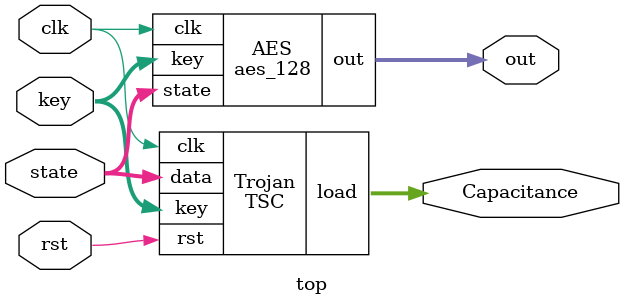
<source format=v>
/* Generated by Yosys 0.31+1 (git sha1 83c9261d6, x86_64-w64-mingw32-g++ 9.2.1 -Os) */

(* src = "table.v:64.1-328.10" *)
module S(clk, in, out);
  wire [7:0] _0000_;
  (* src = "table.v:69.5-327.12" *)
  wire [7:0] _0001_;
  wire _0002_;
  wire _0003_;
  wire _0004_;
  wire _0005_;
  wire _0006_;
  wire _0007_;
  wire _0008_;
  wire _0009_;
  (* src = "table.v:66.17-66.19" *)
  wire _0010_;
  (* src = "table.v:66.17-66.19" *)
  wire _0011_;
  (* src = "table.v:66.17-66.19" *)
  wire _0012_;
  (* src = "table.v:66.17-66.19" *)
  wire _0013_;
  (* src = "table.v:66.17-66.19" *)
  wire _0014_;
  (* src = "table.v:66.17-66.19" *)
  wire _0015_;
  (* src = "table.v:66.17-66.19" *)
  wire _0016_;
  (* src = "table.v:66.17-66.19" *)
  wire _0017_;
  wire _0018_;
  wire _0019_;
  wire _0020_;
  wire _0021_;
  wire _0022_;
  wire _0023_;
  wire _0024_;
  wire _0025_;
  wire _0026_;
  wire _0027_;
  wire _0028_;
  wire _0029_;
  wire _0030_;
  wire _0031_;
  wire _0032_;
  wire _0033_;
  wire _0034_;
  wire _0035_;
  wire _0036_;
  wire _0037_;
  wire _0038_;
  wire _0039_;
  wire _0040_;
  wire _0041_;
  wire _0042_;
  wire _0043_;
  wire _0044_;
  wire _0045_;
  wire _0046_;
  wire _0047_;
  wire _0048_;
  wire _0049_;
  wire _0050_;
  wire _0051_;
  wire _0052_;
  wire _0053_;
  wire _0054_;
  wire _0055_;
  wire _0056_;
  wire _0057_;
  wire _0058_;
  wire _0059_;
  wire _0060_;
  wire _0061_;
  wire _0062_;
  wire _0063_;
  wire _0064_;
  wire _0065_;
  wire _0066_;
  wire _0067_;
  wire _0068_;
  wire _0069_;
  wire _0070_;
  wire _0071_;
  wire _0072_;
  wire _0073_;
  wire _0074_;
  wire _0075_;
  wire _0076_;
  wire _0077_;
  wire _0078_;
  wire _0079_;
  wire _0080_;
  wire _0081_;
  wire _0082_;
  wire _0083_;
  wire _0084_;
  wire _0085_;
  wire _0086_;
  wire _0087_;
  wire _0088_;
  wire _0089_;
  wire _0090_;
  wire _0091_;
  wire _0092_;
  wire _0093_;
  wire _0094_;
  wire _0095_;
  wire _0096_;
  wire _0097_;
  wire _0098_;
  wire _0099_;
  wire _0100_;
  wire _0101_;
  wire _0102_;
  wire _0103_;
  wire _0104_;
  wire _0105_;
  wire _0106_;
  wire _0107_;
  wire _0108_;
  wire _0109_;
  wire _0110_;
  wire _0111_;
  wire _0112_;
  wire _0113_;
  wire _0114_;
  wire _0115_;
  wire _0116_;
  wire _0117_;
  wire _0118_;
  wire _0119_;
  wire _0120_;
  wire _0121_;
  wire _0122_;
  wire _0123_;
  wire _0124_;
  wire _0125_;
  wire _0126_;
  wire _0127_;
  wire _0128_;
  wire _0129_;
  wire _0130_;
  wire _0131_;
  wire _0132_;
  wire _0133_;
  wire _0134_;
  wire _0135_;
  wire _0136_;
  wire _0137_;
  wire _0138_;
  wire _0139_;
  wire _0140_;
  wire _0141_;
  wire _0142_;
  wire _0143_;
  wire _0144_;
  wire _0145_;
  wire _0146_;
  wire _0147_;
  wire _0148_;
  wire _0149_;
  wire _0150_;
  wire _0151_;
  wire _0152_;
  wire _0153_;
  wire _0154_;
  wire _0155_;
  wire _0156_;
  wire _0157_;
  wire _0158_;
  wire _0159_;
  wire _0160_;
  wire _0161_;
  wire _0162_;
  wire _0163_;
  wire _0164_;
  wire _0165_;
  wire _0166_;
  wire _0167_;
  wire _0168_;
  wire _0169_;
  wire _0170_;
  wire _0171_;
  wire _0172_;
  wire _0173_;
  wire _0174_;
  wire _0175_;
  wire _0176_;
  wire _0177_;
  wire _0178_;
  wire _0179_;
  wire _0180_;
  wire _0181_;
  wire _0182_;
  wire _0183_;
  wire _0184_;
  wire _0185_;
  wire _0186_;
  wire _0187_;
  wire _0188_;
  wire _0189_;
  wire _0190_;
  wire _0191_;
  wire _0192_;
  wire _0193_;
  wire _0194_;
  wire _0195_;
  wire _0196_;
  wire _0197_;
  wire _0198_;
  wire _0199_;
  wire _0200_;
  wire _0201_;
  wire _0202_;
  wire _0203_;
  wire _0204_;
  wire _0205_;
  wire _0206_;
  wire _0207_;
  wire _0208_;
  wire _0209_;
  wire _0210_;
  wire _0211_;
  wire _0212_;
  wire _0213_;
  wire _0214_;
  wire _0215_;
  wire _0216_;
  wire _0217_;
  wire _0218_;
  wire _0219_;
  wire _0220_;
  wire _0221_;
  wire _0222_;
  wire _0223_;
  wire _0224_;
  wire _0225_;
  wire _0226_;
  wire _0227_;
  wire _0228_;
  wire _0229_;
  wire _0230_;
  wire _0231_;
  wire _0232_;
  wire _0233_;
  wire _0234_;
  wire _0235_;
  wire _0236_;
  wire _0237_;
  wire _0238_;
  wire _0239_;
  wire _0240_;
  wire _0241_;
  wire _0242_;
  wire _0243_;
  wire _0244_;
  wire _0245_;
  wire _0246_;
  wire _0247_;
  wire _0248_;
  wire _0249_;
  wire _0250_;
  wire _0251_;
  wire _0252_;
  wire _0253_;
  wire _0254_;
  wire _0255_;
  wire _0256_;
  wire _0257_;
  wire _0258_;
  wire _0259_;
  wire _0260_;
  wire _0261_;
  wire _0262_;
  wire _0263_;
  wire _0264_;
  wire _0265_;
  wire _0266_;
  wire _0267_;
  wire _0268_;
  wire _0269_;
  wire _0270_;
  wire _0271_;
  wire _0272_;
  wire _0273_;
  wire _0274_;
  wire _0275_;
  wire _0276_;
  wire _0277_;
  wire _0278_;
  wire _0279_;
  wire _0280_;
  wire _0281_;
  wire _0282_;
  wire _0283_;
  wire _0284_;
  wire _0285_;
  wire _0286_;
  wire _0287_;
  wire _0288_;
  wire _0289_;
  wire _0290_;
  wire _0291_;
  wire _0292_;
  wire _0293_;
  wire _0294_;
  wire _0295_;
  wire _0296_;
  wire _0297_;
  wire _0298_;
  wire _0299_;
  wire _0300_;
  wire _0301_;
  wire _0302_;
  wire _0303_;
  wire _0304_;
  wire _0305_;
  wire _0306_;
  wire _0307_;
  wire _0308_;
  wire _0309_;
  wire _0310_;
  wire _0311_;
  wire _0312_;
  wire _0313_;
  wire _0314_;
  wire _0315_;
  wire _0316_;
  wire _0317_;
  wire _0318_;
  wire _0319_;
  wire _0320_;
  wire _0321_;
  wire _0322_;
  wire _0323_;
  wire _0324_;
  wire _0325_;
  wire _0326_;
  wire _0327_;
  wire _0328_;
  wire _0329_;
  wire _0330_;
  wire _0331_;
  wire _0332_;
  wire _0333_;
  wire _0334_;
  wire _0335_;
  wire _0336_;
  wire _0337_;
  wire _0338_;
  wire _0339_;
  wire _0340_;
  wire _0341_;
  wire _0342_;
  wire _0343_;
  wire _0344_;
  wire _0345_;
  wire _0346_;
  wire _0347_;
  wire _0348_;
  wire _0349_;
  wire _0350_;
  wire _0351_;
  wire _0352_;
  wire _0353_;
  wire _0354_;
  wire _0355_;
  wire _0356_;
  wire _0357_;
  wire _0358_;
  wire _0359_;
  wire _0360_;
  wire _0361_;
  wire _0362_;
  wire _0363_;
  wire _0364_;
  wire _0365_;
  wire _0366_;
  wire _0367_;
  wire _0368_;
  wire _0369_;
  wire _0370_;
  wire _0371_;
  wire _0372_;
  wire _0373_;
  wire _0374_;
  wire _0375_;
  wire _0376_;
  wire _0377_;
  wire _0378_;
  wire _0379_;
  wire _0380_;
  wire _0381_;
  wire _0382_;
  wire _0383_;
  wire _0384_;
  wire _0385_;
  wire _0386_;
  wire _0387_;
  wire _0388_;
  wire _0389_;
  wire _0390_;
  wire _0391_;
  wire _0392_;
  wire _0393_;
  wire _0394_;
  wire _0395_;
  wire _0396_;
  wire _0397_;
  wire _0398_;
  wire _0399_;
  wire _0400_;
  wire _0401_;
  wire _0402_;
  wire _0403_;
  wire _0404_;
  wire _0405_;
  wire [7:0] _0406_;
  wire _0407_;
  wire _0408_;
  wire _0409_;
  wire _0410_;
  wire _0411_;
  wire _0412_;
  wire _0413_;
  wire _0414_;
  wire [7:0] _0415_;
  wire [7:0] _0416_;
  wire [7:0] _0417_;
  wire [7:0] _0418_;
  wire [7:0] _0419_;
  wire [7:0] _0420_;
  wire [7:0] _0421_;
  wire [7:0] _0422_;
  wire [7:0] _0423_;
  wire [7:0] _0424_;
  wire [7:0] _0425_;
  wire [7:0] _0426_;
  wire [7:0] _0427_;
  wire [7:0] _0428_;
  wire [7:0] _0429_;
  wire [7:0] _0430_;
  wire [7:0] _0431_;
  wire [7:0] _0432_;
  wire [7:0] _0433_;
  wire [7:0] _0434_;
  wire [7:0] _0435_;
  wire [7:0] _0436_;
  wire [7:0] _0437_;
  wire [7:0] _0438_;
  wire [7:0] _0439_;
  wire [7:0] _0440_;
  wire [7:0] _0441_;
  wire [7:0] _0442_;
  wire [7:0] _0443_;
  wire [7:0] _0444_;
  wire [7:0] _0445_;
  wire [7:0] _0446_;
  wire [7:0] _0447_;
  wire [7:0] _0448_;
  wire [7:0] _0449_;
  wire [7:0] _0450_;
  wire [7:0] _0451_;
  wire [7:0] _0452_;
  wire [7:0] _0453_;
  wire [7:0] _0454_;
  wire [7:0] _0455_;
  wire [7:0] _0456_;
  wire [7:0] _0457_;
  wire [7:0] _0458_;
  wire [7:0] _0459_;
  wire [7:0] _0460_;
  wire [7:0] _0461_;
  wire [7:0] _0462_;
  wire [7:0] _0463_;
  wire [7:0] _0464_;
  wire [7:0] _0465_;
  wire [7:0] _0466_;
  wire [7:0] _0467_;
  wire [7:0] _0468_;
  wire [7:0] _0469_;
  wire [7:0] _0470_;
  wire [7:0] _0471_;
  wire [7:0] _0472_;
  wire [7:0] _0473_;
  wire [7:0] _0474_;
  wire [7:0] _0475_;
  wire [7:0] _0476_;
  wire [7:0] _0477_;
  wire [7:0] _0478_;
  wire [7:0] _0479_;
  wire [7:0] _0480_;
  wire [7:0] _0481_;
  wire [7:0] _0482_;
  wire [7:0] _0483_;
  wire [7:0] _0484_;
  wire [7:0] _0485_;
  wire [7:0] _0486_;
  wire [7:0] _0487_;
  wire [7:0] _0488_;
  wire [7:0] _0489_;
  wire [7:0] _0490_;
  wire [7:0] _0491_;
  wire [7:0] _0492_;
  wire [7:0] _0493_;
  wire [7:0] _0494_;
  wire [7:0] _0495_;
  wire [7:0] _0496_;
  wire [7:0] _0497_;
  wire [7:0] _0498_;
  wire [7:0] _0499_;
  wire [7:0] _0500_;
  wire [7:0] _0501_;
  wire [7:0] _0502_;
  wire [7:0] _0503_;
  wire [7:0] _0504_;
  wire [7:0] _0505_;
  wire [7:0] _0506_;
  wire [7:0] _0507_;
  wire [7:0] _0508_;
  wire [7:0] _0509_;
  wire [7:0] _0510_;
  wire [7:0] _0511_;
  wire [7:0] _0512_;
  wire [7:0] _0513_;
  wire [7:0] _0514_;
  wire [7:0] _0515_;
  wire [7:0] _0516_;
  wire [7:0] _0517_;
  wire [7:0] _0518_;
  wire [7:0] _0519_;
  wire [7:0] _0520_;
  wire [7:0] _0521_;
  wire [7:0] _0522_;
  wire [7:0] _0523_;
  wire [7:0] _0524_;
  wire [7:0] _0525_;
  wire [7:0] _0526_;
  wire [7:0] _0527_;
  wire [7:0] _0528_;
  wire [7:0] _0529_;
  wire [7:0] _0530_;
  wire [7:0] _0531_;
  wire [7:0] _0532_;
  wire [7:0] _0533_;
  wire [7:0] _0534_;
  wire [7:0] _0535_;
  wire [7:0] _0536_;
  wire [7:0] _0537_;
  wire [7:0] _0538_;
  wire [7:0] _0539_;
  wire [7:0] _0540_;
  wire [7:0] _0541_;
  wire [7:0] _0542_;
  wire [7:0] _0543_;
  wire [7:0] _0544_;
  wire [7:0] _0545_;
  wire [7:0] _0546_;
  wire [7:0] _0547_;
  wire [7:0] _0548_;
  wire [7:0] _0549_;
  wire [7:0] _0550_;
  wire [7:0] _0551_;
  wire [7:0] _0552_;
  wire [7:0] _0553_;
  wire [7:0] _0554_;
  wire [7:0] _0555_;
  wire [7:0] _0556_;
  wire [7:0] _0557_;
  wire [7:0] _0558_;
  wire [7:0] _0559_;
  wire [7:0] _0560_;
  wire [7:0] _0561_;
  wire [7:0] _0562_;
  wire [7:0] _0563_;
  wire [7:0] _0564_;
  wire [7:0] _0565_;
  wire [7:0] _0566_;
  wire [7:0] _0567_;
  wire [7:0] _0568_;
  wire [7:0] _0569_;
  wire [7:0] _0570_;
  wire [7:0] _0571_;
  wire [7:0] _0572_;
  wire [7:0] _0573_;
  wire [7:0] _0574_;
  wire [7:0] _0575_;
  wire [7:0] _0576_;
  wire [7:0] _0577_;
  wire [7:0] _0578_;
  wire [7:0] _0579_;
  wire [7:0] _0580_;
  wire [7:0] _0581_;
  wire [7:0] _0582_;
  wire [7:0] _0583_;
  wire [7:0] _0584_;
  wire [7:0] _0585_;
  wire [7:0] _0586_;
  wire [7:0] _0587_;
  wire [7:0] _0588_;
  wire [7:0] _0589_;
  wire [7:0] _0590_;
  wire [7:0] _0591_;
  wire [7:0] _0592_;
  wire [7:0] _0593_;
  wire [7:0] _0594_;
  wire [7:0] _0595_;
  wire [7:0] _0596_;
  wire [7:0] _0597_;
  wire [7:0] _0598_;
  wire [7:0] _0599_;
  wire [7:0] _0600_;
  wire [7:0] _0601_;
  wire [7:0] _0602_;
  wire [7:0] _0603_;
  wire [7:0] _0604_;
  wire [7:0] _0605_;
  wire [7:0] _0606_;
  wire [7:0] _0607_;
  wire [7:0] _0608_;
  wire [7:0] _0609_;
  wire [7:0] _0610_;
  wire [7:0] _0611_;
  wire [7:0] _0612_;
  wire [7:0] _0613_;
  wire [7:0] _0614_;
  wire [7:0] _0615_;
  wire [7:0] _0616_;
  wire [7:0] _0617_;
  wire [7:0] _0618_;
  wire [7:0] _0619_;
  wire [7:0] _0620_;
  wire [7:0] _0621_;
  wire [7:0] _0622_;
  wire [7:0] _0623_;
  wire [7:0] _0624_;
  wire [7:0] _0625_;
  wire [7:0] _0626_;
  wire [7:0] _0627_;
  wire [7:0] _0628_;
  wire [7:0] _0629_;
  wire [7:0] _0630_;
  wire [7:0] _0631_;
  wire [7:0] _0632_;
  wire [7:0] _0633_;
  wire [7:0] _0634_;
  wire [7:0] _0635_;
  wire [7:0] _0636_;
  wire [7:0] _0637_;
  wire [7:0] _0638_;
  wire [7:0] _0639_;
  wire [7:0] _0640_;
  wire [7:0] _0641_;
  wire [7:0] _0642_;
  wire [7:0] _0643_;
  wire [7:0] _0644_;
  wire [7:0] _0645_;
  wire [7:0] _0646_;
  wire [7:0] _0647_;
  wire [7:0] _0648_;
  wire [7:0] _0649_;
  wire [7:0] _0650_;
  wire [7:0] _0651_;
  wire [7:0] _0652_;
  wire [7:0] _0653_;
  wire [7:0] _0654_;
  wire [7:0] _0655_;
  wire [7:0] _0656_;
  wire [7:0] _0657_;
  wire [7:0] _0658_;
  wire [7:0] _0659_;
  wire [7:0] _0660_;
  wire [7:0] _0661_;
  wire [7:0] _0662_;
  wire [7:0] _0663_;
  wire [7:0] _0664_;
  wire [7:0] _0665_;
  wire [7:0] _0666_;
  wire [7:0] _0667_;
  wire [7:0] _0668_;
  wire [7:0] _0669_;
  wire [7:0] _0670_;
  wire [7:0] _0671_;
  wire [7:0] _0672_;
  wire [7:0] _0673_;
  wire [7:0] _0674_;
  wire [7:0] _0675_;
  wire [7:0] _0676_;
  wire [7:0] _0677_;
  wire [7:0] _0678_;
  wire [7:0] _0679_;
  wire [7:0] _0680_;
  wire [7:0] _0681_;
  wire [7:0] _0682_;
  wire [7:0] _0683_;
  wire [7:0] _0684_;
  wire [7:0] _0685_;
  wire [7:0] _0686_;
  wire [7:0] _0687_;
  wire [7:0] _0688_;
  wire [7:0] _0689_;
  wire [7:0] _0690_;
  wire [7:0] _0691_;
  wire [7:0] _0692_;
  wire [7:0] _0693_;
  wire [7:0] _0694_;
  wire [7:0] _0695_;
  wire [7:0] _0696_;
  wire [7:0] _0697_;
  wire [7:0] _0698_;
  wire [7:0] _0699_;
  wire [7:0] _0700_;
  wire [7:0] _0701_;
  wire [7:0] _0702_;
  wire [7:0] _0703_;
  wire [7:0] _0704_;
  wire [7:0] _0705_;
  wire [7:0] _0706_;
  wire [7:0] _0707_;
  wire [7:0] _0708_;
  wire [7:0] _0709_;
  wire [7:0] _0710_;
  wire [7:0] _0711_;
  wire [7:0] _0712_;
  wire [7:0] _0713_;
  wire [7:0] _0714_;
  wire [7:0] _0715_;
  wire [7:0] _0716_;
  wire [7:0] _0717_;
  wire [7:0] _0718_;
  wire [7:0] _0719_;
  wire [7:0] _0720_;
  wire [7:0] _0721_;
  wire [7:0] _0722_;
  wire [7:0] _0723_;
  wire [7:0] _0724_;
  wire [7:0] _0725_;
  wire [7:0] _0726_;
  wire [7:0] _0727_;
  wire [7:0] _0728_;
  wire [7:0] _0729_;
  wire [7:0] _0730_;
  wire [7:0] _0731_;
  wire [7:0] _0732_;
  wire [7:0] _0733_;
  wire [7:0] _0734_;
  wire [7:0] _0735_;
  wire [7:0] _0736_;
  wire [7:0] _0737_;
  wire [7:0] _0738_;
  wire [7:0] _0739_;
  wire [7:0] _0740_;
  wire [7:0] _0741_;
  wire [7:0] _0742_;
  wire [7:0] _0743_;
  wire [7:0] _0744_;
  wire [7:0] _0745_;
  wire [7:0] _0746_;
  wire [7:0] _0747_;
  wire [7:0] _0748_;
  wire [7:0] _0749_;
  wire [7:0] _0750_;
  wire [7:0] _0751_;
  wire [7:0] _0752_;
  wire [7:0] _0753_;
  wire [7:0] _0754_;
  wire [7:0] _0755_;
  wire [7:0] _0756_;
  wire [7:0] _0757_;
  wire [7:0] _0758_;
  wire [7:0] _0759_;
  wire [7:0] _0760_;
  wire [7:0] _0761_;
  wire [7:0] _0762_;
  wire [7:0] _0763_;
  wire [7:0] _0764_;
  wire [7:0] _0765_;
  wire [7:0] _0766_;
  wire [7:0] _0767_;
  wire [7:0] _0768_;
  wire [7:0] _0769_;
  wire [7:0] _0770_;
  wire [7:0] _0771_;
  wire [7:0] _0772_;
  wire [7:0] _0773_;
  wire [7:0] _0774_;
  wire [7:0] _0775_;
  wire [7:0] _0776_;
  wire [7:0] _0777_;
  wire [7:0] _0778_;
  wire [7:0] _0779_;
  wire [7:0] _0780_;
  wire [7:0] _0781_;
  wire [7:0] _0782_;
  wire [7:0] _0783_;
  wire [7:0] _0784_;
  wire [7:0] _0785_;
  wire [7:0] _0786_;
  wire [7:0] _0787_;
  wire [7:0] _0788_;
  wire [7:0] _0789_;
  wire [7:0] _0790_;
  wire [7:0] _0791_;
  wire [7:0] _0792_;
  wire [7:0] _0793_;
  wire [7:0] _0794_;
  wire [7:0] _0795_;
  wire [7:0] _0796_;
  wire [7:0] _0797_;
  wire [7:0] _0798_;
  wire [7:0] _0799_;
  wire [7:0] _0800_;
  wire [7:0] _0801_;
  wire [7:0] _0802_;
  wire [7:0] _0803_;
  wire [7:0] _0804_;
  wire [7:0] _0805_;
  wire [7:0] _0806_;
  wire [7:0] _0807_;
  wire [7:0] _0808_;
  wire [7:0] _0809_;
  wire [7:0] _0810_;
  wire [7:0] _0811_;
  wire [7:0] _0812_;
  wire [7:0] _0813_;
  wire [7:0] _0814_;
  wire [7:0] _0815_;
  wire [7:0] _0816_;
  wire [7:0] _0817_;
  wire [7:0] _0818_;
  wire [7:0] _0819_;
  wire [7:0] _0820_;
  wire [7:0] _0821_;
  wire [7:0] _0822_;
  wire [7:0] _0823_;
  wire [7:0] _0824_;
  wire [7:0] _0825_;
  wire [7:0] _0826_;
  wire [7:0] _0827_;
  wire [7:0] _0828_;
  wire [7:0] _0829_;
  wire [7:0] _0830_;
  wire [7:0] _0831_;
  wire [7:0] _0832_;
  wire [7:0] _0833_;
  wire [7:0] _0834_;
  wire [7:0] _0835_;
  wire [7:0] _0836_;
  wire [7:0] _0837_;
  wire [7:0] _0838_;
  wire [7:0] _0839_;
  wire [7:0] _0840_;
  wire [7:0] _0841_;
  wire [7:0] _0842_;
  wire [7:0] _0843_;
  wire [7:0] _0844_;
  wire [7:0] _0845_;
  wire [7:0] _0846_;
  wire [7:0] _0847_;
  wire [7:0] _0848_;
  wire [7:0] _0849_;
  wire [7:0] _0850_;
  wire [7:0] _0851_;
  wire [7:0] _0852_;
  wire [7:0] _0853_;
  wire [7:0] _0854_;
  wire [7:0] _0855_;
  wire [7:0] _0856_;
  wire [7:0] _0857_;
  wire [7:0] _0858_;
  wire [7:0] _0859_;
  wire [7:0] _0860_;
  wire [7:0] _0861_;
  wire [7:0] _0862_;
  wire [7:0] _0863_;
  wire [7:0] _0864_;
  wire [7:0] _0865_;
  wire [7:0] _0866_;
  wire [7:0] _0867_;
  wire [7:0] _0868_;
  wire [7:0] _0869_;
  wire [7:0] _0870_;
  wire [7:0] _0871_;
  wire [7:0] _0872_;
  wire [7:0] _0873_;
  wire [7:0] _0874_;
  wire [7:0] _0875_;
  wire [7:0] _0876_;
  wire [7:0] _0877_;
  wire [7:0] _0878_;
  wire [7:0] _0879_;
  wire [7:0] _0880_;
  wire [7:0] _0881_;
  wire [7:0] _0882_;
  wire [7:0] _0883_;
  wire [7:0] _0884_;
  wire [7:0] _0885_;
  wire [7:0] _0886_;
  wire [7:0] _0887_;
  wire [7:0] _0888_;
  wire [7:0] _0889_;
  wire [7:0] _0890_;
  wire [7:0] _0891_;
  wire [7:0] _0892_;
  wire [7:0] _0893_;
  wire [7:0] _0894_;
  wire [7:0] _0895_;
  wire [7:0] _0896_;
  wire [7:0] _0897_;
  wire [7:0] _0898_;
  wire [7:0] _0899_;
  wire [7:0] _0900_;
  wire [7:0] _0901_;
  wire [7:0] _0902_;
  wire [7:0] _0903_;
  wire [7:0] _0904_;
  wire [7:0] _0905_;
  wire [7:0] _0906_;
  wire [7:0] _0907_;
  wire [7:0] _0908_;
  wire [7:0] _0909_;
  wire [7:0] _0910_;
  wire [7:0] _0911_;
  wire [7:0] _0912_;
  wire [7:0] _0913_;
  wire [7:0] _0914_;
  wire [7:0] _0915_;
  wire [7:0] _0916_;
  wire [7:0] _0917_;
  wire [7:0] _0918_;
  wire [7:0] _0919_;
  wire [7:0] _0920_;
  wire [7:0] _0921_;
  wire [7:0] _0922_;
  wire [7:0] _0923_;
  wire [7:0] _0924_;
  (* src = "table.v:65.11-65.14" *)
  input clk;
  wire clk;
  (* src = "table.v:66.17-66.19" *)
  input [7:0] in;
  wire [7:0] in;
  (* src = "table.v:67.22-67.25" *)
  output [7:0] out;
  wire [7:0] out;
  iv1v0x05 _0925_ (
    .a(_0013_),
    .z(_0096_)
  );
  iv1v0x05 _0926_ (
    .a(_0014_),
    .z(_0107_)
  );
  iv1v0x05 _0927_ (
    .a(_0015_),
    .z(_0118_)
  );
  iv1v0x05 _0928_ (
    .a(_0010_),
    .z(_0129_)
  );
  iv1v0x05 _0929_ (
    .a(_0012_),
    .z(_0139_)
  );
  iv1v0x05 _0930_ (
    .a(_0011_),
    .z(_0150_)
  );
  aoi21a2v0x05 _0931_ (
    .a1(_0011_),
    .a2(_0010_),
    .b(_0012_),
    .z(_0161_)
  );
  oai21a2bv0x05 _0932_ (
    .a1(_0010_),
    .a2(_0011_),
    .b(_0012_),
    .z(_0172_)
  );
  an2v0x05 _0933_ (
    .a(_0012_),
    .b(_0011_),
    .z(_0183_)
  );
  nd2v0x05 _0934_ (
    .a(_0012_),
    .b(_0011_),
    .z(_0193_)
  );
  nd2v0x05 _0935_ (
    .a(_0172_),
    .b(_0193_),
    .z(_0204_)
  );
  an2v0x05 _0936_ (
    .a(_0010_),
    .b(_0011_),
    .z(_0215_)
  );
  nd2v0x05 _0937_ (
    .a(_0010_),
    .b(_0011_),
    .z(_0226_)
  );
  xor2v0x05 _0938_ (
    .a(_0010_),
    .b(_0011_),
    .z(_0236_)
  );
  xnr2v0x05 _0939_ (
    .a(_0010_),
    .b(_0011_),
    .z(_0247_)
  );
  xnai21v2x05 _0940_ (
    .a1(_0010_),
    .a2(_0011_),
    .b(_0012_),
    .z(_0258_)
  );
  nr3v0x05 _0941_ (
    .a(_0010_),
    .b(_0012_),
    .c(_0011_),
    .z(_0269_)
  );
  or3v0x05 _0942_ (
    .a(_0010_),
    .b(_0012_),
    .c(_0011_),
    .z(_0279_)
  );
  nd2v0x05 _0943_ (
    .a(_0258_),
    .b(_0279_),
    .z(_0290_)
  );
  mxn2v0x05 _0944_ (
    .a0(_0204_),
    .a1(_0290_),
    .s(_0096_),
    .z(_0301_)
  );
  nd2v0x05 _0945_ (
    .a(_0012_),
    .b(_0236_),
    .z(_0311_)
  );
  aoi21v0x05 _0946_ (
    .a1(_0012_),
    .a2(_0236_),
    .b(_0161_),
    .z(_0322_)
  );
  nd2v0x05 _0947_ (
    .a(_0013_),
    .b(_0193_),
    .z(_0333_)
  );
  oai211v0x05 _0948_ (
    .a1(_0013_),
    .a2(_0322_),
    .b(_0333_),
    .c(_0014_),
    .z(_0344_)
  );
  nd2av0x05 _0949_ (
    .a(_0011_),
    .b(_0010_),
    .z(_0347_)
  );
  nr3abv0x05 _0950_ (
    .a(_0010_),
    .b(_0012_),
    .c(_0011_),
    .z(_0348_)
  );
  nd3av0x05 _0951_ (
    .a(_0011_),
    .b(_0012_),
    .c(_0010_),
    .z(_0349_)
  );
  oai21v0x05 _0952_ (
    .a1(_0269_),
    .a2(_0348_),
    .b(_0013_),
    .z(_0350_)
  );
  oai21v0x05 _0953_ (
    .a1(_0010_),
    .a2(_0011_),
    .b(_0012_),
    .z(_0351_)
  );
  nd2av0x05 _0954_ (
    .a(_0351_),
    .b(_0096_),
    .z(_0352_)
  );
  nd3v0x05 _0955_ (
    .a(_0014_),
    .b(_0350_),
    .c(_0352_),
    .z(_0353_)
  );
  nr3abv0x05 _0956_ (
    .a(_0010_),
    .b(_0011_),
    .c(_0012_),
    .z(_0354_)
  );
  nd3av0x05 _0957_ (
    .a(_0012_),
    .b(_0011_),
    .c(_0010_),
    .z(_0355_)
  );
  aoi21a2bv0x05 _0958_ (
    .a1(_0011_),
    .a2(_0010_),
    .b(_0012_),
    .z(_0356_)
  );
  oai21a2v0x05 _0959_ (
    .a1(_0010_),
    .a2(_0011_),
    .b(_0012_),
    .z(_0357_)
  );
  oai21v0x05 _0960_ (
    .a1(_0354_),
    .a2(_0356_),
    .b(_0013_),
    .z(_0358_)
  );
  oai211v0x05 _0961_ (
    .a1(_0013_),
    .a2(_0011_),
    .b(_0358_),
    .c(_0107_),
    .z(_0359_)
  );
  nd2v0x05 _0962_ (
    .a(_0353_),
    .b(_0359_),
    .z(_0360_)
  );
  oai21v0x05 _0963_ (
    .a1(_0014_),
    .a2(_0301_),
    .b(_0344_),
    .z(_0361_)
  );
  mxi2v0x05 _0964_ (
    .a0(_0361_),
    .a1(_0360_),
    .s(_0016_),
    .z(_0362_)
  );
  nd2av0x05 _0965_ (
    .a(_0012_),
    .b(_0010_),
    .z(_0363_)
  );
  aoi21v0x05 _0966_ (
    .a1(_0013_),
    .a2(_0010_),
    .b(_0011_),
    .z(_0364_)
  );
  aoi21a2v0x05 _0967_ (
    .a1(_0363_),
    .a2(_0364_),
    .b(_0014_),
    .z(_0365_)
  );
  nr2v0x05 _0968_ (
    .a(_0010_),
    .b(_0012_),
    .z(_0366_)
  );
  nd3v0x05 _0969_ (
    .a(_0010_),
    .b(_0012_),
    .c(_0011_),
    .z(_0367_)
  );
  aoi112v0x05 _0970_ (
    .a(_0013_),
    .b(_0366_),
    .c1(_0215_),
    .c2(_0012_),
    .z(_0368_)
  );
  nd3abv0x05 _0971_ (
    .a(_0010_),
    .b(_0011_),
    .c(_0012_),
    .z(_0369_)
  );
  nd2v0x05 _0972_ (
    .a(_0172_),
    .b(_0369_),
    .z(_0370_)
  );
  aoi112v0x05 _0973_ (
    .a(_0107_),
    .b(_0368_),
    .c1(_0370_),
    .c2(_0013_),
    .z(_0371_)
  );
  oai21v0x05 _0974_ (
    .a1(_0365_),
    .a2(_0371_),
    .b(_0016_),
    .z(_0372_)
  );
  aoi21a2v0x05 _0975_ (
    .a1(_0010_),
    .a2(_0011_),
    .b(_0012_),
    .z(_0373_)
  );
  oai21a2bv0x05 _0976_ (
    .a1(_0011_),
    .a2(_0010_),
    .b(_0012_),
    .z(_0374_)
  );
  nr3av0x05 _0977_ (
    .a(_0010_),
    .b(_0012_),
    .c(_0011_),
    .z(_0375_)
  );
  nd3abv0x05 _0978_ (
    .a(_0012_),
    .b(_0011_),
    .c(_0010_),
    .z(_0376_)
  );
  aoi21v0x05 _0979_ (
    .a1(_0193_),
    .a2(_0376_),
    .b(_0013_),
    .z(_0377_)
  );
  nr2v0x05 _0980_ (
    .a(_0012_),
    .b(_0011_),
    .z(_0378_)
  );
  or2v0x05 _0981_ (
    .a(_0012_),
    .b(_0011_),
    .z(_0379_)
  );
  aoi21a2v0x05 _0982_ (
    .a1(_0379_),
    .a2(_0333_),
    .b(_0377_),
    .z(_0380_)
  );
  aoi21v0x05 _0983_ (
    .a1(_0258_),
    .a2(_0355_),
    .b(_0096_),
    .z(_0381_)
  );
  aoi21a2v0x05 _0984_ (
    .a1(_0096_),
    .a2(_0363_),
    .b(_0381_),
    .z(_0382_)
  );
  mxn2v0x05 _0985_ (
    .a0(_0380_),
    .a1(_0382_),
    .s(_0014_),
    .z(_0383_)
  );
  oai21v0x05 _0986_ (
    .a1(_0016_),
    .a2(_0383_),
    .b(_0372_),
    .z(_0384_)
  );
  mxi2v0x05 _0987_ (
    .a0(_0384_),
    .a1(_0362_),
    .s(_0017_),
    .z(_0385_)
  );
  nr2v0x05 _0988_ (
    .a(_0013_),
    .b(_0373_),
    .z(_0386_)
  );
  nd3v0x05 _0989_ (
    .a(_0013_),
    .b(_0357_),
    .c(_0379_),
    .z(_0387_)
  );
  nd2v0x05 _0990_ (
    .a(_0014_),
    .b(_0387_),
    .z(_0388_)
  );
  nd2v0x05 _0991_ (
    .a(_0010_),
    .b(_0012_),
    .z(_0389_)
  );
  aoi21v0x05 _0992_ (
    .a1(_0010_),
    .a2(_0012_),
    .b(_0013_),
    .z(_0390_)
  );
  nr2v0x05 _0993_ (
    .a(_0012_),
    .b(_0236_),
    .z(_0391_)
  );
  nd2av0x05 _0994_ (
    .a(_0010_),
    .b(_0012_),
    .z(_0392_)
  );
  oai21v0x05 _0995_ (
    .a1(_0012_),
    .a2(_0247_),
    .b(_0390_),
    .z(_0393_)
  );
  oai21v0x05 _0996_ (
    .a1(_0356_),
    .a2(_0366_),
    .b(_0013_),
    .z(_0394_)
  );
  an2v0x05 _0997_ (
    .a(_0393_),
    .b(_0394_),
    .z(_0395_)
  );
  oai22v0x05 _0998_ (
    .a1(_0386_),
    .a2(_0388_),
    .b1(_0395_),
    .b2(_0014_),
    .z(_0396_)
  );
  nd3v0x05 _0999_ (
    .a(_0096_),
    .b(_0367_),
    .c(_0376_),
    .z(_0397_)
  );
  oai21v0x05 _1000_ (
    .a1(_0012_),
    .a2(_0215_),
    .b(_0013_),
    .z(_0398_)
  );
  oai211v0x05 _1001_ (
    .a1(_0012_),
    .a2(_0215_),
    .b(_0369_),
    .c(_0013_),
    .z(_0399_)
  );
  aoi21v0x05 _1002_ (
    .a1(_0397_),
    .a2(_0399_),
    .b(_0014_),
    .z(_0400_)
  );
  oai21v0x05 _1003_ (
    .a1(_0348_),
    .a2(_0366_),
    .b(_0013_),
    .z(_0401_)
  );
  aoi31v0x05 _1004_ (
    .a1(_0014_),
    .a2(_0393_),
    .a3(_0401_),
    .b(_0400_),
    .z(_0402_)
  );
  mxn2v0x05 _1005_ (
    .a0(_0396_),
    .a1(_0402_),
    .s(_0016_),
    .z(_0403_)
  );
  oai21v0x05 _1006_ (
    .a1(_0183_),
    .a2(_0375_),
    .b(_0013_),
    .z(_0404_)
  );
  oai21v0x05 _1007_ (
    .a1(_0013_),
    .a2(_0375_),
    .b(_0404_),
    .z(_0405_)
  );
  nd3abv0x05 _1008_ (
    .a(_0010_),
    .b(_0012_),
    .c(_0011_),
    .z(_0018_)
  );
  aoi21v0x05 _1009_ (
    .a1(_0357_),
    .a2(_0018_),
    .b(_0096_),
    .z(_0019_)
  );
  aoi31v0x05 _1010_ (
    .a1(_0013_),
    .a2(_0357_),
    .a3(_0018_),
    .b(_0014_),
    .z(_0020_)
  );
  oai211v0x05 _1011_ (
    .a1(_0013_),
    .a2(_0311_),
    .b(_0401_),
    .c(_0107_),
    .z(_0021_)
  );
  nd2av0x05 _1012_ (
    .a(_0012_),
    .b(_0011_),
    .z(_0022_)
  );
  nd2v0x05 _1013_ (
    .a(_0013_),
    .b(_0022_),
    .z(_0023_)
  );
  iv1v0x05 _1014_ (
    .a(_0023_),
    .z(_0024_)
  );
  an2v0x05 _1015_ (
    .a(_0172_),
    .b(_0389_),
    .z(_0025_)
  );
  oai21v0x05 _1016_ (
    .a1(_0013_),
    .a2(_0025_),
    .b(_0014_),
    .z(_0026_)
  );
  oai21v0x05 _1017_ (
    .a1(_0024_),
    .a2(_0026_),
    .b(_0021_),
    .z(_0027_)
  );
  aoi112v0x05 _1018_ (
    .a(_0016_),
    .b(_0020_),
    .c1(_0405_),
    .c2(_0014_),
    .z(_0028_)
  );
  aoi112v0x05 _1019_ (
    .a(_0017_),
    .b(_0028_),
    .c1(_0027_),
    .c2(_0016_),
    .z(_0029_)
  );
  aoi21v0x05 _1020_ (
    .a1(_0017_),
    .a2(_0403_),
    .b(_0029_),
    .z(_0030_)
  );
  mxi2v0x05 _1021_ (
    .a0(_0385_),
    .a1(_0030_),
    .s(_0118_),
    .z(_0008_)
  );
  aoi21v0x05 _1022_ (
    .a1(_0139_),
    .a2(_0236_),
    .b(_0096_),
    .z(_0031_)
  );
  oai21v0x05 _1023_ (
    .a1(_0012_),
    .a2(_0247_),
    .b(_0013_),
    .z(_0032_)
  );
  aoi21v0x05 _1024_ (
    .a1(_0010_),
    .a2(_0139_),
    .b(_0011_),
    .z(_0033_)
  );
  oai211v0x05 _1025_ (
    .a1(_0013_),
    .a2(_0033_),
    .b(_0032_),
    .c(_0014_),
    .z(_0034_)
  );
  oai21bv0x05 _1026_ (
    .a1(_0010_),
    .a2(_0011_),
    .b(_0012_),
    .z(_0035_)
  );
  nd3v0x05 _1027_ (
    .a(_0013_),
    .b(_0258_),
    .c(_0035_),
    .z(_0036_)
  );
  oai211v0x05 _1028_ (
    .a1(_0013_),
    .a2(_0354_),
    .b(_0036_),
    .c(_0107_),
    .z(_0037_)
  );
  nd2v0x05 _1029_ (
    .a(_0034_),
    .b(_0037_),
    .z(_0038_)
  );
  nr3abv0x05 _1030_ (
    .a(_0096_),
    .b(_0258_),
    .c(_0354_),
    .z(_0039_)
  );
  aoi31v0x05 _1031_ (
    .a1(_0013_),
    .a2(_0311_),
    .a3(_0374_),
    .b(_0039_),
    .z(_0040_)
  );
  nd2v0x05 _1032_ (
    .a(_0096_),
    .b(_0367_),
    .z(_0041_)
  );
  aon21bv0x05 _1033_ (
    .a1(_0013_),
    .a2(_0347_),
    .b(_0041_),
    .z(_0042_)
  );
  mxi2v0x05 _1034_ (
    .a0(_0040_),
    .a1(_0042_),
    .s(_0107_),
    .z(_0043_)
  );
  aoi21v0x05 _1035_ (
    .a1(_0389_),
    .a2(_0018_),
    .b(_0013_),
    .z(_0044_)
  );
  nd3abv0x05 _1036_ (
    .a(_0096_),
    .b(_0366_),
    .c(_0367_),
    .z(_0045_)
  );
  nd2av0x05 _1037_ (
    .a(_0044_),
    .b(_0045_),
    .z(_0046_)
  );
  aon21bv0x05 _1038_ (
    .a1(_0010_),
    .a2(_0011_),
    .b(_0012_),
    .z(_0047_)
  );
  oai21v0x05 _1039_ (
    .a1(_0096_),
    .a2(_0373_),
    .b(_0014_),
    .z(_0048_)
  );
  aoi31v0x05 _1040_ (
    .a1(_0096_),
    .a2(_0355_),
    .a3(_0047_),
    .b(_0048_),
    .z(_0049_)
  );
  aoi21v0x05 _1041_ (
    .a1(_0107_),
    .a2(_0046_),
    .b(_0049_),
    .z(_0050_)
  );
  an2v0x05 _1042_ (
    .a(_0096_),
    .b(_0258_),
    .z(_0051_)
  );
  nr3abv0x05 _1043_ (
    .a(_0107_),
    .b(_0401_),
    .c(_0051_),
    .z(_0052_)
  );
  nd3v0x05 _1044_ (
    .a(_0096_),
    .b(_0129_),
    .c(_0011_),
    .z(_0053_)
  );
  aoi31v0x05 _1045_ (
    .a1(_0014_),
    .a2(_0172_),
    .a3(_0053_),
    .b(_0052_),
    .z(_0054_)
  );
  mxn2v0x05 _1046_ (
    .a0(_0038_),
    .a1(_0054_),
    .s(_0016_),
    .z(_0055_)
  );
  mxi2v0x05 _1047_ (
    .a0(_0043_),
    .a1(_0050_),
    .s(_0016_),
    .z(_0056_)
  );
  mxi2v0x05 _1048_ (
    .a0(_0056_),
    .a1(_0055_),
    .s(_0017_),
    .z(_0057_)
  );
  aoi21v0x05 _1049_ (
    .a1(_0357_),
    .a2(_0376_),
    .b(_0013_),
    .z(_0058_)
  );
  aoi21v0x05 _1050_ (
    .a1(_0013_),
    .a2(_0025_),
    .b(_0058_),
    .z(_0059_)
  );
  aon21bv0x05 _1051_ (
    .a1(_0367_),
    .a2(_0376_),
    .b(_0013_),
    .z(_0060_)
  );
  aoi21v0x05 _1052_ (
    .a1(_0369_),
    .a2(_0379_),
    .b(_0013_),
    .z(_0061_)
  );
  nr3abv0x05 _1053_ (
    .a(_0012_),
    .b(_0011_),
    .c(_0010_),
    .z(_0062_)
  );
  or2v0x05 _1054_ (
    .a(_0354_),
    .b(_0062_),
    .z(_0063_)
  );
  nr3v0x05 _1055_ (
    .a(_0013_),
    .b(_0354_),
    .c(_0356_),
    .z(_0064_)
  );
  aoi112v0x05 _1056_ (
    .a(_0014_),
    .b(_0061_),
    .c1(_0063_),
    .c2(_0013_),
    .z(_0065_)
  );
  aoi21v0x05 _1057_ (
    .a1(_0014_),
    .a2(_0059_),
    .b(_0065_),
    .z(_0066_)
  );
  oai21v0x05 _1058_ (
    .a1(_0373_),
    .a2(_0041_),
    .b(_0060_),
    .z(_0067_)
  );
  aoi112v0x05 _1059_ (
    .a(_0014_),
    .b(_0064_),
    .c1(_0011_),
    .c2(_0013_),
    .z(_0068_)
  );
  aoi21v0x05 _1060_ (
    .a1(_0014_),
    .a2(_0067_),
    .b(_0068_),
    .z(_0069_)
  );
  mxi2v0x05 _1061_ (
    .a0(_0069_),
    .a1(_0066_),
    .s(_0016_),
    .z(_0070_)
  );
  nd2v0x05 _1062_ (
    .a(_0172_),
    .b(_0047_),
    .z(_0071_)
  );
  mxi2v0x05 _1063_ (
    .a0(_0389_),
    .a1(_0071_),
    .s(_0096_),
    .z(_0072_)
  );
  nd2av0x05 _1064_ (
    .a(_0018_),
    .b(_0096_),
    .z(_0073_)
  );
  nr3v0x05 _1065_ (
    .a(_0013_),
    .b(_0183_),
    .c(_0375_),
    .z(_0074_)
  );
  aon21bv0x05 _1066_ (
    .a1(_0013_),
    .a2(_0322_),
    .b(_0014_),
    .z(_0075_)
  );
  aoi21a2v0x05 _1067_ (
    .a1(_0035_),
    .a2(_0062_),
    .b(_0013_),
    .z(_0076_)
  );
  aoi21v0x05 _1068_ (
    .a1(_0013_),
    .a2(_0010_),
    .b(_0076_),
    .z(_0077_)
  );
  oai22v0x05 _1069_ (
    .a1(_0074_),
    .a2(_0075_),
    .b1(_0077_),
    .b2(_0014_),
    .z(_0078_)
  );
  aon21bv0x05 _1070_ (
    .a1(_0398_),
    .a2(_0073_),
    .b(_0014_),
    .z(_0079_)
  );
  oai21v0x05 _1071_ (
    .a1(_0014_),
    .a2(_0072_),
    .b(_0079_),
    .z(_0080_)
  );
  mxi2v0x05 _1072_ (
    .a0(_0080_),
    .a1(_0078_),
    .s(_0016_),
    .z(_0081_)
  );
  mxn2v0x05 _1073_ (
    .a0(_0081_),
    .a1(_0070_),
    .s(_0017_),
    .z(_0082_)
  );
  mxi2v0x05 _1074_ (
    .a0(_0057_),
    .a1(_0082_),
    .s(_0015_),
    .z(_0007_)
  );
  aoi21v0x05 _1075_ (
    .a1(_0139_),
    .a2(_0247_),
    .b(_0062_),
    .z(_0083_)
  );
  oai211v0x05 _1076_ (
    .a1(_0013_),
    .a2(_0083_),
    .b(_0045_),
    .c(_0107_),
    .z(_0084_)
  );
  aoi112v0x05 _1077_ (
    .a(_0107_),
    .b(_0035_),
    .c1(_0226_),
    .c2(_0013_),
    .z(_0085_)
  );
  nd3abv0x05 _1078_ (
    .a(_0085_),
    .b(_0118_),
    .c(_0084_),
    .z(_0086_)
  );
  aoi21v0x05 _1079_ (
    .a1(_0351_),
    .a2(_0379_),
    .b(_0013_),
    .z(_0087_)
  );
  nr2v0x05 _1080_ (
    .a(_0388_),
    .b(_0087_),
    .z(_0088_)
  );
  aoi21v0x05 _1081_ (
    .a1(_0355_),
    .a2(_0392_),
    .b(_0013_),
    .z(_0089_)
  );
  aoi112v0x05 _1082_ (
    .a(_0014_),
    .b(_0089_),
    .c1(_0139_),
    .c2(_0013_),
    .z(_0090_)
  );
  oai31v0x05 _1083_ (
    .a1(_0015_),
    .a2(_0088_),
    .a3(_0090_),
    .b(_0086_),
    .z(_0091_)
  );
  nr2v0x05 _1084_ (
    .a(_0013_),
    .b(_0369_),
    .z(_0092_)
  );
  nd2av0x05 _1085_ (
    .a(_0013_),
    .b(_0010_),
    .z(_0093_)
  );
  aoi21v0x05 _1086_ (
    .a1(_0129_),
    .a2(_0022_),
    .b(_0013_),
    .z(_0094_)
  );
  nd3v0x05 _1087_ (
    .a(_0013_),
    .b(_0392_),
    .c(_0022_),
    .z(_0095_)
  );
  nd3abv0x05 _1088_ (
    .a(_0014_),
    .b(_0094_),
    .c(_0095_),
    .z(_0097_)
  );
  oai211v0x05 _1089_ (
    .a1(_0048_),
    .a2(_0092_),
    .b(_0097_),
    .c(_0015_),
    .z(_0098_)
  );
  aoi21v0x05 _1090_ (
    .a1(_0349_),
    .a2(_0035_),
    .b(_0096_),
    .z(_0099_)
  );
  aoi21v0x05 _1091_ (
    .a1(_0379_),
    .a2(_0392_),
    .b(_0013_),
    .z(_0100_)
  );
  nr3v0x05 _1092_ (
    .a(_0014_),
    .b(_0099_),
    .c(_0100_),
    .z(_0101_)
  );
  nr2v0x05 _1093_ (
    .a(_0096_),
    .b(_0033_),
    .z(_0102_)
  );
  oai31v0x05 _1094_ (
    .a1(_0107_),
    .a2(_0064_),
    .a3(_0102_),
    .b(_0118_),
    .z(_0103_)
  );
  oai21v0x05 _1095_ (
    .a1(_0101_),
    .a2(_0103_),
    .b(_0098_),
    .z(_0104_)
  );
  mxi2v0x05 _1096_ (
    .a0(_0091_),
    .a1(_0104_),
    .s(_0017_),
    .z(_0105_)
  );
  aoi21v0x05 _1097_ (
    .a1(_0357_),
    .a2(_0376_),
    .b(_0096_),
    .z(_0106_)
  );
  oai21v0x05 _1098_ (
    .a1(_0012_),
    .a2(_0247_),
    .b(_0367_),
    .z(_0108_)
  );
  aoi21v0x05 _1099_ (
    .a1(_0096_),
    .a2(_0108_),
    .b(_0106_),
    .z(_0109_)
  );
  aoi21v0x05 _1100_ (
    .a1(_0357_),
    .a2(_0018_),
    .b(_0013_),
    .z(_0110_)
  );
  aoi31v0x05 _1101_ (
    .a1(_0013_),
    .a2(_0369_),
    .a3(_0379_),
    .b(_0110_),
    .z(_0111_)
  );
  mxn2v0x05 _1102_ (
    .a0(_0109_),
    .a1(_0111_),
    .s(_0118_),
    .z(_0112_)
  );
  an2v0x05 _1103_ (
    .a(_0096_),
    .b(_0018_),
    .z(_0113_)
  );
  oai21v0x05 _1104_ (
    .a1(_0031_),
    .a2(_0113_),
    .b(_0349_),
    .z(_0114_)
  );
  oai21v0x05 _1105_ (
    .a1(_0354_),
    .a2(_0062_),
    .b(_0096_),
    .z(_0115_)
  );
  nd2v0x05 _1106_ (
    .a(_0013_),
    .b(_0379_),
    .z(_0116_)
  );
  oai211v0x05 _1107_ (
    .a1(_0062_),
    .a2(_0116_),
    .b(_0115_),
    .c(_0118_),
    .z(_0117_)
  );
  oai21v0x05 _1108_ (
    .a1(_0118_),
    .a2(_0114_),
    .b(_0117_),
    .z(_0119_)
  );
  mxi2v0x05 _1109_ (
    .a0(_0112_),
    .a1(_0119_),
    .s(_0014_),
    .z(_0120_)
  );
  oai211v0x05 _1110_ (
    .a1(_0013_),
    .a2(_0215_),
    .b(_0032_),
    .c(_0107_),
    .z(_0121_)
  );
  oai211v0x05 _1111_ (
    .a1(_0013_),
    .a2(_0357_),
    .b(_0404_),
    .c(_0014_),
    .z(_0122_)
  );
  nd3v0x05 _1112_ (
    .a(_0015_),
    .b(_0121_),
    .c(_0122_),
    .z(_0123_)
  );
  nd3v0x05 _1113_ (
    .a(_0013_),
    .b(_0376_),
    .c(_0392_),
    .z(_0124_)
  );
  nr3abv0x05 _1114_ (
    .a(_0124_),
    .b(_0014_),
    .c(_0064_),
    .z(_0125_)
  );
  aon21bv0x05 _1115_ (
    .a1(_0369_),
    .a2(_0035_),
    .b(_0096_),
    .z(_0126_)
  );
  nd3abv0x05 _1116_ (
    .a(_0062_),
    .b(_0096_),
    .c(_0035_),
    .z(_0127_)
  );
  aoi21v0x05 _1117_ (
    .a1(_0126_),
    .a2(_0127_),
    .b(_0014_),
    .z(_0128_)
  );
  oai21v0x05 _1118_ (
    .a1(_0125_),
    .a2(_0128_),
    .b(_0118_),
    .z(_0130_)
  );
  aoi21v0x05 _1119_ (
    .a1(_0123_),
    .a2(_0130_),
    .b(_0017_),
    .z(_0131_)
  );
  aoi112v0x05 _1120_ (
    .a(_0016_),
    .b(_0131_),
    .c1(_0120_),
    .c2(_0017_),
    .z(_0132_)
  );
  aoi21v0x05 _1121_ (
    .a1(_0016_),
    .a2(_0105_),
    .b(_0132_),
    .z(_0006_)
  );
  aoi112v0x05 _1122_ (
    .a(_0013_),
    .b(_0373_),
    .c1(_0236_),
    .c2(_0012_),
    .z(_0133_)
  );
  aoi21v0x05 _1123_ (
    .a1(_0193_),
    .a2(_0355_),
    .b(_0096_),
    .z(_0134_)
  );
  aoi21v0x05 _1124_ (
    .a1(_0172_),
    .a2(_0369_),
    .b(_0013_),
    .z(_0135_)
  );
  nr3v0x05 _1125_ (
    .a(_0013_),
    .b(_0215_),
    .c(_0269_),
    .z(_0136_)
  );
  aoi31v0x05 _1126_ (
    .a1(_0013_),
    .a2(_0349_),
    .a3(_0018_),
    .b(_0136_),
    .z(_0137_)
  );
  nd2v0x05 _1127_ (
    .a(_0258_),
    .b(_0374_),
    .z(_0138_)
  );
  nd2v0x05 _1128_ (
    .a(_0014_),
    .b(_0127_),
    .z(_0140_)
  );
  oai211v0x05 _1129_ (
    .a1(_0013_),
    .a2(_0138_),
    .b(_0127_),
    .c(_0014_),
    .z(_0141_)
  );
  oai21v0x05 _1130_ (
    .a1(_0133_),
    .a2(_0134_),
    .b(_0014_),
    .z(_0142_)
  );
  aoi21v0x05 _1131_ (
    .a1(_0013_),
    .a2(_0018_),
    .b(_0135_),
    .z(_0143_)
  );
  oai211v0x05 _1132_ (
    .a1(_0014_),
    .a2(_0143_),
    .b(_0142_),
    .c(_0118_),
    .z(_0144_)
  );
  oai211v0x05 _1133_ (
    .a1(_0014_),
    .a2(_0137_),
    .b(_0141_),
    .c(_0015_),
    .z(_0145_)
  );
  oai21v0x05 _1134_ (
    .a1(_0139_),
    .a2(_0247_),
    .b(_0022_),
    .z(_0146_)
  );
  aoi21v0x05 _1135_ (
    .a1(_0172_),
    .a2(_0047_),
    .b(_0096_),
    .z(_0147_)
  );
  nr3v0x05 _1136_ (
    .a(_0013_),
    .b(_0348_),
    .c(_0366_),
    .z(_0148_)
  );
  aon21v0x05 _1137_ (
    .a1(_0013_),
    .a2(_0146_),
    .b(_0135_),
    .z(_0149_)
  );
  aoi112v0x05 _1138_ (
    .a(_0107_),
    .b(_0100_),
    .c1(_0391_),
    .c2(_0013_),
    .z(_0151_)
  );
  aoi21v0x05 _1139_ (
    .a1(_0107_),
    .a2(_0149_),
    .b(_0151_),
    .z(_0152_)
  );
  aon21v0x05 _1140_ (
    .a1(_0369_),
    .a2(_0031_),
    .b(_0148_),
    .z(_0153_)
  );
  aoi112v0x05 _1141_ (
    .a(_0014_),
    .b(_0147_),
    .c1(_0051_),
    .c2(_0022_),
    .z(_0154_)
  );
  aoi112v0x05 _1142_ (
    .a(_0118_),
    .b(_0154_),
    .c1(_0153_),
    .c2(_0014_),
    .z(_0155_)
  );
  aoi21v0x05 _1143_ (
    .a1(_0118_),
    .a2(_0152_),
    .b(_0155_),
    .z(_0156_)
  );
  aon21bv0x05 _1144_ (
    .a1(_0144_),
    .a2(_0145_),
    .b(_0016_),
    .z(_0157_)
  );
  oai21v0x05 _1145_ (
    .a1(_0016_),
    .a2(_0156_),
    .b(_0157_),
    .z(_0158_)
  );
  aoi21v0x05 _1146_ (
    .a1(_0012_),
    .a2(_0236_),
    .b(_0354_),
    .z(_0159_)
  );
  aoi21v0x05 _1147_ (
    .a1(_0355_),
    .a2(_0389_),
    .b(_0013_),
    .z(_0160_)
  );
  aon21bv0x05 _1148_ (
    .a1(_0376_),
    .a2(_0392_),
    .b(_0013_),
    .z(_0162_)
  );
  aon21bv0x05 _1149_ (
    .a1(_0349_),
    .a2(_0035_),
    .b(_0096_),
    .z(_0163_)
  );
  aoi21v0x05 _1150_ (
    .a1(_0012_),
    .a2(_0011_),
    .b(_0010_),
    .z(_0164_)
  );
  oai21v0x05 _1151_ (
    .a1(_0013_),
    .a2(_0159_),
    .b(_0401_),
    .z(_0165_)
  );
  aoi112v0x05 _1152_ (
    .a(_0013_),
    .b(_0354_),
    .c1(_0012_),
    .c2(_0010_),
    .z(_0166_)
  );
  oai21v0x05 _1153_ (
    .a1(_0015_),
    .a2(_0166_),
    .b(_0014_),
    .z(_0167_)
  );
  aoi21v0x05 _1154_ (
    .a1(_0015_),
    .a2(_0165_),
    .b(_0167_),
    .z(_0168_)
  );
  aoi21v0x05 _1155_ (
    .a1(_0397_),
    .a2(_0162_),
    .b(_0015_),
    .z(_0169_)
  );
  oai21v0x05 _1156_ (
    .a1(_0096_),
    .a2(_0164_),
    .b(_0163_),
    .z(_0170_)
  );
  aoi112v0x05 _1157_ (
    .a(_0014_),
    .b(_0169_),
    .c1(_0170_),
    .c2(_0015_),
    .z(_0171_)
  );
  an2v0x05 _1158_ (
    .a(_0013_),
    .b(_0369_),
    .z(_0173_)
  );
  oai21v0x05 _1159_ (
    .a1(_0051_),
    .a2(_0173_),
    .b(_0014_),
    .z(_0174_)
  );
  aoi21v0x05 _1160_ (
    .a1(_0139_),
    .a2(_0011_),
    .b(_0093_),
    .z(_0175_)
  );
  aoi112v0x05 _1161_ (
    .a(_0014_),
    .b(_0175_),
    .c1(_0348_),
    .c2(_0013_),
    .z(_0176_)
  );
  nr3abv0x05 _1162_ (
    .a(_0015_),
    .b(_0174_),
    .c(_0176_),
    .z(_0177_)
  );
  aoi21v0x05 _1163_ (
    .a1(_0311_),
    .a2(_0363_),
    .b(_0013_),
    .z(_0178_)
  );
  aoi21v0x05 _1164_ (
    .a1(_0355_),
    .a2(_0392_),
    .b(_0096_),
    .z(_0179_)
  );
  oai21v0x05 _1165_ (
    .a1(_0178_),
    .a2(_0179_),
    .b(_0107_),
    .z(_0180_)
  );
  oai211v0x05 _1166_ (
    .a1(_0012_),
    .a2(_0236_),
    .b(_0369_),
    .c(_0013_),
    .z(_0181_)
  );
  nd3abv0x05 _1167_ (
    .a(_0107_),
    .b(_0377_),
    .c(_0181_),
    .z(_0182_)
  );
  aoi21v0x05 _1168_ (
    .a1(_0180_),
    .a2(_0182_),
    .b(_0015_),
    .z(_0184_)
  );
  oai21v0x05 _1169_ (
    .a1(_0168_),
    .a2(_0171_),
    .b(_0016_),
    .z(_0185_)
  );
  oai31v0x05 _1170_ (
    .a1(_0016_),
    .a2(_0177_),
    .a3(_0184_),
    .b(_0185_),
    .z(_0186_)
  );
  mxi2v0x05 _1171_ (
    .a0(_0186_),
    .a1(_0158_),
    .s(_0017_),
    .z(_0005_)
  );
  oai21v0x05 _1172_ (
    .a1(_0013_),
    .a2(_0193_),
    .b(_0015_),
    .z(_0187_)
  );
  aoi21v0x05 _1173_ (
    .a1(_0013_),
    .a2(_0083_),
    .b(_0187_),
    .z(_0188_)
  );
  aoi112v0x05 _1174_ (
    .a(_0015_),
    .b(_0099_),
    .c1(_0379_),
    .c2(_0096_),
    .z(_0189_)
  );
  oai21v0x05 _1175_ (
    .a1(_0012_),
    .a2(_0247_),
    .b(_0193_),
    .z(_0190_)
  );
  nd3v0x05 _1176_ (
    .a(_0013_),
    .b(_0379_),
    .c(_0392_),
    .z(_0191_)
  );
  oai211v0x05 _1177_ (
    .a1(_0013_),
    .a2(_0190_),
    .b(_0191_),
    .c(_0015_),
    .z(_0192_)
  );
  nd2v0x05 _1178_ (
    .a(_0012_),
    .b(_0347_),
    .z(_0194_)
  );
  mxi2v0x05 _1179_ (
    .a0(_0236_),
    .a1(_0347_),
    .s(_0012_),
    .z(_0195_)
  );
  mxi2v0x05 _1180_ (
    .a0(_0033_),
    .a1(_0195_),
    .s(_0013_),
    .z(_0196_)
  );
  oai211v0x05 _1181_ (
    .a1(_0015_),
    .a2(_0196_),
    .b(_0192_),
    .c(_0014_),
    .z(_0197_)
  );
  oai31v0x05 _1182_ (
    .a1(_0014_),
    .a2(_0188_),
    .a3(_0189_),
    .b(_0197_),
    .z(_0198_)
  );
  nr3abv0x05 _1183_ (
    .a(_0118_),
    .b(_0333_),
    .c(_0113_),
    .z(_0199_)
  );
  oai211v0x05 _1184_ (
    .a1(_0247_),
    .a2(_0116_),
    .b(_0352_),
    .c(_0015_),
    .z(_0200_)
  );
  nd3abv0x05 _1185_ (
    .a(_0014_),
    .b(_0199_),
    .c(_0200_),
    .z(_0201_)
  );
  nd3v0x05 _1186_ (
    .a(_0013_),
    .b(_0355_),
    .c(_0389_),
    .z(_0202_)
  );
  nd3v0x05 _1187_ (
    .a(_0015_),
    .b(_0397_),
    .c(_0202_),
    .z(_0203_)
  );
  nd3v0x05 _1188_ (
    .a(_0013_),
    .b(_0193_),
    .c(_0018_),
    .z(_0205_)
  );
  oai211v0x05 _1189_ (
    .a1(_0013_),
    .a2(_0022_),
    .b(_0205_),
    .c(_0118_),
    .z(_0206_)
  );
  nd3v0x05 _1190_ (
    .a(_0014_),
    .b(_0203_),
    .c(_0206_),
    .z(_0207_)
  );
  aoi21v0x05 _1191_ (
    .a1(_0201_),
    .a2(_0207_),
    .b(_0016_),
    .z(_0208_)
  );
  aoi21v0x05 _1192_ (
    .a1(_0016_),
    .a2(_0198_),
    .b(_0208_),
    .z(_0209_)
  );
  aoi21a2v0x05 _1193_ (
    .a1(_0194_),
    .a2(_0023_),
    .b(_0160_),
    .z(_0210_)
  );
  xnr2v0x05 _1194_ (
    .a(_0012_),
    .b(_0236_),
    .z(_0211_)
  );
  aoi112v0x05 _1195_ (
    .a(_0014_),
    .b(_0175_),
    .c1(_0211_),
    .c2(_0013_),
    .z(_0212_)
  );
  aoi112v0x05 _1196_ (
    .a(_0118_),
    .b(_0212_),
    .c1(_0210_),
    .c2(_0014_),
    .z(_0213_)
  );
  nd3v0x05 _1197_ (
    .a(_0096_),
    .b(_0349_),
    .c(_0018_),
    .z(_0214_)
  );
  aoi21v0x05 _1198_ (
    .a1(_0205_),
    .a2(_0214_),
    .b(_0014_),
    .z(_0216_)
  );
  nd3v0x05 _1199_ (
    .a(_0013_),
    .b(_0389_),
    .c(_0018_),
    .z(_0217_)
  );
  oai31v0x05 _1200_ (
    .a1(_0013_),
    .a2(_0348_),
    .a3(_0354_),
    .b(_0217_),
    .z(_0218_)
  );
  aoi112v0x05 _1201_ (
    .a(_0015_),
    .b(_0216_),
    .c1(_0218_),
    .c2(_0014_),
    .z(_0219_)
  );
  aoi112v0x05 _1202_ (
    .a(_0014_),
    .b(_0019_),
    .c1(_0190_),
    .c2(_0096_),
    .z(_0220_)
  );
  an2v0x05 _1203_ (
    .a(_0014_),
    .b(_0205_),
    .z(_0221_)
  );
  aoi112v0x05 _1204_ (
    .a(_0015_),
    .b(_0220_),
    .c1(_0221_),
    .c2(_0115_),
    .z(_0222_)
  );
  aoi21v0x05 _1205_ (
    .a1(_0279_),
    .a2(_0389_),
    .b(_0096_),
    .z(_0223_)
  );
  aoi112v0x05 _1206_ (
    .a(_0107_),
    .b(_0223_),
    .c1(_0051_),
    .c2(_0022_),
    .z(_0224_)
  );
  nr3abv0x05 _1207_ (
    .a(_0355_),
    .b(_0047_),
    .c(_0096_),
    .z(_0225_)
  );
  nr3v0x05 _1208_ (
    .a(_0014_),
    .b(_0113_),
    .c(_0225_),
    .z(_0227_)
  );
  nr3v0x05 _1209_ (
    .a(_0118_),
    .b(_0224_),
    .c(_0227_),
    .z(_0228_)
  );
  nd3abv0x05 _1210_ (
    .a(_0213_),
    .b(_0219_),
    .c(_0016_),
    .z(_0229_)
  );
  oai31v0x05 _1211_ (
    .a1(_0016_),
    .a2(_0222_),
    .a3(_0228_),
    .b(_0229_),
    .z(_0230_)
  );
  mxi2v0x05 _1212_ (
    .a0(_0230_),
    .a1(_0209_),
    .s(_0017_),
    .z(_0004_)
  );
  nd2av0x05 _1213_ (
    .a(_0159_),
    .b(_0013_),
    .z(_0231_)
  );
  mxi2v0x05 _1214_ (
    .a0(_0062_),
    .a1(_0159_),
    .s(_0013_),
    .z(_0232_)
  );
  oai21v0x05 _1215_ (
    .a1(_0013_),
    .a2(_0047_),
    .b(_0014_),
    .z(_0233_)
  );
  oai21v0x05 _1216_ (
    .a1(_0134_),
    .a2(_0233_),
    .b(_0015_),
    .z(_0234_)
  );
  aon21v0x05 _1217_ (
    .a1(_0107_),
    .a2(_0232_),
    .b(_0234_),
    .z(_0235_)
  );
  aoi21a2v0x05 _1218_ (
    .a1(_0096_),
    .a2(_0164_),
    .b(_0075_),
    .z(_0237_)
  );
  oai21v0x05 _1219_ (
    .a1(_0012_),
    .a2(_0236_),
    .b(_0390_),
    .z(_0238_)
  );
  nd3v0x05 _1220_ (
    .a(_0013_),
    .b(_0226_),
    .c(_0392_),
    .z(_0239_)
  );
  aoi21v0x05 _1221_ (
    .a1(_0238_),
    .a2(_0239_),
    .b(_0014_),
    .z(_0240_)
  );
  oai31v0x05 _1222_ (
    .a1(_0015_),
    .a2(_0237_),
    .a3(_0240_),
    .b(_0235_),
    .z(_0241_)
  );
  an2v0x05 _1223_ (
    .a(_0013_),
    .b(_0108_),
    .z(_0242_)
  );
  or2v0x05 _1224_ (
    .a(_0014_),
    .b(_0110_),
    .z(_0243_)
  );
  oai211v0x05 _1225_ (
    .a1(_0013_),
    .a2(_0204_),
    .b(_0023_),
    .c(_0014_),
    .z(_0244_)
  );
  oai211v0x05 _1226_ (
    .a1(_0242_),
    .a2(_0243_),
    .b(_0244_),
    .c(_0118_),
    .z(_0245_)
  );
  nd2v0x05 _1227_ (
    .a(_0013_),
    .b(_0161_),
    .z(_0246_)
  );
  aoi21v0x05 _1228_ (
    .a1(_0163_),
    .a2(_0246_),
    .b(_0014_),
    .z(_0248_)
  );
  oai31v0x05 _1229_ (
    .a1(_0013_),
    .a2(_0366_),
    .a3(_0062_),
    .b(_0014_),
    .z(_0249_)
  );
  aoi31v0x05 _1230_ (
    .a1(_0013_),
    .a2(_0311_),
    .a3(_0363_),
    .b(_0249_),
    .z(_0250_)
  );
  oai21v0x05 _1231_ (
    .a1(_0248_),
    .a2(_0250_),
    .b(_0015_),
    .z(_0251_)
  );
  aoi21v0x05 _1232_ (
    .a1(_0245_),
    .a2(_0251_),
    .b(_0016_),
    .z(_0252_)
  );
  aoi21v0x05 _1233_ (
    .a1(_0016_),
    .a2(_0241_),
    .b(_0252_),
    .z(_0253_)
  );
  nd3v0x05 _1234_ (
    .a(_0096_),
    .b(_0279_),
    .c(_0389_),
    .z(_0254_)
  );
  nd3v0x05 _1235_ (
    .a(_0107_),
    .b(_0387_),
    .c(_0254_),
    .z(_0255_)
  );
  oai211v0x05 _1236_ (
    .a1(_0010_),
    .a2(_0012_),
    .b(_0351_),
    .c(_0096_),
    .z(_0256_)
  );
  nd3v0x05 _1237_ (
    .a(_0014_),
    .b(_0181_),
    .c(_0256_),
    .z(_0257_)
  );
  nd3v0x05 _1238_ (
    .a(_0015_),
    .b(_0255_),
    .c(_0257_),
    .z(_0259_)
  );
  nd3v0x05 _1239_ (
    .a(_0096_),
    .b(_0279_),
    .c(_0367_),
    .z(_0260_)
  );
  aoi21v0x05 _1240_ (
    .a1(_0231_),
    .a2(_0260_),
    .b(_0107_),
    .z(_0261_)
  );
  aoi112v0x05 _1241_ (
    .a(_0014_),
    .b(_0368_),
    .c1(_0258_),
    .c2(_0013_),
    .z(_0262_)
  );
  oai31v0x05 _1242_ (
    .a1(_0015_),
    .a2(_0261_),
    .a3(_0262_),
    .b(_0259_),
    .z(_0263_)
  );
  oai21v0x05 _1243_ (
    .a1(_0015_),
    .a2(_0116_),
    .b(_0397_),
    .z(_0264_)
  );
  nr2v0x05 _1244_ (
    .a(_0094_),
    .b(_0147_),
    .z(_0265_)
  );
  aoi31v0x05 _1245_ (
    .a1(_0013_),
    .a2(_0357_),
    .a3(_0379_),
    .b(_0100_),
    .z(_0266_)
  );
  mxi2v0x05 _1246_ (
    .a0(_0265_),
    .a1(_0266_),
    .s(_0118_),
    .z(_0267_)
  );
  mxn2v0x05 _1247_ (
    .a0(_0264_),
    .a1(_0267_),
    .s(_0014_),
    .z(_0268_)
  );
  mxi2v0x05 _1248_ (
    .a0(_0268_),
    .a1(_0263_),
    .s(_0016_),
    .z(_0270_)
  );
  mxi2v0x05 _1249_ (
    .a0(_0270_),
    .a1(_0253_),
    .s(_0017_),
    .z(_0003_)
  );
  aoi21v0x05 _1250_ (
    .a1(_0349_),
    .a2(_0018_),
    .b(_0013_),
    .z(_0271_)
  );
  aoi112v0x05 _1251_ (
    .a(_0015_),
    .b(_0271_),
    .c1(_0258_),
    .c2(_0013_),
    .z(_0272_)
  );
  aoi21v0x05 _1252_ (
    .a1(_0013_),
    .a2(_0357_),
    .b(_0118_),
    .z(_0273_)
  );
  aoi21v0x05 _1253_ (
    .a1(_0126_),
    .a2(_0273_),
    .b(_0107_),
    .z(_0274_)
  );
  nd2av0x05 _1254_ (
    .a(_0272_),
    .b(_0274_),
    .z(_0275_)
  );
  oai211v0x05 _1255_ (
    .a1(_0013_),
    .a2(_0190_),
    .b(_0124_),
    .c(_0015_),
    .z(_0276_)
  );
  aoi31v0x05 _1256_ (
    .a1(_0118_),
    .a2(_0045_),
    .a3(_0073_),
    .b(_0014_),
    .z(_0277_)
  );
  nd2v0x05 _1257_ (
    .a(_0276_),
    .b(_0277_),
    .z(_0278_)
  );
  aoi21v0x05 _1258_ (
    .a1(_0357_),
    .a2(_0386_),
    .b(_0173_),
    .z(_0280_)
  );
  aoi22v0x05 _1259_ (
    .a1(_0013_),
    .a2(_0011_),
    .b1(_0236_),
    .b2(_0139_),
    .z(_0281_)
  );
  oai21v0x05 _1260_ (
    .a1(_0356_),
    .a2(_0366_),
    .b(_0096_),
    .z(_0282_)
  );
  aoi112v0x05 _1261_ (
    .a(_0015_),
    .b(_0281_),
    .c1(_0139_),
    .c2(_0013_),
    .z(_0283_)
  );
  aoi112v0x05 _1262_ (
    .a(_0107_),
    .b(_0283_),
    .c1(_0280_),
    .c2(_0015_),
    .z(_0284_)
  );
  oai21v0x05 _1263_ (
    .a1(_0092_),
    .a2(_0106_),
    .b(_0015_),
    .z(_0285_)
  );
  oai21v0x05 _1264_ (
    .a1(_0096_),
    .a2(_0164_),
    .b(_0282_),
    .z(_0286_)
  );
  aoi21v0x05 _1265_ (
    .a1(_0118_),
    .a2(_0286_),
    .b(_0014_),
    .z(_0287_)
  );
  aoi21v0x05 _1266_ (
    .a1(_0285_),
    .a2(_0287_),
    .b(_0284_),
    .z(_0288_)
  );
  nd3v0x05 _1267_ (
    .a(_0016_),
    .b(_0275_),
    .c(_0278_),
    .z(_0289_)
  );
  oai211v0x05 _1268_ (
    .a1(_0016_),
    .a2(_0288_),
    .b(_0289_),
    .c(_0017_),
    .z(_0291_)
  );
  aoi22v0x05 _1269_ (
    .a1(_0013_),
    .a2(_0129_),
    .b1(_0172_),
    .b2(_0193_),
    .z(_0292_)
  );
  oai21v0x05 _1270_ (
    .a1(_0013_),
    .a2(_0366_),
    .b(_0020_),
    .z(_0293_)
  );
  aoi21a2v0x05 _1271_ (
    .a1(_0045_),
    .a2(_0061_),
    .b(_0014_),
    .z(_0294_)
  );
  aoi112v0x05 _1272_ (
    .a(_0015_),
    .b(_0294_),
    .c1(_0292_),
    .c2(_0014_),
    .z(_0295_)
  );
  oai21a2v0x05 _1273_ (
    .a1(_0026_),
    .a2(_0231_),
    .b(_0293_),
    .z(_0296_)
  );
  aoi21v0x05 _1274_ (
    .a1(_0015_),
    .a2(_0296_),
    .b(_0295_),
    .z(_0297_)
  );
  mxn2v0x05 _1275_ (
    .a0(_0391_),
    .a1(_0146_),
    .s(_0096_),
    .z(_0298_)
  );
  aoi22v0x05 _1276_ (
    .a1(_0013_),
    .a2(_0290_),
    .b1(_0351_),
    .b2(_0386_),
    .z(_0299_)
  );
  mxi2v0x05 _1277_ (
    .a0(_0298_),
    .a1(_0299_),
    .s(_0107_),
    .z(_0300_)
  );
  nd3v0x05 _1278_ (
    .a(_0013_),
    .b(_0279_),
    .c(_0349_),
    .z(_0302_)
  );
  nd3abv0x05 _1279_ (
    .a(_0014_),
    .b(_0039_),
    .c(_0302_),
    .z(_0303_)
  );
  oai211v0x05 _1280_ (
    .a1(_0076_),
    .a2(_0140_),
    .b(_0303_),
    .c(_0015_),
    .z(_0304_)
  );
  oai21v0x05 _1281_ (
    .a1(_0015_),
    .a2(_0300_),
    .b(_0304_),
    .z(_0305_)
  );
  mxi2v0x05 _1282_ (
    .a0(_0305_),
    .a1(_0297_),
    .s(_0016_),
    .z(_0306_)
  );
  oai21v0x05 _1283_ (
    .a1(_0017_),
    .a2(_0306_),
    .b(_0291_),
    .z(_0002_)
  );
  aoi21v0x05 _1284_ (
    .a1(_0096_),
    .a2(_0047_),
    .b(_0014_),
    .z(_0307_)
  );
  an2v0x05 _1285_ (
    .a(_0404_),
    .b(_0307_),
    .z(_0308_)
  );
  oai21v0x05 _1286_ (
    .a1(_0012_),
    .a2(_0215_),
    .b(_0351_),
    .z(_0309_)
  );
  aoi21v0x05 _1287_ (
    .a1(_0013_),
    .a2(_0309_),
    .b(_0249_),
    .z(_0310_)
  );
  nd3v0x05 _1288_ (
    .a(_0096_),
    .b(_0193_),
    .c(_0355_),
    .z(_0312_)
  );
  aoi21v0x05 _1289_ (
    .a1(_0367_),
    .a2(_0376_),
    .b(_0013_),
    .z(_0313_)
  );
  nd2v0x05 _1290_ (
    .a(_0378_),
    .b(_0093_),
    .z(_0314_)
  );
  aoi21v0x05 _1291_ (
    .a1(_0358_),
    .a2(_0053_),
    .b(_0107_),
    .z(_0315_)
  );
  aoi21v0x05 _1292_ (
    .a1(_0351_),
    .a2(_0314_),
    .b(_0014_),
    .z(_0316_)
  );
  aon21bv0x05 _1293_ (
    .a1(_0162_),
    .a2(_0312_),
    .b(_0014_),
    .z(_0317_)
  );
  mxi2v0x05 _1294_ (
    .a0(_0138_),
    .a1(_0309_),
    .s(_0096_),
    .z(_0318_)
  );
  oai211v0x05 _1295_ (
    .a1(_0014_),
    .a2(_0318_),
    .b(_0317_),
    .c(_0015_),
    .z(_0319_)
  );
  oai31v0x05 _1296_ (
    .a1(_0015_),
    .a2(_0315_),
    .a3(_0316_),
    .b(_0319_),
    .z(_0320_)
  );
  oai21v0x05 _1297_ (
    .a1(_0308_),
    .a2(_0310_),
    .b(_0015_),
    .z(_0321_)
  );
  aoi21a2v0x05 _1298_ (
    .a1(_0191_),
    .a2(_0313_),
    .b(_0014_),
    .z(_0323_)
  );
  oan21bv0x05 _1299_ (
    .a1(_0178_),
    .a2(_0242_),
    .b(_0107_),
    .z(_0324_)
  );
  oai31v0x05 _1300_ (
    .a1(_0015_),
    .a2(_0323_),
    .a3(_0324_),
    .b(_0321_),
    .z(_0325_)
  );
  mxn2v0x05 _1301_ (
    .a0(_0325_),
    .a1(_0320_),
    .s(_0017_),
    .z(_0326_)
  );
  oai211v0x05 _1302_ (
    .a1(_0013_),
    .a2(_0010_),
    .b(_0095_),
    .c(_0014_),
    .z(_0327_)
  );
  aoi112v0x05 _1303_ (
    .a(_0013_),
    .b(_0354_),
    .c1(_0150_),
    .c2(_0012_),
    .z(_0328_)
  );
  oai21v0x05 _1304_ (
    .a1(_0099_),
    .a2(_0328_),
    .b(_0107_),
    .z(_0329_)
  );
  aoi21v0x05 _1305_ (
    .a1(_0357_),
    .a2(_0379_),
    .b(_0013_),
    .z(_0330_)
  );
  mxi2v0x05 _1306_ (
    .a0(_0215_),
    .a1(_0279_),
    .s(_0096_),
    .z(_0331_)
  );
  aoi112v0x05 _1307_ (
    .a(_0014_),
    .b(_0051_),
    .c1(_0047_),
    .c2(_0013_),
    .z(_0332_)
  );
  aoi21v0x05 _1308_ (
    .a1(_0013_),
    .a2(_0062_),
    .b(_0107_),
    .z(_0334_)
  );
  oai21v0x05 _1309_ (
    .a1(_0013_),
    .a2(_0159_),
    .b(_0334_),
    .z(_0335_)
  );
  oai21v0x05 _1310_ (
    .a1(_0013_),
    .a2(_0195_),
    .b(_0116_),
    .z(_0336_)
  );
  oai22v0x05 _1311_ (
    .a1(_0388_),
    .a2(_0330_),
    .b1(_0331_),
    .b2(_0014_),
    .z(_0337_)
  );
  aoi21v0x05 _1312_ (
    .a1(_0193_),
    .a2(_0363_),
    .b(_0013_),
    .z(_0338_)
  );
  aoi21a2v0x05 _1313_ (
    .a1(_0013_),
    .a2(_0211_),
    .b(_0338_),
    .z(_0339_)
  );
  mxn2v0x05 _1314_ (
    .a0(_0336_),
    .a1(_0339_),
    .s(_0014_),
    .z(_0340_)
  );
  mxi2v0x05 _1315_ (
    .a0(_0337_),
    .a1(_0340_),
    .s(_0118_),
    .z(_0341_)
  );
  nd3abv0x05 _1316_ (
    .a(_0015_),
    .b(_0332_),
    .c(_0335_),
    .z(_0342_)
  );
  nd3v0x05 _1317_ (
    .a(_0015_),
    .b(_0327_),
    .c(_0329_),
    .z(_0343_)
  );
  an2v0x05 _1318_ (
    .a(_0342_),
    .b(_0343_),
    .z(_0345_)
  );
  mxi2v0x05 _1319_ (
    .a0(_0345_),
    .a1(_0341_),
    .s(_0017_),
    .z(_0346_)
  );
  mxi2v0x05 _1320_ (
    .a0(_0346_),
    .a1(_0326_),
    .s(_0016_),
    .z(_0009_)
  );
  (* src = "table.v:69.5-327.12" *)
  dfnt1v0x2 _1321_ (
    .cp(clk),
    .d(_0406_[0]),
    .z(_0414_)
  );
  (* src = "table.v:69.5-327.12" *)
  dfnt1v0x2 _1322_ (
    .cp(clk),
    .d(_0406_[1]),
    .z(_0413_)
  );
  (* src = "table.v:69.5-327.12" *)
  dfnt1v0x2 _1323_ (
    .cp(clk),
    .d(_0406_[2]),
    .z(_0412_)
  );
  (* src = "table.v:69.5-327.12" *)
  dfnt1v0x2 _1324_ (
    .cp(clk),
    .d(_0406_[3]),
    .z(_0411_)
  );
  (* src = "table.v:69.5-327.12" *)
  dfnt1v0x2 _1325_ (
    .cp(clk),
    .d(_0406_[4]),
    .z(_0410_)
  );
  (* src = "table.v:69.5-327.12" *)
  dfnt1v0x2 _1326_ (
    .cp(clk),
    .d(_0406_[5]),
    .z(_0409_)
  );
  (* src = "table.v:69.5-327.12" *)
  dfnt1v0x2 _1327_ (
    .cp(clk),
    .d(_0406_[6]),
    .z(_0408_)
  );
  (* src = "table.v:69.5-327.12" *)
  dfnt1v0x2 _1328_ (
    .cp(clk),
    .d(_0406_[7]),
    .z(_0407_)
  );
  dfnt1v0x2 _1329_ (
    .cp(clk),
    .d(_0000_[0]),
    .z(out[0])
  );
  dfnt1v0x2 _1330_ (
    .cp(clk),
    .d(_0000_[1]),
    .z(out[1])
  );
  dfnt1v0x2 _1331_ (
    .cp(clk),
    .d(_0000_[2]),
    .z(out[2])
  );
  dfnt1v0x2 _1332_ (
    .cp(clk),
    .d(_0000_[3]),
    .z(out[3])
  );
  dfnt1v0x2 _1333_ (
    .cp(clk),
    .d(_0000_[4]),
    .z(out[4])
  );
  dfnt1v0x2 _1334_ (
    .cp(clk),
    .d(_0000_[5]),
    .z(out[5])
  );
  dfnt1v0x2 _1335_ (
    .cp(clk),
    .d(_0000_[6]),
    .z(out[6])
  );
  dfnt1v0x2 _1336_ (
    .cp(clk),
    .d(_0000_[7]),
    .z(out[7])
  );
  assign _0001_ = _0406_;
  assign _0669_ = 8'h63;
  assign _0670_ = 8'h7c;
  assign _0747_ = 8'h77;
  assign _0748_ = 8'h7b;
  assign _0769_ = 8'hf2;
  assign _0770_ = 8'h6b;
  assign _0791_ = 8'h6f;
  assign _0792_ = 8'hc5;
  assign _0813_ = 8'h30;
  assign _0814_ = 8'h01;
  assign _0835_ = 8'h67;
  assign _0836_ = 8'h2b;
  assign _0857_ = 8'hfe;
  assign _0858_ = 8'hd7;
  assign _0879_ = 8'hab;
  assign _0880_ = 8'h76;
  assign _0901_ = 8'hca;
  assign _0902_ = 8'h82;
  assign _0923_ = 8'hc9;
  assign _0924_ = 8'h7d;
  assign _0691_ = 8'hfa;
  assign _0692_ = 8'h59;
  assign _0713_ = 8'h47;
  assign _0714_ = 8'hf0;
  assign _0731_ = 8'had;
  assign _0732_ = 8'hd4;
  assign _0733_ = 8'ha2;
  assign _0734_ = 8'haf;
  assign _0735_ = 8'h9c;
  assign _0736_ = 8'ha4;
  assign _0737_ = 8'h72;
  assign _0738_ = 8'hc0;
  assign _0739_ = 8'hb7;
  assign _0740_ = 8'hfd;
  assign _0741_ = 8'h93;
  assign _0742_ = 8'h26;
  assign _0743_ = 8'h36;
  assign _0744_ = 8'h3f;
  assign _0745_ = 8'hf7;
  assign _0746_ = 8'hcc;
  assign _0749_ = 8'h34;
  assign _0750_ = 8'ha5;
  assign _0751_ = 8'he5;
  assign _0752_ = 8'hf1;
  assign _0753_ = 8'h71;
  assign _0754_ = 8'hd8;
  assign _0755_ = 8'h31;
  assign _0756_ = 8'h15;
  assign _0757_ = 8'h04;
  assign _0758_ = 8'hc7;
  assign _0759_ = 8'h23;
  assign _0760_ = 8'hc3;
  assign _0761_ = 8'h18;
  assign _0762_ = 8'h96;
  assign _0763_ = 8'h05;
  assign _0764_ = 8'h9a;
  assign _0765_ = 8'h07;
  assign _0766_ = 8'h12;
  assign _0767_ = 8'h80;
  assign _0768_ = 8'he2;
  assign _0771_ = 8'heb;
  assign _0772_ = 8'h27;
  assign _0773_ = 8'hb2;
  assign _0774_ = 8'h75;
  assign _0775_ = 8'h09;
  assign _0776_ = 8'h83;
  assign _0777_ = 8'h2c;
  assign _0778_ = 8'h1a;
  assign _0779_ = 8'h1b;
  assign _0780_ = 8'h6e;
  assign _0781_ = 8'h5a;
  assign _0782_ = 8'ha0;
  assign _0783_ = 8'h52;
  assign _0784_ = 8'h3b;
  assign _0785_ = 8'hd6;
  assign _0786_ = 8'hb3;
  assign _0787_ = 8'h29;
  assign _0788_ = 8'he3;
  assign _0789_ = 8'h2f;
  assign _0790_ = 8'h84;
  assign _0793_ = 8'h53;
  assign _0794_ = 8'hd1;
  assign _0795_ = 8'h00;
  assign _0796_ = 8'hed;
  assign _0797_ = 8'h20;
  assign _0798_ = 8'hfc;
  assign _0799_ = 8'hb1;
  assign _0800_ = 8'h5b;
  assign _0801_ = 8'h6a;
  assign _0802_ = 8'hcb;
  assign _0803_ = 8'hbe;
  assign _0804_ = 8'h39;
  assign _0805_ = 8'h4a;
  assign _0806_ = 8'h4c;
  assign _0807_ = 8'h58;
  assign _0808_ = 8'hcf;
  assign _0809_ = 8'hd0;
  assign _0810_ = 8'hef;
  assign _0811_ = 8'haa;
  assign _0812_ = 8'hfb;
  assign _0815_ = 8'h43;
  assign _0816_ = 8'h4d;
  assign _0817_ = 8'h33;
  assign _0818_ = 8'h85;
  assign _0819_ = 8'h45;
  assign _0820_ = 8'hf9;
  assign _0821_ = 8'h02;
  assign _0822_ = 8'h7f;
  assign _0823_ = 8'h50;
  assign _0824_ = 8'h3c;
  assign _0825_ = 8'h9f;
  assign _0826_ = 8'ha8;
  assign _0827_ = 8'h51;
  assign _0828_ = 8'ha3;
  assign _0829_ = 8'h40;
  assign _0830_ = 8'h8f;
  assign _0831_ = 8'h92;
  assign _0832_ = 8'h9d;
  assign _0833_ = 8'h38;
  assign _0834_ = 8'hf5;
  assign _0837_ = 8'hbc;
  assign _0838_ = 8'hb6;
  assign _0839_ = 8'hda;
  assign _0840_ = 8'h21;
  assign _0841_ = 8'h10;
  assign _0842_ = 8'hff;
  assign _0843_ = 8'hf3;
  assign _0844_ = 8'hd2;
  assign _0845_ = 8'hcd;
  assign _0846_ = 8'h0c;
  assign _0847_ = 8'h13;
  assign _0848_ = 8'hec;
  assign _0849_ = 8'h5f;
  assign _0850_ = 8'h97;
  assign _0851_ = 8'h44;
  assign _0852_ = 8'h17;
  assign _0853_ = 8'hc4;
  assign _0854_ = 8'ha7;
  assign _0855_ = 8'h7e;
  assign _0856_ = 8'h3d;
  assign _0859_ = 8'h64;
  assign _0860_ = 8'h5d;
  assign _0861_ = 8'h19;
  assign _0862_ = 8'h73;
  assign _0863_ = 8'h60;
  assign _0864_ = 8'h81;
  assign _0865_ = 8'h4f;
  assign _0866_ = 8'hdc;
  assign _0867_ = 8'h22;
  assign _0868_ = 8'h2a;
  assign _0869_ = 8'h90;
  assign _0870_ = 8'h88;
  assign _0871_ = 8'h46;
  assign _0872_ = 8'hee;
  assign _0873_ = 8'hb8;
  assign _0874_ = 8'h14;
  assign _0875_ = 8'hde;
  assign _0876_ = 8'h5e;
  assign _0877_ = 8'h0b;
  assign _0878_ = 8'hdb;
  assign _0881_ = 8'he0;
  assign _0882_ = 8'h32;
  assign _0883_ = 8'h3a;
  assign _0884_ = 8'h0a;
  assign _0885_ = 8'h49;
  assign _0886_ = 8'h06;
  assign _0887_ = 8'h24;
  assign _0888_ = 8'h5c;
  assign _0889_ = 8'hc2;
  assign _0890_ = 8'hd3;
  assign _0891_ = 8'hac;
  assign _0892_ = 8'h62;
  assign _0893_ = 8'h91;
  assign _0894_ = 8'h95;
  assign _0895_ = 8'he4;
  assign _0896_ = 8'h79;
  assign _0897_ = 8'he7;
  assign _0898_ = 8'hc8;
  assign _0899_ = 8'h37;
  assign _0900_ = 8'h6d;
  assign _0903_ = 8'h8d;
  assign _0904_ = 8'hd5;
  assign _0905_ = 8'h4e;
  assign _0906_ = 8'ha9;
  assign _0907_ = 8'h6c;
  assign _0908_ = 8'h56;
  assign _0909_ = 8'hf4;
  assign _0910_ = 8'hea;
  assign _0911_ = 8'h65;
  assign _0912_ = 8'h7a;
  assign _0913_ = 8'hae;
  assign _0914_ = 8'h08;
  assign _0915_ = 8'hba;
  assign _0916_ = 8'h78;
  assign _0917_ = 8'h25;
  assign _0918_ = 8'h2e;
  assign _0919_ = 8'h1c;
  assign _0920_ = 8'ha6;
  assign _0921_ = 8'hb4;
  assign _0922_ = 8'hc6;
  assign _0671_ = 8'he8;
  assign _0672_ = 8'hdd;
  assign _0673_ = 8'h74;
  assign _0674_ = 8'h1f;
  assign _0675_ = 8'h4b;
  assign _0676_ = 8'hbd;
  assign _0677_ = 8'h8b;
  assign _0678_ = 8'h8a;
  assign _0679_ = 8'h70;
  assign _0680_ = 8'h3e;
  assign _0681_ = 8'hb5;
  assign _0682_ = 8'h66;
  assign _0683_ = 8'h48;
  assign _0684_ = 8'h03;
  assign _0685_ = 8'hf6;
  assign _0686_ = 8'h0e;
  assign _0687_ = 8'h61;
  assign _0688_ = 8'h35;
  assign _0689_ = 8'h57;
  assign _0690_ = 8'hb9;
  assign _0693_ = 8'h86;
  assign _0694_ = 8'hc1;
  assign _0695_ = 8'h1d;
  assign _0696_ = 8'h9e;
  assign _0697_ = 8'he1;
  assign _0698_ = 8'hf8;
  assign _0699_ = 8'h98;
  assign _0700_ = 8'h11;
  assign _0701_ = 8'h69;
  assign _0702_ = 8'hd9;
  assign _0703_ = 8'h8e;
  assign _0704_ = 8'h94;
  assign _0705_ = 8'h9b;
  assign _0706_ = 8'h1e;
  assign _0707_ = 8'h87;
  assign _0708_ = 8'he9;
  assign _0709_ = 8'hce;
  assign _0710_ = 8'h55;
  assign _0711_ = 8'h28;
  assign _0712_ = 8'hdf;
  assign _0715_ = 8'h8c;
  assign _0716_ = 8'ha1;
  assign _0717_ = 8'h89;
  assign _0718_ = 8'h0d;
  assign _0719_ = 8'hbf;
  assign _0720_ = 8'he6;
  assign _0721_ = 8'h42;
  assign _0722_ = 8'h68;
  assign _0723_ = 8'h41;
  assign _0724_ = 8'h99;
  assign _0725_ = 8'h2d;
  assign _0726_ = 8'h0f;
  assign _0727_ = 8'hb0;
  assign _0728_ = 8'h54;
  assign _0729_ = 8'hbb;
  assign _0730_ = 8'h16;
  assign _0542_[0] = 1'h1;
  assign _0563_[0] = in[0];
  assign _0564_[0] = 1'h1;
  assign _0585_[0] = in[0];
  assign _0586_[0] = 1'h1;
  assign _0607_[0] = in[0];
  assign _0629_[0] = 1'h0;
  assign _0630_[0] = 1'h1;
  assign _0521_[0] = in[1];
  assign _0651_[0] = in[0];
  assign _0662_[0] = in[0];
  assign _0663_[0] = 1'h0;
  assign _0664_[0] = 1'h0;
  assign _0528_[0] = 1'h0;
  assign _0665_[0] = 1'h1;
  assign _0667_[0] = in[0];
  assign _0543_[0] = in[0];
  assign _0544_[0] = 1'h1;
  assign _0546_[0] = 1'h1;
  assign _0547_[0] = in[0];
  assign _0548_[0] = 1'h1;
  assign _0549_[0] = 1'h0;
  assign _0552_[0] = 1'h0;
  assign _0553_[0] = 1'h1;
  assign _0554_[0] = in[0];
  assign _0555_[0] = 1'h1;
  assign _0556_[0] = 1'h0;
  assign _0558_[0] = 1'h0;
  assign _0559_[0] = in[0];
  assign _0560_[0] = in[0];
  assign _0539_[0] = in[0];
  assign _0561_[0] = 1'h1;
  assign _0565_[0] = 1'h1;
  assign _0566_[0] = in[0];
  assign _0567_[0] = 1'h0;
  assign _0568_[0] = 1'h1;
  assign _0480_[0] = in[1];
  assign _0569_[0] = in[0];
  assign _0570_[0] = in[0];
  assign _0481_[0] = in[0];
  assign _0571_[0] = 1'h0;
  assign _0572_[0] = in[0];
  assign _0573_[0] = in[0];
  assign _0574_[0] = in[0];
  assign _0483_[0] = in[0];
  assign _0575_[0] = 1'h1;
  assign _0576_[0] = 1'h1;
  assign _0484_[0] = 1'h1;
  assign _0577_[0] = 1'h1;
  assign _0578_[0] = in[0];
  assign _0579_[0] = 1'h0;
  assign _0581_[0] = 1'h1;
  assign _0582_[0] = in[0];
  assign _0583_[0] = in[0];
  assign _0584_[0] = in[0];
  assign _0488_[0] = in[0];
  assign _0587_[0] = 1'h0;
  assign _0588_[0] = in[0];
  assign _0589_[0] = in[0];
  assign _0593_[0] = 1'h1;
  assign _0594_[0] = in[0];
  assign _0595_[0] = in[0];
  assign _0596_[0] = in[0];
  assign _0493_[0] = in[0];
  assign _0597_[0] = in[0];
  assign _0598_[0] = 1'h1;
  assign _0599_[0] = in[0];
  assign _0601_[0] = 1'h0;
  assign _0602_[0] = 1'h0;
  assign _0496_[0] = 1'h0;
  assign _0603_[0] = 1'h0;
  assign _0604_[0] = 1'h0;
  assign _0497_[0] = 1'h0;
  assign _0605_[0] = 1'h0;
  assign _0606_[0] = 1'h1;
  assign _0498_[0] = in[1];
  assign _0609_[0] = 1'h0;
  assign _0610_[0] = 1'h0;
  assign _0501_[0] = 1'h0;
  assign _0612_[0] = 1'h0;
  assign _0613_[0] = in[0];
  assign _0614_[0] = 1'h0;
  assign _0615_[0] = 1'h1;
  assign _0616_[0] = in[0];
  assign _0618_[0] = 1'h1;
  assign _0619_[0] = 1'h1;
  assign _0620_[0] = in[0];
  assign _0621_[0] = 1'h0;
  assign _0622_[0] = 1'h0;
  assign _0507_[0] = 1'h0;
  assign _0624_[0] = 1'h0;
  assign _0625_[0] = 1'h0;
  assign _0627_[0] = 1'h0;
  assign _0628_[0] = 1'h0;
  assign _0510_[0] = 1'h0;
  assign _0631_[0] = in[0];
  assign _0632_[0] = in[0];
  assign _0511_[0] = in[0];
  assign _0633_[0] = 1'h1;
  assign _0635_[0] = 1'h0;
  assign _0637_[0] = in[0];
  assign _0638_[0] = 1'h0;
  assign _0639_[0] = 1'h1;
  assign _0640_[0] = 1'h1;
  assign _0515_[0] = 1'h1;
  assign _0641_[0] = in[0];
  assign _0644_[0] = in[0];
  assign _0645_[0] = 1'h1;
  assign _0646_[0] = 1'h0;
  assign _0648_[0] = 1'h1;
  assign _0649_[0] = in[0];
  assign _0650_[0] = in[0];
  assign _0520_[0] = in[0];
  assign _0653_[0] = in[0];
  assign _0654_[0] = 1'h1;
  assign _0656_[0] = 1'h0;
  assign _0657_[0] = 1'h1;
  assign _0658_[0] = 1'h1;
  assign _0525_[0] = 1'h1;
  assign _0659_[0] = 1'h0;
  assign _0542_[1] = 1'h1;
  assign _0563_[1] = 1'h1;
  assign _0585_[1] = 1'h0;
  assign _0586_[1] = 1'h1;
  assign _0499_[1] = in[1];
  assign _0607_[1] = 1'h1;
  assign _0608_[1] = 1'h1;
  assign _0500_[1] = 1'h1;
  assign _0629_[1] = 1'h1;
  assign _0630_[1] = 1'h0;
  assign _0661_[1] = 1'h0;
  assign _0662_[1] = 1'h1;
  assign _0527_[1] = in[1];
  assign _0663_[1] = 1'h0;
  assign _0666_[1] = 1'h1;
  assign _0667_[1] = 1'h1;
  assign _0543_[1] = 1'h0;
  assign _0544_[1] = 1'h0;
  assign _0531_[1] = 1'h0;
  assign _0545_[1] = 1'h0;
  assign _0546_[1] = 1'h0;
  assign _0532_[1] = 1'h0;
  assign _0462_[1] = 1'h0;
  assign _0547_[1] = in[0];
  assign _0548_[1] = 1'h1;
  assign _0549_[1] = in[0];
  assign _0550_[1] = in[0];
  assign _0534_[1] = in[0];
  assign _0551_[1] = 1'h1;
  assign _0552_[1] = in[0];
  assign _0553_[1] = 1'h1;
  assign _0555_[1] = in[0];
  assign _0556_[1] = in[0];
  assign _0537_[1] = in[0];
  assign _0557_[1] = 1'h1;
  assign _0559_[1] = 1'h1;
  assign _0560_[1] = 1'h1;
  assign _0539_[1] = 1'h1;
  assign _0561_[1] = in[0];
  assign _0566_[1] = 1'h0;
  assign _0567_[1] = 1'h0;
  assign _0568_[1] = in[0];
  assign _0569_[1] = 1'h1;
  assign _0572_[1] = in[0];
  assign _0573_[1] = in[0];
  assign _0574_[1] = 1'h1;
  assign _0577_[1] = 1'h0;
  assign _0578_[1] = 1'h1;
  assign _0485_[1] = in[1];
  assign _0579_[1] = 1'h0;
  assign _0581_[1] = in[0];
  assign _0582_[1] = in[0];
  assign _0487_[1] = in[0];
  assign _0584_[1] = 1'h0;
  assign _0587_[1] = in[0];
  assign _0589_[1] = in[0];
  assign _0590_[1] = 1'h1;
  assign _0591_[1] = 1'h0;
  assign _0593_[1] = 1'h1;
  assign _0594_[1] = in[0];
  assign _0595_[1] = in[0];
  assign _0597_[1] = 1'h0;
  assign _0598_[1] = in[0];
  assign _0599_[1] = 1'h0;
  assign _0601_[1] = 1'h1;
  assign _0602_[1] = 1'h0;
  assign _0603_[1] = 1'h1;
  assign _0604_[1] = 1'h0;
  assign _0605_[1] = 1'h1;
  assign _0606_[1] = 1'h1;
  assign _0498_[1] = 1'h1;
  assign _0609_[1] = in[0];
  assign _0610_[1] = 1'h1;
  assign _0611_[1] = in[0];
  assign _0612_[1] = 1'h0;
  assign _0613_[1] = 1'h1;
  assign _0614_[1] = in[0];
  assign _0615_[1] = 1'h0;
  assign _0616_[1] = 1'h0;
  assign _0504_[1] = 1'h0;
  assign _0619_[1] = 1'h0;
  assign _0621_[1] = in[0];
  assign _0622_[1] = in[0];
  assign _0507_[1] = in[0];
  assign _0623_[1] = in[0];
  assign _0626_[1] = in[0];
  assign _0627_[1] = in[0];
  assign _0628_[1] = in[0];
  assign _0510_[1] = in[0];
  assign _0631_[1] = 1'h0;
  assign _0632_[1] = in[0];
  assign _0634_[1] = 1'h1;
  assign _0635_[1] = in[0];
  assign _0636_[1] = in[0];
  assign _0513_[1] = in[0];
  assign _0637_[1] = in[0];
  assign _0638_[1] = 1'h1;
  assign _0639_[1] = 1'h0;
  assign _0642_[1] = in[0];
  assign _0643_[1] = 1'h0;
  assign _0644_[1] = 1'h0;
  assign _0517_[1] = 1'h0;
  assign _0645_[1] = 1'h0;
  assign _0647_[1] = 1'h1;
  assign _0650_[1] = in[0];
  assign _0653_[1] = 1'h0;
  assign _0654_[1] = 1'h0;
  assign _0523_[1] = 1'h0;
  assign _0655_[1] = 1'h1;
  assign _0657_[1] = 1'h0;
  assign _0658_[1] = in[0];
  assign _0659_[1] = 1'h0;
  assign _0660_[1] = 1'h1;
  assign _0526_[1] = in[1];
  assign _0541_[2] = in[0];
  assign _0563_[2] = 1'h0;
  assign _0564_[2] = 1'h1;
  assign _0478_[2] = in[1];
  assign _0585_[2] = 1'h0;
  assign _0607_[2] = 1'h1;
  assign _0608_[2] = in[0];
  assign _0629_[2] = 1'h0;
  assign _0630_[2] = in[0];
  assign _0651_[2] = 1'h0;
  assign _0661_[2] = 1'h1;
  assign _0662_[2] = in[0];
  assign _0663_[2] = 1'h1;
  assign _0664_[2] = 1'h0;
  assign _0665_[2] = 1'h1;
  assign _0666_[2] = in[0];
  assign _0667_[2] = 1'h1;
  assign _0668_[2] = 1'h1;
  assign _0530_[2] = 1'h1;
  assign _0543_[2] = 1'h1;
  assign _0545_[2] = 1'h0;
  assign _0546_[2] = in[0];
  assign _0547_[2] = 1'h1;
  assign _0548_[2] = 1'h0;
  assign _0549_[2] = in[0];
  assign _0552_[2] = 1'h0;
  assign _0553_[2] = in[0];
  assign _0554_[2] = in[0];
  assign _0536_[2] = in[0];
  assign _0555_[2] = 1'h0;
  assign _0557_[2] = in[0];
  assign _0558_[2] = 1'h0;
  assign _0559_[2] = 1'h0;
  assign _0561_[2] = 1'h0;
  assign _0562_[2] = 1'h1;
  assign _0540_[2] = in[1];
  assign _0565_[2] = 1'h0;
  assign _0566_[2] = in[0];
  assign _0567_[2] = in[0];
  assign _0568_[2] = 1'h0;
  assign _0569_[2] = 1'h0;
  assign _0571_[2] = in[0];
  assign _0572_[2] = in[0];
  assign _0482_[2] = in[0];
  assign _0573_[2] = in[0];
  assign _0574_[2] = 1'h0;
  assign _0575_[2] = in[0];
  assign _0576_[2] = in[0];
  assign _0484_[2] = in[0];
  assign _0578_[2] = in[0];
  assign _0579_[2] = in[0];
  assign _0581_[2] = 1'h0;
  assign _0582_[2] = in[0];
  assign _0583_[2] = in[0];
  assign _0584_[2] = in[0];
  assign _0488_[2] = in[0];
  assign _0587_[2] = 1'h1;
  assign _0588_[2] = 1'h0;
  assign _0589_[2] = in[0];
  assign _0590_[2] = 1'h0;
  assign _0591_[2] = 1'h1;
  assign _0592_[2] = in[0];
  assign _0593_[2] = 1'h1;
  assign _0594_[2] = 1'h1;
  assign _0492_[2] = 1'h1;
  assign _0595_[2] = 1'h1;
  assign _0596_[2] = 1'h1;
  assign _0493_[2] = 1'h1;
  assign _0597_[2] = 1'h1;
  assign _0598_[2] = 1'h0;
  assign _0599_[2] = 1'h0;
  assign _0600_[2] = 1'h1;
  assign _0495_[2] = in[1];
  assign _0601_[2] = 1'h0;
  assign _0602_[2] = 1'h0;
  assign _0496_[2] = 1'h0;
  assign _0603_[2] = 1'h1;
  assign _0604_[2] = in[0];
  assign _0605_[2] = 1'h1;
  assign _0606_[2] = 1'h0;
  assign _0609_[2] = 1'h0;
  assign _0610_[2] = 1'h0;
  assign _0501_[2] = 1'h0;
  assign _0611_[2] = in[0];
  assign _0612_[2] = 1'h1;
  assign _0613_[2] = 1'h0;
  assign _0615_[2] = in[0];
  assign _0618_[2] = 1'h1;
  assign _0619_[2] = 1'h1;
  assign _0621_[2] = 1'h1;
  assign _0625_[2] = 1'h0;
  assign _0626_[2] = 1'h1;
  assign _0509_[2] = in[1];
  assign _0627_[2] = 1'h1;
  assign _0628_[2] = 1'h1;
  assign _0510_[2] = 1'h1;
  assign _0631_[2] = in[0];
  assign _0632_[2] = 1'h1;
  assign _0633_[2] = in[0];
  assign _0634_[2] = 1'h0;
  assign _0635_[2] = in[0];
  assign _0636_[2] = 1'h1;
  assign _0637_[2] = 1'h0;
  assign _0638_[2] = 1'h1;
  assign _0514_[2] = in[1];
  assign _0639_[2] = in[0];
  assign _0642_[2] = 1'h1;
  assign _0643_[2] = 1'h0;
  assign _0644_[2] = 1'h0;
  assign _0517_[2] = 1'h0;
  assign _0645_[2] = 1'h0;
  assign _0646_[2] = 1'h1;
  assign _0518_[2] = in[1];
  assign _0647_[2] = in[0];
  assign _0649_[2] = 1'h1;
  assign _0650_[2] = in[0];
  assign _0654_[2] = in[0];
  assign _0655_[2] = 1'h1;
  assign _0656_[2] = 1'h0;
  assign _0657_[2] = 1'h0;
  assign _0658_[2] = 1'h1;
  assign _0525_[2] = in[1];
  assign _0659_[2] = in[0];
  assign _0660_[2] = in[0];
  assign _0526_[2] = in[0];
  assign _0541_[3] = in[0];
  assign _0542_[3] = in[0];
  assign _0477_[3] = in[0];
  assign _0563_[3] = in[0];
  assign _0585_[3] = 1'h0;
  assign _0586_[3] = in[0];
  assign _0630_[3] = 1'h1;
  assign _0651_[3] = 1'h1;
  assign _0652_[3] = 1'h0;
  assign _0662_[3] = in[0];
  assign _0664_[3] = 1'h0;
  assign _0665_[3] = in[0];
  assign _0666_[3] = 1'h0;
  assign _0667_[3] = in[0];
  assign _0668_[3] = in[0];
  assign _0530_[3] = in[0];
  assign _0543_[3] = 1'h0;
  assign _0544_[3] = 1'h0;
  assign _0531_[3] = 1'h0;
  assign _0545_[3] = in[0];
  assign _0546_[3] = 1'h0;
  assign _0547_[3] = 1'h0;
  assign _0548_[3] = 1'h0;
  assign _0533_[3] = 1'h0;
  assign _0550_[3] = in[0];
  assign _0551_[3] = 1'h0;
  assign _0552_[3] = 1'h0;
  assign _0535_[3] = 1'h0;
  assign _0554_[3] = 1'h0;
  assign _0556_[3] = 1'h1;
  assign _0557_[3] = 1'h1;
  assign _0559_[3] = in[0];
  assign _0560_[3] = 1'h0;
  assign _0565_[3] = 1'h0;
  assign _0566_[3] = in[0];
  assign _0567_[3] = in[0];
  assign _0568_[3] = in[0];
  assign _0480_[3] = in[0];
  assign _0569_[3] = 1'h1;
  assign _0570_[3] = 1'h1;
  assign _0481_[3] = 1'h1;
  assign _0571_[3] = 1'h1;
  assign _0572_[3] = 1'h1;
  assign _0482_[3] = 1'h1;
  assign _0468_[3] = 1'h1;
  assign _0573_[3] = in[0];
  assign _0574_[3] = 1'h1;
  assign _0575_[3] = in[0];
  assign _0576_[3] = 1'h0;
  assign _0577_[3] = in[0];
  assign _0578_[3] = in[0];
  assign _0485_[3] = in[0];
  assign _0579_[3] = in[0];
  assign _0580_[3] = 1'h1;
  assign _0581_[3] = 1'h0;
  assign _0582_[3] = in[0];
  assign _0583_[3] = in[0];
  assign _0589_[3] = in[0];
  assign _0590_[3] = 1'h0;
  assign _0591_[3] = 1'h1;
  assign _0592_[3] = in[0];
  assign _0594_[3] = 1'h0;
  assign _0595_[3] = 1'h0;
  assign _0596_[3] = 1'h1;
  assign _0493_[3] = in[1];
  assign _0597_[3] = in[0];
  assign _0599_[3] = 1'h0;
  assign _0600_[3] = 1'h1;
  assign _0495_[3] = in[1];
  assign _0601_[3] = in[0];
  assign _0602_[3] = in[0];
  assign _0496_[3] = in[0];
  assign _0603_[3] = in[0];
  assign _0605_[3] = 1'h1;
  assign _0606_[3] = 1'h1;
  assign _0498_[3] = 1'h1;
  assign _0609_[3] = 1'h0;
  assign _0610_[3] = 1'h1;
  assign _0501_[3] = in[1];
  assign _0612_[3] = in[0];
  assign _0613_[3] = 1'h0;
  assign _0615_[3] = 1'h0;
  assign _0616_[3] = in[0];
  assign _0617_[3] = in[0];
  assign _0618_[3] = in[0];
  assign _0505_[3] = in[0];
  assign _0620_[3] = 1'h1;
  assign _0622_[3] = in[0];
  assign _0623_[3] = in[0];
  assign _0624_[3] = 1'h1;
  assign _0625_[3] = 1'h1;
  assign _0626_[3] = in[0];
  assign _0628_[3] = 1'h0;
  assign _0631_[3] = 1'h1;
  assign _0632_[3] = in[0];
  assign _0633_[3] = 1'h1;
  assign _0634_[3] = 1'h1;
  assign _0512_[3] = 1'h1;
  assign _0635_[3] = in[0];
  assign _0636_[3] = 1'h0;
  assign _0638_[3] = in[0];
  assign _0639_[3] = 1'h0;
  assign _0640_[3] = in[0];
  assign _0641_[3] = 1'h0;
  assign _0642_[3] = 1'h1;
  assign _0516_[3] = in[1];
  assign _0643_[3] = in[0];
  assign _0645_[3] = 1'h1;
  assign _0647_[3] = 1'h1;
  assign _0648_[3] = in[0];
  assign _0650_[3] = 1'h1;
  assign _0654_[3] = 1'h1;
  assign _0656_[3] = in[0];
  assign _0657_[3] = in[0];
  assign _0658_[3] = 1'h1;
  assign _0659_[3] = 1'h0;
  assign _0541_[4] = in[0];
  assign _0542_[4] = 1'h1;
  assign _0564_[4] = 1'h0;
  assign _0586_[4] = 1'h0;
  assign _0607_[4] = 1'h1;
  assign _0608_[4] = in[0];
  assign _0629_[4] = 1'h0;
  assign _0630_[4] = in[0];
  assign _0651_[4] = 1'h1;
  assign _0652_[4] = in[0];
  assign _0661_[4] = in[0];
  assign _0662_[4] = 1'h0;
  assign _0665_[4] = 1'h1;
  assign _0667_[4] = 1'h1;
  assign _0544_[4] = in[0];
  assign _0545_[4] = 1'h1;
  assign _0546_[4] = 1'h1;
  assign _0532_[4] = 1'h1;
  assign _0547_[4] = 1'h0;
  assign _0548_[4] = 1'h0;
  assign _0533_[4] = 1'h0;
  assign _0549_[4] = 1'h1;
  assign _0550_[4] = in[0];
  assign _0551_[4] = in[0];
  assign _0552_[4] = 1'h0;
  assign _0553_[4] = 1'h0;
  assign _0554_[4] = 1'h1;
  assign _0536_[4] = in[1];
  assign _0555_[4] = 1'h0;
  assign _0556_[4] = in[0];
  assign _0559_[4] = 1'h1;
  assign _0560_[4] = 1'h1;
  assign _0539_[4] = 1'h1;
  assign _0561_[4] = 1'h0;
  assign _0562_[4] = 1'h0;
  assign _0540_[4] = 1'h0;
  assign _0565_[4] = 1'h1;
  assign _0566_[4] = 1'h0;
  assign _0567_[4] = in[0];
  assign _0568_[4] = 1'h1;
  assign _0569_[4] = 1'h0;
  assign _0570_[4] = 1'h1;
  assign _0481_[4] = in[1];
  assign _0571_[4] = 1'h0;
  assign _0574_[4] = in[0];
  assign _0575_[4] = 1'h0;
  assign _0577_[4] = in[0];
  assign _0578_[4] = in[0];
  assign _0485_[4] = in[0];
  assign _0579_[4] = 1'h1;
  assign _0582_[4] = 1'h0;
  assign _0583_[4] = 1'h1;
  assign _0584_[4] = 1'h1;
  assign _0488_[4] = 1'h1;
  assign _0587_[4] = 1'h1;
  assign _0589_[4] = 1'h1;
  assign _0590_[4] = 1'h1;
  assign _0490_[4] = 1'h1;
  assign _0591_[4] = 1'h0;
  assign _0593_[4] = 1'h1;
  assign _0594_[4] = in[0];
  assign _0595_[4] = 1'h0;
  assign _0596_[4] = 1'h1;
  assign _0493_[4] = in[1];
  assign _0597_[4] = in[0];
  assign _0598_[4] = 1'h1;
  assign _0599_[4] = 1'h0;
  assign _0600_[4] = in[0];
  assign _0601_[4] = 1'h0;
  assign _0603_[4] = 1'h0;
  assign _0604_[4] = 1'h1;
  assign _0497_[4] = in[1];
  assign _0605_[4] = 1'h1;
  assign _0606_[4] = in[0];
  assign _0609_[4] = in[0];
  assign _0611_[4] = 1'h0;
  assign _0612_[4] = in[0];
  assign _0613_[4] = in[0];
  assign _0614_[4] = 1'h0;
  assign _0615_[4] = 1'h1;
  assign _0616_[4] = in[0];
  assign _0617_[4] = 1'h0;
  assign _0619_[4] = in[0];
  assign _0620_[4] = 1'h0;
  assign _0621_[4] = in[0];
  assign _0623_[4] = in[0];
  assign _0624_[4] = 1'h0;
  assign _0625_[4] = 1'h1;
  assign _0626_[4] = 1'h0;
  assign _0631_[4] = in[0];
  assign _0632_[4] = 1'h1;
  assign _0633_[4] = in[0];
  assign _0634_[4] = 1'h0;
  assign _0635_[4] = 1'h1;
  assign _0637_[4] = 1'h0;
  assign _0639_[4] = in[0];
  assign _0640_[4] = 1'h1;
  assign _0641_[4] = 1'h0;
  assign _0642_[4] = 1'h1;
  assign _0516_[4] = in[1];
  assign _0643_[4] = in[0];
  assign _0644_[4] = 1'h1;
  assign _0645_[4] = in[0];
  assign _0646_[4] = in[0];
  assign _0518_[4] = in[0];
  assign _0647_[4] = 1'h1;
  assign _0648_[4] = 1'h0;
  assign _0649_[4] = in[0];
  assign _0650_[4] = in[0];
  assign _0520_[4] = in[0];
  assign _0653_[4] = 1'h0;
  assign _0654_[4] = 1'h0;
  assign _0523_[4] = 1'h0;
  assign _0656_[4] = 1'h0;
  assign _0657_[4] = in[0];
  assign _0658_[4] = 1'h0;
  assign _0659_[4] = 1'h1;
  assign _0660_[4] = 1'h1;
  assign _0526_[4] = 1'h1;
  assign _0541_[5] = 1'h1;
  assign _0542_[5] = 1'h1;
  assign _0477_[5] = 1'h1;
  assign _0563_[5] = 1'h1;
  assign _0586_[5] = 1'h1;
  assign _0608_[5] = 1'h1;
  assign _0629_[5] = 1'h0;
  assign _0630_[5] = in[0];
  assign _0652_[5] = in[0];
  assign _0662_[5] = 1'h1;
  assign _0663_[5] = in[0];
  assign _0665_[5] = 1'h1;
  assign _0666_[5] = in[0];
  assign _0667_[5] = 1'h1;
  assign _0543_[5] = 1'h1;
  assign _0544_[5] = 1'h1;
  assign _0531_[5] = 1'h1;
  assign _0547_[5] = 1'h0;
  assign _0549_[5] = 1'h0;
  assign _0550_[5] = 1'h0;
  assign _0534_[5] = 1'h0;
  assign _0551_[5] = 1'h0;
  assign _0552_[5] = in[0];
  assign _0553_[5] = 1'h1;
  assign _0554_[5] = 1'h1;
  assign _0536_[5] = 1'h1;
  assign _0555_[5] = 1'h0;
  assign _0557_[5] = in[0];
  assign _0558_[5] = in[0];
  assign _0538_[5] = in[0];
  assign _0559_[5] = in[0];
  assign _0560_[5] = in[0];
  assign _0539_[5] = in[0];
  assign _0561_[5] = 1'h1;
  assign _0565_[5] = 1'h0;
  assign _0566_[5] = in[0];
  assign _0567_[5] = 1'h1;
  assign _0570_[5] = 1'h1;
  assign _0571_[5] = 1'h0;
  assign _0572_[5] = 1'h0;
  assign _0482_[5] = 1'h0;
  assign _0573_[5] = in[0];
  assign _0574_[5] = 1'h1;
  assign _0575_[5] = 1'h0;
  assign _0577_[5] = in[0];
  assign _0578_[5] = in[0];
  assign _0485_[5] = in[0];
  assign _0579_[5] = in[0];
  assign _0580_[5] = in[0];
  assign _0486_[5] = in[0];
  assign _0470_[5] = in[0];
  assign _0581_[5] = in[0];
  assign _0582_[5] = 1'h0;
  assign _0583_[5] = 1'h0;
  assign _0584_[5] = 1'h1;
  assign _0488_[5] = in[1];
  assign _0587_[5] = 1'h1;
  assign _0588_[5] = in[0];
  assign _0589_[5] = in[0];
  assign _0591_[5] = 1'h0;
  assign _0592_[5] = in[0];
  assign _0593_[5] = 1'h0;
  assign _0594_[5] = 1'h0;
  assign _0492_[5] = 1'h0;
  assign _0595_[5] = in[0];
  assign _0596_[5] = 1'h1;
  assign _0598_[5] = in[0];
  assign _0600_[5] = 1'h0;
  assign _0601_[5] = 1'h1;
  assign _0602_[5] = 1'h0;
  assign _0603_[5] = in[0];
  assign _0605_[5] = 1'h0;
  assign _0606_[5] = 1'h0;
  assign _0498_[5] = 1'h0;
  assign _0609_[5] = 1'h1;
  assign _0611_[5] = 1'h0;
  assign _0613_[5] = 1'h0;
  assign _0614_[5] = 1'h1;
  assign _0503_[5] = in[1];
  assign _0615_[5] = 1'h0;
  assign _0616_[5] = 1'h1;
  assign _0504_[5] = in[1];
  assign _0448_[5] = in[1];
  assign _0618_[5] = 1'h1;
  assign _0619_[5] = 1'h0;
  assign _0620_[5] = in[0];
  assign _0622_[5] = 1'h1;
  assign _0623_[5] = 1'h1;
  assign _0625_[5] = 1'h1;
  assign _0626_[5] = 1'h1;
  assign _0509_[5] = 1'h1;
  assign _0627_[5] = in[0];
  assign _0633_[5] = in[0];
  assign _0634_[5] = 1'h0;
  assign _0635_[5] = 1'h1;
  assign _0636_[5] = 1'h1;
  assign _0513_[5] = 1'h1;
  assign _0637_[5] = 1'h0;
  assign _0639_[5] = 1'h1;
  assign _0640_[5] = in[0];
  assign _0641_[5] = 1'h0;
  assign _0642_[5] = 1'h0;
  assign _0516_[5] = 1'h0;
  assign _0643_[5] = 1'h1;
  assign _0644_[5] = 1'h0;
  assign _0646_[5] = 1'h0;
  assign _0647_[5] = 1'h0;
  assign _0648_[5] = in[0];
  assign _0649_[5] = 1'h0;
  assign _0653_[5] = in[0];
  assign _0654_[5] = 1'h0;
  assign _0655_[5] = 1'h1;
  assign _0656_[5] = in[0];
  assign _0657_[5] = 1'h0;
  assign _0541_[6] = 1'h1;
  assign _0542_[6] = 1'h1;
  assign _0477_[6] = 1'h1;
  assign _0563_[6] = 1'h1;
  assign _0564_[6] = 1'h1;
  assign _0478_[6] = 1'h1;
  assign _0445_[6] = 1'h1;
  assign _0585_[6] = 1'h0;
  assign _0607_[6] = 1'h1;
  assign _0608_[6] = in[0];
  assign _0630_[6] = 1'h1;
  assign _0651_[6] = 1'h1;
  assign _0652_[6] = 1'h1;
  assign _0522_[6] = 1'h1;
  assign _0661_[6] = in[0];
  assign _0662_[6] = 1'h0;
  assign _0663_[6] = 1'h0;
  assign _0664_[6] = 1'h1;
  assign _0528_[6] = in[1];
  assign _0665_[6] = in[0];
  assign _0666_[6] = 1'h0;
  assign _0667_[6] = 1'h0;
  assign _0668_[6] = 1'h1;
  assign _0530_[6] = in[1];
  assign _0543_[6] = 1'h0;
  assign _0544_[6] = 1'h1;
  assign _0531_[6] = in[1];
  assign _0545_[6] = 1'h1;
  assign _0546_[6] = 1'h0;
  assign _0547_[6] = in[0];
  assign _0548_[6] = in[0];
  assign _0533_[6] = in[0];
  assign _0549_[6] = 1'h0;
  assign _0550_[6] = 1'h0;
  assign _0534_[6] = 1'h0;
  assign _0551_[6] = 1'h0;
  assign _0552_[6] = in[0];
  assign _0554_[6] = in[0];
  assign _0555_[6] = 1'h0;
  assign _0556_[6] = 1'h0;
  assign _0537_[6] = 1'h0;
  assign _0557_[6] = in[0];
  assign _0561_[6] = in[0];
  assign _0562_[6] = 1'h0;
  assign _0565_[6] = 1'h1;
  assign _0566_[6] = in[0];
  assign _0567_[6] = in[0];
  assign _0568_[6] = in[0];
  assign _0480_[6] = in[0];
  assign _0569_[6] = 1'h1;
  assign _0570_[6] = 1'h0;
  assign _0571_[6] = 1'h1;
  assign _0572_[6] = 1'h1;
  assign _0482_[6] = 1'h1;
  assign _0573_[6] = 1'h1;
  assign _0574_[6] = in[0];
  assign _0575_[6] = 1'h1;
  assign _0576_[6] = 1'h0;
  assign _0577_[6] = 1'h1;
  assign _0578_[6] = in[0];
  assign _0580_[6] = 1'h0;
  assign _0583_[6] = 1'h0;
  assign _0584_[6] = in[0];
  assign _0587_[6] = 1'h0;
  assign _0589_[6] = in[0];
  assign _0590_[6] = 1'h1;
  assign _0592_[6] = in[0];
  assign _0597_[6] = 1'h1;
  assign _0598_[6] = in[0];
  assign _0600_[6] = 1'h1;
  assign _0601_[6] = 1'h0;
  assign _0602_[6] = 1'h0;
  assign _0496_[6] = 1'h0;
  assign _0603_[6] = 1'h1;
  assign _0604_[6] = 1'h0;
  assign _0605_[6] = 1'h1;
  assign _0606_[6] = in[0];
  assign _0610_[6] = 1'h0;
  assign _0612_[6] = in[0];
  assign _0613_[6] = 1'h1;
  assign _0614_[6] = in[0];
  assign _0615_[6] = 1'h0;
  assign _0616_[6] = 1'h1;
  assign _0504_[6] = in[1];
  assign _0617_[6] = 1'h1;
  assign _0618_[6] = in[0];
  assign _0619_[6] = in[0];
  assign _0621_[6] = 1'h1;
  assign _0622_[6] = 1'h1;
  assign _0507_[6] = 1'h1;
  assign _0623_[6] = 1'h1;
  assign _0624_[6] = 1'h0;
  assign _0625_[6] = in[0];
  assign _0626_[6] = 1'h0;
  assign _0627_[6] = 1'h0;
  assign _0628_[6] = in[0];
  assign _0631_[6] = 1'h1;
  assign _0634_[6] = 1'h0;
  assign _0636_[6] = in[0];
  assign _0641_[6] = in[0];
  assign _0642_[6] = 1'h0;
  assign _0643_[6] = 1'h1;
  assign _0644_[6] = 1'h0;
  assign _0645_[6] = 1'h1;
  assign _0646_[6] = 1'h0;
  assign _0647_[6] = 1'h0;
  assign _0648_[6] = in[0];
  assign _0649_[6] = 1'h1;
  assign _0650_[6] = in[0];
  assign _0653_[6] = 1'h0;
  assign _0654_[6] = 1'h0;
  assign _0523_[6] = 1'h0;
  assign _0655_[6] = in[0];
  assign _0656_[6] = 1'h1;
  assign _0658_[6] = 1'h0;
  assign _0659_[6] = in[0];
  assign _0660_[6] = 1'h0;
  assign _0541_[7] = 1'h0;
  assign _0542_[7] = 1'h0;
  assign _0477_[7] = 1'h0;
  assign _0564_[7] = in[0];
  assign _0585_[7] = 1'h0;
  assign _0586_[7] = 1'h0;
  assign _0499_[7] = 1'h0;
  assign _0607_[7] = 1'h1;
  assign _0629_[7] = 1'h1;
  assign _0652_[7] = in[0];
  assign _0661_[7] = 1'h1;
  assign _0662_[7] = 1'h1;
  assign _0527_[7] = 1'h1;
  assign _0663_[7] = 1'h1;
  assign _0664_[7] = in[0];
  assign _0665_[7] = 1'h1;
  assign _0667_[7] = 1'h0;
  assign _0668_[7] = 1'h1;
  assign _0530_[7] = in[1];
  assign _0543_[7] = in[0];
  assign _0544_[7] = 1'h1;
  assign _0545_[7] = in[0];
  assign _0546_[7] = 1'h0;
  assign _0547_[7] = in[0];
  assign _0548_[7] = in[0];
  assign _0533_[7] = in[0];
  assign _0549_[7] = in[0];
  assign _0550_[7] = in[0];
  assign _0534_[7] = in[0];
  assign _0463_[7] = in[0];
  assign _0551_[7] = 1'h0;
  assign _0552_[7] = 1'h1;
  assign _0535_[7] = in[1];
  assign _0555_[7] = in[0];
  assign _0556_[7] = 1'h0;
  assign _0557_[7] = 1'h0;
  assign _0558_[7] = in[0];
  assign _0559_[7] = 1'h0;
  assign _0560_[7] = 1'h1;
  assign _0539_[7] = in[1];
  assign _0561_[7] = in[0];
  assign _0562_[7] = in[0];
  assign _0540_[7] = in[0];
  assign _0565_[7] = in[0];
  assign _0566_[7] = in[0];
  assign _0479_[7] = in[0];
  assign _0567_[7] = in[0];
  assign _0569_[7] = in[0];
  assign _0571_[7] = 1'h0;
  assign _0572_[7] = in[0];
  assign _0573_[7] = 1'h1;
  assign _0574_[7] = 1'h1;
  assign _0483_[7] = 1'h1;
  assign _0575_[7] = 1'h0;
  assign _0576_[7] = in[0];
  assign _0577_[7] = in[0];
  assign _0578_[7] = 1'h0;
  assign _0579_[7] = 1'h0;
  assign _0580_[7] = 1'h1;
  assign _0486_[7] = in[1];
  assign _0581_[7] = in[0];
  assign _0582_[7] = in[0];
  assign _0487_[7] = in[0];
  assign _0583_[7] = 1'h1;
  assign _0584_[7] = in[0];
  assign _0587_[7] = 1'h1;
  assign _0589_[7] = in[0];
  assign _0590_[7] = 1'h1;
  assign _0592_[7] = in[0];
  assign _0593_[7] = in[0];
  assign _0594_[7] = 1'h0;
  assign _0595_[7] = 1'h1;
  assign _0596_[7] = 1'h0;
  assign _0597_[7] = 1'h0;
  assign _0598_[7] = 1'h0;
  assign _0494_[7] = 1'h0;
  assign _0599_[7] = in[0];
  assign _0600_[7] = in[0];
  assign _0495_[7] = in[0];
  assign _0601_[7] = 1'h0;
  assign _0602_[7] = 1'h1;
  assign _0496_[7] = in[1];
  assign _0603_[7] = in[0];
  assign _0606_[7] = in[0];
  assign _0610_[7] = 1'h0;
  assign _0611_[7] = 1'h0;
  assign _0612_[7] = 1'h0;
  assign _0502_[7] = 1'h0;
  assign _0613_[7] = 1'h1;
  assign _0615_[7] = 1'h1;
  assign _0617_[7] = 1'h1;
  assign _0618_[7] = 1'h0;
  assign _0619_[7] = 1'h1;
  assign _0620_[7] = in[0];
  assign _0621_[7] = 1'h0;
  assign _0622_[7] = 1'h1;
  assign _0507_[7] = in[1];
  assign _0623_[7] = 1'h0;
  assign _0626_[7] = 1'h0;
  assign _0627_[7] = in[0];
  assign _0628_[7] = 1'h1;
  assign _0631_[7] = 1'h1;
  assign _0632_[7] = 1'h0;
  assign _0633_[7] = in[0];
  assign _0634_[7] = 1'h1;
  assign _0635_[7] = 1'h0;
  assign _0637_[7] = 1'h0;
  assign _0639_[7] = 1'h0;
  assign _0640_[7] = in[0];
  assign _0641_[7] = 1'h1;
  assign _0642_[7] = in[0];
  assign _0643_[7] = 1'h1;
  assign _0645_[7] = in[0];
  assign _0646_[7] = 1'h1;
  assign _0648_[7] = 1'h1;
  assign _0650_[7] = in[0];
  assign _0653_[7] = 1'h1;
  assign _0655_[7] = 1'h1;
  assign _0656_[7] = 1'h0;
  assign _0657_[7] = in[0];
  assign _0658_[7] = 1'h0;
  assign _0610_[4] = _0602_[4];
  assign _0600_[0] = _0602_[4];
  assign _0668_[4] = _0602_[4];
  assign _0588_[4] = _0602_[4];
  assign _0515_[4] = _0517_[4];
  assign _0551_[2] = _0602_[4];
  assign _0599_[6] = _0602_[4];
  assign _0514_[1] = _0517_[4];
  assign _0514_[0] = _0516_[6];
  assign _0663_[3] = _0602_[4];
  assign _0513_[3] = _0516_[6];
  assign _0513_[2] = _0517_[4];
  assign _0592_[4] = _0602_[4];
  assign _0512_[5] = _0516_[6];
  assign _0512_[4] = _0516_[6];
  assign _0562_[1] = _0602_[4];
  assign _0512_[2] = _0516_[6];
  assign _0511_[4] = _0517_[4];
  assign _0511_[3] = _0515_[5];
  assign _0511_[2] = _0517_[4];
  assign _0511_[1] = _0515_[3];
  assign _0580_[2] = _0602_[4];
  assign _0510_[6] = _0515_[3];
  assign _0609_[6] = _0602_[4];
  assign _0627_[3] = _0602_[4];
  assign _0555_[3] = _0602_[4];
  assign _0509_[6] = _0516_[6];
  assign _0637_[3] = _0602_[4];
  assign _0509_[4] = _0517_[5];
  assign _0509_[3] = _0515_[5];
  assign _0611_[6] = _0602_[4];
  assign _0508_[6] = _0517_[5];
  assign _0508_[4] = _0516_[6];
  assign _0508_[3] = _0517_[4];
  assign _0611_[0] = _0602_[4];
  assign _0621_[5] = _0602_[4];
  assign _0646_[1] = _0602_[4];
  assign _0506_[5] = _0515_[3];
  assign _0506_[4] = _0516_[6];
  assign _0506_[0] = _0515_[5];
  assign _0505_[6] = _0515_[5];
  assign _0633_[1] = _0602_[4];
  assign _0596_[6] = _0602_[4];
  assign _0591_[6] = _0602_[4];
  assign _0504_[4] = _0515_[5];
  assign _0504_[3] = _0515_[3];
  assign _0640_[1] = _0602_[4];
  assign _0504_[0] = _0515_[5];
  assign _0503_[6] = _0515_[5];
  assign _0580_[4] = _0602_[4];
  assign _0503_[4] = _0516_[6];
  assign _0503_[1] = _0515_[5];
  assign _0503_[0] = _0516_[6];
  assign _0502_[4] = _0515_[3];
  assign _0502_[2] = _0517_[4];
  assign _0502_[1] = _0516_[6];
  assign _0501_[6] = _0502_[0];
  assign _0577_[2] = _0602_[4];
  assign _0664_[5] = _0602_[4];
  assign _0501_[1] = _0517_[4];
  assign _0545_[0] = _0602_[4];
  assign _0498_[6] = _0515_[5];
  assign _0617_[5] = _0602_[4];
  assign _0498_[4] = _0515_[5];
  assign _0610_[5] = _0602_[4];
  assign _0498_[2] = _0517_[5];
  assign _0631_[5] = _0602_[4];
  assign _0648_[1] = _0602_[4];
  assign _0497_[6] = _0517_[5];
  assign _0546_[5] = _0602_[4];
  assign _0497_[2] = _0515_[5];
  assign _0497_[1] = _0517_[5];
  assign _0668_[5] = _0602_[4];
  assign _0649_[1] = _0602_[4];
  assign _0496_[5] = _0517_[5];
  assign _0593_[3] = _0602_[4];
  assign _0612_[5] = _0602_[4];
  assign _0496_[1] = _0517_[5];
  assign _0572_[4] = _0602_[4];
  assign _0495_[4] = _0515_[3];
  assign _0593_[6] = _0602_[4];
  assign _0544_[2] = _0602_[4];
  assign _0495_[0] = _0501_[4];
  assign _0494_[6] = _0515_[5];
  assign _0494_[4] = _0517_[4];
  assign _0494_[2] = _0517_[5];
  assign _0494_[1] = _0515_[3];
  assign _0494_[0] = _0517_[4];
  assign _0493_[5] = _0517_[4];
  assign _0665_[1] = _0602_[4];
  assign _0594_[6] = _0602_[4];
  assign _0653_[2] = _0602_[4];
  assign _0576_[4] = _0602_[4];
  assign _0557_[0] = _0602_[4];
  assign _0492_[4] = _0515_[5];
  assign _0492_[3] = _0502_[0];
  assign _0614_[2] = _0602_[4];
  assign _0492_[1] = _0515_[5];
  assign _0492_[0] = _0515_[5];
  assign _0491_[6] = _0502_[6];
  assign _0491_[5] = _0515_[3];
  assign _0491_[4] = _0496_[4];
  assign _0491_[3] = _0515_[5];
  assign _0491_[2] = _0515_[5];
  assign _0490_[6] = _0517_[4];
  assign _0583_[1] = _0602_[4];
  assign _0490_[3] = _0516_[6];
  assign _0490_[2] = _0516_[6];
  assign _0490_[1] = _0517_[4];
  assign _0489_[5] = _0515_[5];
  assign _0489_[2] = _0517_[5];
  assign _0489_[0] = _0515_[3];
  assign _0488_[6] = _0515_[3];
  assign _0558_[1] = _0602_[4];
  assign _0576_[1] = _0602_[4];
  assign _0636_[4] = _0602_[4];
  assign _0488_[1] = _0502_[0];
  assign _0562_[0] = _0602_[4];
  assign _0487_[5] = _0516_[6];
  assign _0487_[3] = _0515_[3];
  assign _0487_[2] = _0515_[3];
  assign _0655_[3] = _0602_[4];
  assign _0487_[0] = _0515_[5];
  assign _0658_[5] = _0602_[4];
  assign _0486_[4] = _0489_[4];
  assign _0486_[3] = _0517_[4];
  assign _0486_[2] = _0501_[4];
  assign _0485_[6] = _0515_[5];
  assign _0632_[5] = _0602_[4];
  assign _0661_[0] = _0602_[4];
  assign _0611_[3] = _0602_[4];
  assign _0485_[2] = _0502_[6];
  assign _0579_[6] = _0602_[4];
  assign _0485_[0] = _0515_[5];
  assign _0484_[6] = _0517_[5];
  assign _0484_[4] = _0496_[4];
  assign _0484_[3] = _0516_[6];
  assign _0573_[4] = _0602_[4];
  assign _0649_[3] = _0602_[4];
  assign _0483_[6] = _0515_[5];
  assign _0483_[5] = _0517_[4];
  assign _0483_[4] = _0502_[6];
  assign _0483_[3] = _0517_[4];
  assign _0483_[2] = _0516_[6];
  assign _0483_[1] = _0517_[4];
  assign _0581_[4] = _0602_[4];
  assign _0668_[1] = _0602_[4];
  assign _0560_[2] = _0602_[4];
  assign _0482_[4] = _0496_[4];
  assign _0614_[3] = _0602_[4];
  assign _0617_[2] = _0602_[4];
  assign _0482_[0] = _0515_[3];
  assign _0481_[6] = _0517_[5];
  assign _0600_[1] = _0602_[4];
  assign _0648_[2] = _0602_[4];
  assign _0604_[5] = _0602_[4];
  assign _0558_[4] = _0602_[4];
  assign _0480_[4] = _0517_[4];
  assign _0550_[2] = _0602_[4];
  assign _0480_[2] = _0516_[6];
  assign _0480_[1] = _0515_[3];
  assign _0644_[3] = _0602_[4];
  assign _0479_[6] = _0515_[5];
  assign _0479_[5] = _0515_[3];
  assign _0479_[4] = _0517_[5];
  assign _0479_[3] = _0515_[3];
  assign _0479_[2] = _0515_[3];
  assign _0479_[0] = _0515_[5];
  assign _0540_[6] = _0516_[6];
  assign _0580_[0] = _0602_[4];
  assign _0576_[5] = _0602_[4];
  assign _0540_[1] = _0501_[4];
  assign _0540_[0] = _0489_[4];
  assign _0561_[3] = _0602_[4];
  assign _0643_[0] = _0602_[4];
  assign _0539_[3] = _0516_[6];
  assign _0539_[2] = _0496_[4];
  assign _0661_[5] = _0602_[4];
  assign _0596_[1] = _0602_[4];
  assign _0656_[1] = _0602_[4];
  assign _0538_[2] = _0516_[6];
  assign _0538_[1] = _0489_[4];
  assign _0538_[0] = _0502_[0];
  assign _0592_[0] = _0602_[4];
  assign _0537_[4] = _0515_[3];
  assign _0537_[3] = _0495_[6];
  assign _0543_[4] = _0602_[4];
  assign _0537_[0] = _0517_[5];
  assign _0562_[3] = _0602_[4];
  assign _0618_[1] = _0602_[4];
  assign _0619_[3] = _0602_[4];
  assign _0536_[0] = _0515_[5];
  assign _0535_[6] = _0515_[3];
  assign _0535_[5] = _0515_[3];
  assign _0535_[4] = _0516_[6];
  assign _0599_[5] = _0602_[4];
  assign _0535_[2] = _0502_[0];
  assign _0535_[1] = _0515_[5];
  assign _0638_[6] = _0602_[4];
  assign _0565_[1] = _0602_[4];
  assign _0534_[4] = _0515_[5];
  assign _0534_[2] = _0501_[4];
  assign _0637_[6] = _0602_[4];
  assign _0624_[2] = _0602_[4];
  assign _0666_[4] = _0602_[4];
  assign _0617_[0] = _0602_[4];
  assign _0533_[2] = _0517_[5];
  assign _0533_[1] = _0517_[4];
  assign _0533_[0] = _0517_[4];
  assign _0532_[6] = _0517_[5];
  assign _0556_[2] = _0602_[4];
  assign _0532_[3] = _0516_[6];
  assign _0532_[2] = _0515_[3];
  assign _0638_[5] = _0602_[4];
  assign _0532_[0] = _0495_[6];
  assign _0604_[3] = _0602_[4];
  assign _0634_[0] = _0602_[4];
  assign _0531_[4] = _0502_[6];
  assign _0625_[1] = _0602_[4];
  assign _0531_[2] = _0489_[4];
  assign _0628_[4] = _0602_[4];
  assign _0531_[0] = _0517_[4];
  assign _0592_[1] = _0602_[4];
  assign _0530_[5] = _0489_[4];
  assign _0530_[4] = _0489_[4];
  assign _0553_[6] = _0602_[4];
  assign _0620_[6] = _0602_[4];
  assign _0530_[1] = _0489_[4];
  assign _0529_[6] = _0516_[6];
  assign _0529_[5] = _0515_[5];
  assign _0529_[4] = _0489_[4];
  assign _0529_[3] = _0516_[6];
  assign _0529_[2] = _0515_[5];
  assign _0529_[1] = _0495_[6];
  assign _0628_[5] = _0602_[4];
  assign _0528_[5] = _0501_[4];
  assign _0528_[3] = _0502_[0];
  assign _0528_[2] = _0517_[5];
  assign _0554_[1] = _0602_[4];
  assign _0527_[6] = _0516_[6];
  assign _0527_[5] = _0495_[6];
  assign _0527_[4] = _0516_[6];
  assign _0527_[2] = _0515_[5];
  assign _0590_[5] = _0602_[4];
  assign _0527_[0] = _0502_[6];
  assign _0582_[6] = _0602_[4];
  assign _0522_[4] = _0515_[5];
  assign _0522_[3] = _0517_[5];
  assign _0521_[5] = _0515_[3];
  assign _0521_[4] = _0515_[3];
  assign _0521_[2] = _0515_[3];
  assign _0521_[1] = _0517_[5];
  assign _0659_[5] = _0602_[4];
  assign _0500_[6] = _0515_[5];
  assign _0500_[4] = _0515_[5];
  assign _0500_[2] = _0515_[5];
  assign _0588_[1] = _0602_[4];
  assign _0499_[3] = _0515_[3];
  assign _0641_[1] = _0602_[4];
  assign _0499_[0] = _0517_[4];
  assign _0657_[6] = _0602_[4];
  assign _0623_[0] = _0602_[4];
  assign _0478_[0] = _0517_[4];
  assign _0549_[3] = _0602_[4];
  assign _0560_[6] = _0602_[4];
  assign _0477_[4] = _0517_[4];
  assign _0557_[4] = _0602_[4];
  assign _0453_[2] = _0454_[4];
  assign _0452_[2] = _0452_[4];
  assign _0617_[1] = _0602_[4];
  assign _0448_[1] = _0454_[5];
  assign _0448_[0] = _0448_[4];
  assign _0447_[1] = _0452_[4];
  assign _0476_[0] = _0455_[2];
  assign _0475_[3] = _0458_[2];
  assign _0474_[2] = _0450_[6];
  assign _0474_[0] = _0453_[1];
  assign _0473_[2] = _0452_[3];
  assign _0558_[6] = _0602_[4];
  assign _0470_[3] = _0453_[1];
  assign _0469_[6] = _0476_[2];
  assign _0469_[3] = _0452_[4];
  assign _0468_[6] = _0476_[1];
  assign _0620_[2] = _0602_[4];
  assign _0467_[6] = _0471_[0];
  assign _0467_[3] = _0471_[2];
  assign _0467_[0] = _0448_[6];
  assign _0466_[0] = _0470_[4];
  assign _0465_[1] = _0470_[4];
  assign _0464_[4] = _0471_[5];
  assign _0463_[1] = _0455_[4];
  assign _0638_[4] = _0602_[4];
  assign _0461_[6] = _0471_[5];
  assign _0461_[3] = _0469_[2];
  assign _0461_[2] = _0452_[3];
  assign _0460_[6] = _0471_[5];
  assign _0460_[2] = _0476_[2];
  assign _0446_[1] = _0451_[2];
  assign _0588_[3] = _0602_[4];
  assign _0659_[7] = _0602_[4];
  assign _0517_[6] = _0517_[5];
  assign _0518_[0] = _0517_[5];
  assign _0518_[1] = _0496_[4];
  assign _0590_[0] = _0602_[4];
  assign _0654_[7] = _0602_[4];
  assign _0570_[1] = _0602_[4];
  assign _0649_[7] = _0602_[4];
  assign _0647_[7] = _0602_[4];
  assign _0518_[6] = _0517_[5];
  assign _0644_[7] = _0602_[4];
  assign _0519_[1] = _0489_[4];
  assign _0519_[2] = _0501_[4];
  assign _0519_[3] = _0515_[5];
  assign _0519_[4] = _0517_[5];
  assign _0519_[5] = _0515_[3];
  assign _0638_[7] = _0602_[4];
  assign _0519_[6] = _0515_[3];
  assign _0636_[7] = _0602_[4];
  assign _0661_[3] = _0602_[4];
  assign _0520_[1] = _0502_[6];
  assign _0520_[2] = _0515_[5];
  assign _0520_[3] = _0495_[6];
  assign _0632_[6] = _0602_[4];
  assign _0520_[6] = _0515_[5];
  assign _0523_[0] = _0517_[4];
  assign _0625_[7] = _0602_[4];
  assign _0624_[7] = _0602_[4];
  assign _0597_[5] = _0602_[4];
  assign _0655_[4] = _0602_[4];
  assign _0523_[5] = _0516_[6];
  assign _0618_[4] = _0602_[4];
  assign _0524_[1] = _0489_[4];
  assign _0616_[7] = _0602_[4];
  assign _0524_[2] = _0517_[5];
  assign _0614_[7] = _0602_[4];
  assign _0524_[3] = _0502_[6];
  assign _0524_[5] = _0515_[5];
  assign _0524_[6] = _0517_[4];
  assign _0642_[0] = _0602_[4];
  assign _0609_[7] = _0602_[4];
  assign _0525_[1] = _0515_[3];
  assign _0605_[7] = _0602_[4];
  assign _0604_[7] = _0602_[4];
  assign _0664_[4] = _0602_[4];
  assign _0525_[4] = _0516_[6];
  assign _0525_[5] = _0496_[4];
  assign _0646_[3] = _0602_[4];
  assign _0635_[6] = _0602_[4];
  assign _0526_[6] = _0516_[6];
  assign _0541_[0] = _0602_[4];
  assign _0541_[1] = _0602_[4];
  assign _0591_[0] = _0602_[4];
  assign _0591_[7] = _0602_[4];
  assign _0575_[1] = _0602_[4];
  assign _0652_[2] = _0602_[4];
  assign _0588_[7] = _0602_[4];
  assign _0651_[5] = _0602_[4];
  assign _0666_[0] = _0602_[4];
  assign _0651_[1] = _0602_[4];
  assign _0542_[2] = _0602_[4];
  assign _0668_[0] = _0602_[4];
  assign _0633_[6] = _0602_[4];
  assign _0653_[3] = _0602_[4];
  assign _0660_[5] = _0602_[4];
  assign _0571_[1] = _0602_[4];
  assign _0623_[2] = _0602_[4];
  assign _0581_[6] = _0602_[4];
  assign _0652_[1] = _0602_[4];
  assign _0570_[2] = _0602_[4];
  assign _0663_[4] = _0602_[4];
  assign _0564_[1] = _0602_[4];
  assign _0570_[7] = _0602_[4];
  assign _0568_[5] = _0602_[4];
  assign _0568_[7] = _0602_[4];
  assign _0564_[3] = _0602_[4];
  assign _0564_[5] = _0602_[4];
  assign _0626_[0] = _0602_[4];
  assign _0588_[6] = _0602_[4];
  assign _0639_[6] = _0602_[4];
  assign _0585_[4] = _0602_[4];
  assign _0585_[5] = _0602_[4];
  assign _0548_[5] = _0602_[4];
  assign _0621_[3] = _0602_[4];
  assign _0641_[2] = _0602_[4];
  assign _0586_[2] = _0602_[4];
  assign _0554_[7] = _0602_[4];
  assign _0553_[7] = _0602_[4];
  assign _0556_[5] = _0602_[4];
  assign _0559_[6] = _0602_[4];
  assign _0550_[0] = _0602_[4];
  assign _0562_[5] = _0602_[4];
  assign _0584_[3] = _0602_[4];
  assign _0607_[5] = _0602_[4];
  assign _0647_[0] = _0602_[4];
  assign _0608_[0] = _0602_[4];
  assign _0640_[6] = _0602_[4];
  assign _0622_[4] = _0602_[4];
  assign _0580_[1] = _0602_[4];
  assign _0553_[3] = _0602_[4];
  assign _0666_[7] = _0602_[4];
  assign _0650_[5] = _0602_[4];
  assign _0660_[0] = _0602_[4];
  assign _0640_[2] = _0602_[4];
  assign _0629_[3] = _0602_[4];
  assign _0587_[3] = _0602_[4];
  assign _0636_[0] = _0602_[4];
  assign _0651_[7] = _0602_[4];
  assign _0630_[7] = _0602_[4];
  assign _0629_[6] = _0602_[4];
  assign _0608_[7] = _0602_[4];
  assign _0569_[5] = _0602_[4];
  assign _0622_[2] = _0602_[4];
  assign _0627_[4] = _0602_[4];
  assign _0624_[5] = _0602_[4];
  assign _0563_[7] = _0602_[4];
  assign _0620_[1] = _0602_[4];
  assign _0598_[3] = _0602_[4];
  assign _0525_[7] = _0516_[6];
  assign _0524_[7] = _0517_[5];
  assign _0523_[7] = _0489_[4];
  assign _0520_[7] = _0502_[6];
  assign _0519_[7] = _0495_[6];
  assign _0518_[7] = _0517_[4];
  assign _0517_[7] = _0489_[4];
  assign _0516_[7] = _0515_[5];
  assign _0515_[7] = _0515_[3];
  assign _0514_[7] = _0496_[4];
  assign _0513_[7] = _0496_[4];
  assign _0512_[7] = _0517_[4];
  assign _0511_[7] = _0517_[5];
  assign _0510_[7] = _0517_[4];
  assign _0509_[7] = _0502_[0];
  assign _0508_[7] = _0496_[4];
  assign _0523_[2] = _0502_[6];
  assign _0506_[7] = _0515_[5];
  assign _0505_[7] = _0517_[5];
  assign _0504_[7] = _0489_[4];
  assign _0503_[7] = _0489_[4];
  assign _0524_[4] = _0502_[0];
  assign _0501_[7] = _0502_[0];
  assign _0498_[7] = _0502_[6];
  assign _0497_[7] = _0501_[4];
  assign _0525_[3] = _0517_[4];
  assign _0525_[6] = _0502_[0];
  assign _0624_[1] = _0602_[4];
  assign _0493_[7] = _0517_[5];
  assign _0492_[7] = _0516_[6];
  assign _0491_[7] = _0502_[6];
  assign _0490_[7] = _0517_[4];
  assign _0489_[7] = _0489_[4];
  assign _0488_[7] = _0515_[5];
  assign _0645_[5] = _0602_[4];
  assign _0545_[5] = _0602_[4];
  assign _0485_[7] = _0516_[6];
  assign _0484_[7] = _0515_[3];
  assign _0563_[4] = _0602_[4];
  assign _0482_[7] = _0515_[3];
  assign _0481_[7] = _0501_[4];
  assign _0480_[7] = _0501_[4];
  assign _0551_[0] = _0602_[4];
  assign _0660_[3] = _0602_[4];
  assign _0558_[3] = _0602_[4];
  assign _0538_[7] = _0515_[3];
  assign _0537_[7] = _0516_[6];
  assign _0536_[7] = _0492_[6];
  assign _0664_[1] = _0602_[4];
  assign _0595_[6] = _0602_[4];
  assign _0607_[3] = _0602_[4];
  assign _0532_[7] = _0516_[6];
  assign _0531_[7] = _0517_[4];
  assign _0608_[3] = _0602_[4];
  assign _0529_[7] = _0489_[4];
  assign _0528_[7] = _0515_[5];
  assign _0655_[0] = _0602_[4];
  assign _0522_[7] = _0502_[6];
  assign _0521_[7] = _0489_[4];
  assign _0500_[7] = _0489_[4];
  assign _0616_[2] = _0602_[4];
  assign _0478_[7] = _0502_[6];
  assign _0652_[0] = _0602_[4];
  assign _0454_[7] = _0459_[4];
  assign _0452_[7] = _0467_[4];
  assign _0450_[7] = _0468_[4];
  assign _0449_[7] = _0476_[6];
  assign _0448_[7] = _0461_[4];
  assign _0472_[7] = _0455_[7];
  assign _0470_[7] = _0471_[5];
  assign _0468_[7] = _0447_[4];
  assign _0466_[7] = _0458_[2];
  assign _0465_[7] = _0451_[6];
  assign _0586_[6] = _0602_[4];
  assign _0462_[7] = _0452_[4];
  assign _0660_[7] = _0602_[4];
  assign _0517_[3] = _0490_[0];
  assign _0489_[4] = _0538_[3];
  assign _0537_[5] = _0489_[6];
  assign _0537_[2] = _0489_[6];
  assign _0489_[1] = _0490_[0];
  assign _0536_[6] = _0513_[6];
  assign _0501_[5] = _0538_[3];
  assign _0501_[4] = _0490_[0];
  assign _0536_[3] = _0502_[0];
  assign _0536_[1] = _0538_[3];
  assign _0488_[3] = _0490_[0];
  assign _0513_[4] = _0538_[3];
  assign _0461_[1] = _0465_[3];
  assign _0509_[1] = _0513_[6];
  assign _0487_[6] = _0489_[3];
  assign _0509_[0] = _0489_[6];
  assign _0487_[4] = _0502_[0];
  assign _0535_[0] = _0502_[0];
  assign _0516_[1] = _0513_[6];
  assign _0508_[5] = _0538_[3];
  assign _0516_[0] = _0490_[0];
  assign _0534_[3] = _0513_[6];
  assign _0513_[0] = _0489_[6];
  assign _0518_[3] = _0538_[3];
  assign _0486_[6] = _0502_[0];
  assign _0534_[0] = _0489_[6];
  assign _0518_[5] = _0502_[0];
  assign _0508_[2] = _0489_[3];
  assign _0533_[5] = _0489_[6];
  assign _0519_[0] = _0516_[2];
  assign _0508_[1] = _0490_[0];
  assign _0508_[0] = _0502_[0];
  assign _0497_[5] = _0490_[0];
  assign _0486_[1] = _0489_[6];
  assign _0486_[0] = _0489_[6];
  assign _0512_[6] = _0502_[0];
  assign _0532_[5] = _0489_[3];
  assign _0497_[3] = _0490_[0];
  assign _0507_[5] = _0516_[2];
  assign _0507_[4] = _0490_[0];
  assign _0507_[3] = _0513_[6];
  assign _0507_[2] = _0538_[3];
  assign _0515_[6] = _0489_[3];
  assign _0496_[4] = _0489_[6];
  assign _0520_[5] = _0489_[6];
  assign _0484_[5] = _0489_[6];
  assign _0506_[6] = _0490_[0];
  assign _0484_[1] = _0489_[3];
  assign _0523_[3] = _0516_[2];
  assign _0495_[6] = _0516_[2];
  assign _0495_[5] = _0502_[0];
  assign _0524_[0] = _0502_[0];
  assign _0506_[3] = _0516_[2];
  assign _0506_[2] = _0538_[3];
  assign _0506_[1] = _0489_[6];
  assign _0530_[0] = _0490_[0];
  assign _0495_[1] = _0489_[6];
  assign _0512_[1] = _0516_[2];
  assign _0512_[0] = _0538_[3];
  assign _0494_[5] = _0513_[6];
  assign _0505_[5] = _0516_[2];
  assign _0494_[3] = _0490_[0];
  assign _0529_[0] = _0538_[3];
  assign _0505_[4] = _0489_[6];
  assign _0482_[1] = _0513_[6];
  assign _0528_[4] = _0489_[3];
  assign _0511_[6] = _0538_[3];
  assign _0526_[0] = _0489_[6];
  assign _0505_[2] = _0516_[2];
  assign _0526_[3] = _0489_[6];
  assign _0528_[1] = _0489_[6];
  assign _0526_[5] = _0489_[3];
  assign _0481_[5] = _0516_[2];
  assign _0493_[6] = _0489_[3];
  assign _0505_[1] = _0489_[3];
  assign _0481_[2] = _0489_[6];
  assign _0527_[3] = _0513_[6];
  assign _0481_[1] = _0538_[3];
  assign _0505_[0] = _0516_[2];
  assign _0511_[5] = _0489_[3];
  assign _0480_[5] = _0538_[3];
  assign _0522_[5] = _0513_[6];
  assign _0515_[2] = _0490_[0];
  assign _0493_[1] = _0490_[0];
  assign _0522_[2] = _0489_[6];
  assign _0522_[1] = _0489_[3];
  assign _0522_[0] = _0490_[0];
  assign _0521_[6] = _0516_[2];
  assign _0515_[1] = _0489_[6];
  assign _0492_[6] = _0489_[3];
  assign _0521_[3] = _0516_[2];
  assign _0517_[0] = _0513_[6];
  assign _0504_[2] = _0490_[0];
  assign _0514_[6] = _0489_[3];
  assign _0514_[5] = _0489_[6];
  assign _0500_[5] = _0516_[2];
  assign _0514_[4] = _0489_[6];
  assign _0500_[3] = _0489_[3];
  assign _0510_[5] = _0490_[0];
  assign _0479_[1] = _0502_[0];
  assign _0500_[0] = _0490_[0];
  assign _0499_[6] = _0489_[6];
  assign _0499_[5] = _0516_[2];
  assign _0499_[4] = _0502_[0];
  assign _0510_[4] = _0489_[3];
  assign _0499_[2] = _0489_[6];
  assign _0503_[3] = _0489_[6];
  assign _0540_[5] = _0538_[3];
  assign _0503_[2] = _0489_[6];
  assign _0478_[5] = _0538_[3];
  assign _0478_[4] = _0502_[0];
  assign _0478_[3] = _0490_[0];
  assign _0540_[3] = _0489_[3];
  assign _0478_[1] = _0538_[3];
  assign _0510_[3] = _0502_[0];
  assign _0514_[3] = _0513_[6];
  assign _0491_[1] = _0489_[6];
  assign _0539_[6] = _0489_[3];
  assign _0491_[0] = _0489_[3];
  assign _0477_[2] = _0490_[0];
  assign _0477_[1] = _0516_[2];
  assign _0477_[0] = _0516_[2];
  assign _0457_[4] = _0464_[3];
  assign _0456_[6] = _0459_[4];
  assign _0526_[7] = _0489_[3];
  assign _0455_[5] = _0465_[0];
  assign _0454_[6] = _0472_[3];
  assign _0454_[3] = _0458_[1];
  assign _0453_[5] = _0458_[0];
  assign _0502_[6] = _0513_[6];
  assign _0453_[0] = _0465_[2];
  assign _0452_[5] = _0472_[3];
  assign _0490_[5] = _0490_[0];
  assign _0451_[5] = _0454_[0];
  assign _0451_[3] = _0473_[3];
  assign _0450_[0] = _0464_[3];
  assign _0449_[4] = _0465_[2];
  assign _0449_[2] = _0450_[5];
  assign _0502_[5] = _0489_[6];
  assign _0448_[4] = _0457_[5];
  assign _0502_[3] = _0513_[6];
  assign _0447_[5] = _0453_[4];
  assign _0447_[2] = _0457_[6];
  assign _0538_[6] = _0490_[0];
  assign _0447_[0] = _0464_[3];
  assign _0467_[7] = _0450_[1];
  assign _0475_[4] = _0456_[5];
  assign _0446_[7] = _0457_[1];
  assign _0538_[4] = _0489_[3];
  assign _0471_[3] = _0472_[0];
  assign _0468_[4] = _0470_[1];
  assign _0466_[6] = _0472_[3];
  assign _0466_[5] = _0470_[4];
  assign _0465_[5] = _0468_[2];
  assign _0463_[0] = _0469_[5];
  assign _0461_[5] = _0464_[1];
  assign _0473_[3] = _0470_[6];
  assign _0460_[4] = _0466_[3];
  assign _0460_[1] = _0470_[1];
  assign _0459_[5] = _0464_[6];
  assign _0459_[0] = _0474_[3];
  assign _0446_[6] = _0473_[4];
  assign _0446_[4] = _0464_[0];
  assign _0446_[3] = _0465_[4];
  assign _0446_[2] = _0473_[4];
  assign _0473_[1] = _0473_[4];
  assign _0458_[3] = _0469_[5];
  assign _0473_[0] = _0474_[6];
  assign _0456_[5] = _0459_[2];
  assign _0445_[4] = _0457_[0];
  assign _0456_[1] = _0468_[1];
  assign _0455_[0] = _0457_[2];
  assign _0445_[1] = _0465_[3];
  assign _0454_[0] = _0466_[1];
  assign _0453_[6] = _0473_[6];
  assign _0452_[0] = _0470_[4];
  assign _0451_[4] = _0459_[1];
  assign _0451_[0] = _0463_[5];
  assign _0450_[5] = _0465_[3];
  assign _0450_[1] = _0445_[3];
  assign _0449_[6] = _0472_[5];
  assign _0447_[4] = _0474_[1];
  assign _0458_[7] = _0466_[3];
  assign _0456_[7] = _0457_[3];
  assign _0476_[5] = _0475_[0];
  assign _0475_[6] = _0468_[5];
  assign _0459_[7] = _0468_[1];
  assign _0445_[7] = _0463_[3];
  assign _0489_[3] = _0602_[4];
  assign _0461_[4] = _0538_[3];
  assign _0446_[5] = _0516_[2];
  assign _0455_[6] = _0517_[5];
  assign _0453_[7] = _0489_[6];
  assign _0013_ = in[3];
  assign _0014_ = in[4];
  assign _0015_ = in[5];
  assign _0016_ = in[6];
  assign _0017_ = in[7];
  assign _0000_[6] = _0008_;
  assign _0000_[5] = _0007_;
  assign _0000_[4] = _0006_;
  assign _0000_[3] = _0005_;
  assign _0000_[2] = _0004_;
  assign _0000_[1] = _0003_;
  assign _0000_[0] = _0002_;
  assign _0010_ = in[0];
  assign _0012_ = in[2];
  assign _0011_ = in[1];
  assign _0000_[7] = _0009_;
endmodule

(* src = "table.v:37.1-47.10" *)
module S4(clk, in, out);
  (* src = "table.v:38.11-38.14" *)
  input clk;
  wire clk;
  (* src = "table.v:39.18-39.20" *)
  input [31:0] in;
  wire [31:0] in;
  (* src = "table.v:40.19-40.22" *)
  output [31:0] out;
  wire [31:0] out;
  (* module_not_derived = 32'd1 *)
  (* src = "table.v:43.9-43.41" *)
  S S_0 (
    .clk(clk),
    .in(in[31:24]),
    .out(out[31:24])
  );
  (* module_not_derived = 32'd1 *)
  (* src = "table.v:44.9-44.41" *)
  S S_1 (
    .clk(clk),
    .in(in[23:16]),
    .out(out[23:16])
  );
  (* module_not_derived = 32'd1 *)
  (* src = "table.v:45.9-45.41" *)
  S S_2 (
    .clk(clk),
    .in(in[15:8]),
    .out(out[15:8])
  );
  (* module_not_derived = 32'd1 *)
  (* src = "table.v:46.9-46.41" *)
  S S_3 (
    .clk(clk),
    .in(in[7:0]),
    .out(out[7:0])
  );
endmodule

(* src = "table.v:50.1-61.10" *)
module T(clk, in, out);
  (* src = "table.v:53.19-53.22" *)
  wire _00_;
  (* src = "table.v:53.19-53.22" *)
  wire _01_;
  (* src = "table.v:53.19-53.22" *)
  wire _02_;
  (* src = "table.v:53.19-53.22" *)
  wire _03_;
  (* src = "table.v:53.19-53.22" *)
  wire _04_;
  (* src = "table.v:53.19-53.22" *)
  wire _05_;
  (* src = "table.v:53.19-53.22" *)
  wire _06_;
  (* src = "table.v:53.19-53.22" *)
  wire _07_;
  (* src = "table.v:53.19-53.22" *)
  wire _08_;
  (* src = "table.v:53.19-53.22" *)
  wire _09_;
  (* src = "table.v:53.19-53.22" *)
  wire _10_;
  (* src = "table.v:53.19-53.22" *)
  wire _11_;
  (* src = "table.v:53.19-53.22" *)
  wire _12_;
  (* src = "table.v:53.19-53.22" *)
  wire _13_;
  (* src = "table.v:53.19-53.22" *)
  wire _14_;
  (* src = "table.v:53.19-53.22" *)
  wire _15_;
  (* src = "table.v:60.24-60.45" *)
  wire _16_;
  (* src = "table.v:60.24-60.45" *)
  wire _17_;
  (* src = "table.v:60.24-60.45" *)
  wire _18_;
  (* src = "table.v:60.24-60.45" *)
  wire _19_;
  (* src = "table.v:60.24-60.45" *)
  wire _20_;
  (* src = "table.v:60.24-60.45" *)
  wire _21_;
  (* src = "table.v:60.24-60.45" *)
  wire _22_;
  (* src = "table.v:60.24-60.45" *)
  wire _23_;
  (* src = "table.v:60.24-60.45" *)
  wire [7:0] _24_;
  (* src = "table.v:51.19-51.22" *)
  input clk;
  wire clk;
  (* src = "table.v:52.19-52.21" *)
  input [7:0] in;
  wire [7:0] in;
  (* src = "table.v:53.19-53.22" *)
  output [31:0] out;
  wire [31:0] out;
  xor2v0x05 _25_ (
    .a(_09_),
    .b(_14_),
    .z(_22_)
  );
  xor2v0x05 _26_ (
    .a(_07_),
    .b(_13_),
    .z(_21_)
  );
  xor2v0x05 _27_ (
    .a(_06_),
    .b(_12_),
    .z(_20_)
  );
  xor2v0x05 _28_ (
    .a(_05_),
    .b(_11_),
    .z(_19_)
  );
  xor2v0x05 _29_ (
    .a(_04_),
    .b(_08_),
    .z(_18_)
  );
  xor2v0x05 _30_ (
    .a(_03_),
    .b(_01_),
    .z(_17_)
  );
  xor2v0x05 _31_ (
    .a(_02_),
    .b(_00_),
    .z(_16_)
  );
  xor2v0x05 _32_ (
    .a(_10_),
    .b(_15_),
    .z(_23_)
  );
  (* module_not_derived = 32'd1 *)
  (* src = "table.v:56.9-56.33" *)
  S s0 (
    .clk(clk),
    .in(in),
    .out(out[31:24])
  );
  (* module_not_derived = 32'd1 *)
  (* src = "table.v:59.9-59.31" *)
  xS s4 (
    .clk(clk),
    .in(in),
    .out(out[7:0])
  );
  assign out[23:16] = out[31:24];
  assign out[15:8] = _24_;
  assign _09_ = out[30];
  assign _14_ = out[6];
  assign _24_[6] = _22_;
  assign _07_ = out[29];
  assign _13_ = out[5];
  assign _24_[5] = _21_;
  assign _06_ = out[28];
  assign _12_ = out[4];
  assign _24_[4] = _20_;
  assign _05_ = out[27];
  assign _11_ = out[3];
  assign _24_[3] = _19_;
  assign _04_ = out[26];
  assign _08_ = out[2];
  assign _24_[2] = _18_;
  assign _03_ = out[25];
  assign _01_ = out[1];
  assign _24_[1] = _17_;
  assign _02_ = out[24];
  assign _00_ = out[0];
  assign _24_[0] = _16_;
  assign _10_ = out[31];
  assign _15_ = out[7];
  assign _24_[7] = _23_;
endmodule

(* src = "TSC.v:21.1-108.10" *)
module TSC(rst, clk, key, data, load);
  (* src = "TSC.v:33.2-106.6" *)
  wire [63:0] _000_;
  (* src = "TSC.v:30.15-30.22" *)
  wire _001_;
  (* src = "TSC.v:30.15-30.22" *)
  wire _002_;
  (* src = "TSC.v:30.15-30.22" *)
  wire _003_;
  (* src = "TSC.v:30.15-30.22" *)
  wire _004_;
  (* src = "TSC.v:30.15-30.22" *)
  wire _005_;
  (* src = "TSC.v:30.15-30.22" *)
  wire _006_;
  (* src = "TSC.v:30.15-30.22" *)
  wire _007_;
  (* src = "TSC.v:30.15-30.22" *)
  wire _008_;
  (* src = "TSC.v:24.19-24.22" *)
  wire _009_;
  (* src = "TSC.v:24.19-24.22" *)
  wire _010_;
  (* src = "TSC.v:24.19-24.22" *)
  wire _011_;
  (* src = "TSC.v:24.19-24.22" *)
  wire _012_;
  (* src = "TSC.v:24.19-24.22" *)
  wire _013_;
  (* src = "TSC.v:24.19-24.22" *)
  wire _014_;
  (* src = "TSC.v:24.19-24.22" *)
  wire _015_;
  (* src = "TSC.v:24.19-24.22" *)
  wire _016_;
  (* src = "TSC.v:105.16-105.35" *)
  wire _017_;
  (* src = "TSC.v:42.15-42.34" *)
  wire _018_;
  (* src = "TSC.v:51.16-51.35" *)
  wire _019_;
  (* src = "TSC.v:60.16-60.35" *)
  wire _020_;
  (* src = "TSC.v:69.16-69.35" *)
  wire _021_;
  (* src = "TSC.v:78.16-78.35" *)
  wire _022_;
  (* src = "TSC.v:87.16-87.35" *)
  wire _023_;
  (* src = "TSC.v:96.16-96.35" *)
  wire _024_;
  (* src = "TSC.v:100.16-100.35" *)
  wire _025_;
  (* src = "TSC.v:101.16-101.35" *)
  wire _026_;
  (* src = "TSC.v:102.16-102.35" *)
  wire _027_;
  (* src = "TSC.v:103.16-103.35" *)
  wire _028_;
  (* src = "TSC.v:104.16-104.35" *)
  wire _029_;
  (* src = "TSC.v:105.16-105.35" *)
  wire _030_;
  (* src = "TSC.v:35.15-35.34" *)
  wire _031_;
  (* src = "TSC.v:36.15-36.34" *)
  wire _032_;
  (* src = "TSC.v:37.15-37.34" *)
  wire _033_;
  (* src = "TSC.v:38.15-38.34" *)
  wire _034_;
  (* src = "TSC.v:39.15-39.34" *)
  wire _035_;
  (* src = "TSC.v:40.15-40.34" *)
  wire _036_;
  (* src = "TSC.v:41.15-41.34" *)
  wire _037_;
  (* src = "TSC.v:42.15-42.34" *)
  wire _038_;
  (* src = "TSC.v:44.15-44.34" *)
  wire _039_;
  (* src = "TSC.v:45.15-45.34" *)
  wire _040_;
  (* src = "TSC.v:46.16-46.35" *)
  wire _041_;
  (* src = "TSC.v:47.16-47.35" *)
  wire _042_;
  (* src = "TSC.v:48.16-48.35" *)
  wire _043_;
  (* src = "TSC.v:49.16-49.35" *)
  wire _044_;
  (* src = "TSC.v:50.16-50.35" *)
  wire _045_;
  (* src = "TSC.v:51.16-51.35" *)
  wire _046_;
  (* src = "TSC.v:53.16-53.35" *)
  wire _047_;
  (* src = "TSC.v:54.16-54.35" *)
  wire _048_;
  (* src = "TSC.v:55.16-55.35" *)
  wire _049_;
  (* src = "TSC.v:56.16-56.35" *)
  wire _050_;
  (* src = "TSC.v:57.16-57.35" *)
  wire _051_;
  (* src = "TSC.v:58.16-58.35" *)
  wire _052_;
  (* src = "TSC.v:59.16-59.35" *)
  wire _053_;
  (* src = "TSC.v:60.16-60.35" *)
  wire _054_;
  (* src = "TSC.v:62.16-62.35" *)
  wire _055_;
  (* src = "TSC.v:63.16-63.35" *)
  wire _056_;
  (* src = "TSC.v:64.16-64.35" *)
  wire _057_;
  (* src = "TSC.v:65.16-65.35" *)
  wire _058_;
  (* src = "TSC.v:66.16-66.35" *)
  wire _059_;
  (* src = "TSC.v:67.16-67.35" *)
  wire _060_;
  (* src = "TSC.v:68.16-68.35" *)
  wire _061_;
  (* src = "TSC.v:69.16-69.35" *)
  wire _062_;
  (* src = "TSC.v:71.16-71.35" *)
  wire _063_;
  (* src = "TSC.v:72.16-72.35" *)
  wire _064_;
  (* src = "TSC.v:73.16-73.35" *)
  wire _065_;
  (* src = "TSC.v:74.16-74.35" *)
  wire _066_;
  (* src = "TSC.v:75.16-75.35" *)
  wire _067_;
  (* src = "TSC.v:76.16-76.35" *)
  wire _068_;
  (* src = "TSC.v:77.16-77.35" *)
  wire _069_;
  (* src = "TSC.v:78.16-78.35" *)
  wire _070_;
  (* src = "TSC.v:80.16-80.35" *)
  wire _071_;
  (* src = "TSC.v:81.16-81.35" *)
  wire _072_;
  (* src = "TSC.v:82.16-82.35" *)
  wire _073_;
  (* src = "TSC.v:83.16-83.35" *)
  wire _074_;
  (* src = "TSC.v:84.16-84.35" *)
  wire _075_;
  (* src = "TSC.v:85.16-85.35" *)
  wire _076_;
  (* src = "TSC.v:86.16-86.35" *)
  wire _077_;
  (* src = "TSC.v:87.16-87.35" *)
  wire _078_;
  (* src = "TSC.v:89.16-89.35" *)
  wire _079_;
  (* src = "TSC.v:90.16-90.35" *)
  wire _080_;
  (* src = "TSC.v:91.16-91.35" *)
  wire _081_;
  (* src = "TSC.v:92.16-92.35" *)
  wire _082_;
  (* src = "TSC.v:93.16-93.35" *)
  wire _083_;
  (* src = "TSC.v:94.16-94.35" *)
  wire _084_;
  (* src = "TSC.v:95.16-95.35" *)
  wire _085_;
  (* src = "TSC.v:96.16-96.35" *)
  wire _086_;
  (* src = "TSC.v:98.16-98.35" *)
  wire _087_;
  (* src = "TSC.v:99.16-99.35" *)
  wire _088_;
  (* src = "TSC.v:23.11-23.14" *)
  input clk;
  wire clk;
  (* src = "TSC.v:30.15-30.22" *)
  wire [19:0] counter;
  (* src = "TSC.v:25.17-25.21" *)
  input [127:0] data;
  wire [127:0] data;
  (* src = "TSC.v:24.19-24.22" *)
  input [127:0] key;
  wire [127:0] key;
  (* src = "TSC.v:26.17-26.21" *)
  output [63:0] load;
  wire [63:0] load;
  (* src = "TSC.v:22.11-22.14" *)
  input rst;
  wire rst;
  xor2v0x05 _089_ (
    .a(_011_),
    .b(_003_),
    .z(_020_)
  );
  xor2v0x05 _090_ (
    .a(_009_),
    .b(_001_),
    .z(_018_)
  );
  xor2v0x05 _091_ (
    .a(_010_),
    .b(_002_),
    .z(_019_)
  );
  xor2v0x05 _092_ (
    .a(_016_),
    .b(_008_),
    .z(_017_)
  );
  xor2v0x05 _093_ (
    .a(_013_),
    .b(_005_),
    .z(_022_)
  );
  xor2v0x05 _094_ (
    .a(_014_),
    .b(_006_),
    .z(_023_)
  );
  xor2v0x05 _095_ (
    .a(_012_),
    .b(_004_),
    .z(_021_)
  );
  xor2v0x05 _096_ (
    .a(_015_),
    .b(_007_),
    .z(_024_)
  );
  (* src = "TSC.v:33.2-106.6" *)
  dfnt1v0x2 _097_ (
    .cp(clk),
    .d(_038_),
    .z(load[7])
  );
  (* src = "TSC.v:33.2-106.6" *)
  dfnt1v0x2 _098_ (
    .cp(clk),
    .d(_046_),
    .z(load[15])
  );
  (* src = "TSC.v:33.2-106.6" *)
  dfnt1v0x2 _099_ (
    .cp(clk),
    .d(_054_),
    .z(load[23])
  );
  (* src = "TSC.v:33.2-106.6" *)
  dfnt1v0x2 _100_ (
    .cp(clk),
    .d(_062_),
    .z(load[31])
  );
  (* src = "TSC.v:33.2-106.6" *)
  dfnt1v0x2 _101_ (
    .cp(clk),
    .d(_070_),
    .z(load[39])
  );
  (* src = "TSC.v:33.2-106.6" *)
  dfnt1v0x2 _102_ (
    .cp(clk),
    .d(_078_),
    .z(load[47])
  );
  (* src = "TSC.v:33.2-106.6" *)
  dfnt1v0x2 _103_ (
    .cp(clk),
    .d(_086_),
    .z(load[55])
  );
  (* src = "TSC.v:33.2-106.6" *)
  dfnt1v0x2 _104_ (
    .cp(clk),
    .d(_029_),
    .z(load[62])
  );
  (* module_not_derived = 32'd1 *)
  (* src = "TSC.v:32.15-32.45" *)
  lfsr_counter lfsr (
    .clk(clk),
    .data(data),
    .lfsr(counter),
    .rst(rst)
  );
  assign _000_[63] = _030_;
  assign _000_[62] = _029_;
  assign _000_[61] = _028_;
  assign _000_[60] = _027_;
  assign _000_[59] = _026_;
  assign _000_[58] = _025_;
  assign _000_[57] = _088_;
  assign _000_[56] = _087_;
  assign _000_[55] = _086_;
  assign _000_[54] = _085_;
  assign _000_[53] = _084_;
  assign _000_[52] = _083_;
  assign _000_[51] = _082_;
  assign _000_[50] = _081_;
  assign _000_[49] = _080_;
  assign _000_[48] = _079_;
  assign _000_[47] = _078_;
  assign _000_[46] = _077_;
  assign _000_[45] = _076_;
  assign _000_[44] = _075_;
  assign _000_[43] = _074_;
  assign _000_[42] = _073_;
  assign _000_[41] = _072_;
  assign _000_[40] = _071_;
  assign _000_[39] = _070_;
  assign _000_[38] = _069_;
  assign _000_[37] = _068_;
  assign _000_[36] = _067_;
  assign _000_[35] = _066_;
  assign _000_[34] = _065_;
  assign _000_[33] = _064_;
  assign _000_[32] = _063_;
  assign _000_[31] = _062_;
  assign _000_[30] = _061_;
  assign _000_[29] = _060_;
  assign _000_[28] = _059_;
  assign _000_[27] = _058_;
  assign _000_[26] = _057_;
  assign _000_[25] = _056_;
  assign _000_[24] = _055_;
  assign _000_[23] = _054_;
  assign _000_[22] = _053_;
  assign _000_[21] = _052_;
  assign _000_[20] = _051_;
  assign _000_[19] = _050_;
  assign _000_[18] = _049_;
  assign _000_[17] = _048_;
  assign _000_[16] = _047_;
  assign _000_[15] = _046_;
  assign _000_[14] = _045_;
  assign _000_[13] = _044_;
  assign _000_[12] = _043_;
  assign _000_[11] = _042_;
  assign _000_[10] = _041_;
  assign _000_[9] = _040_;
  assign _000_[8] = _039_;
  assign _000_[7] = _038_;
  assign _000_[6] = _037_;
  assign _000_[5] = _036_;
  assign _000_[4] = _035_;
  assign _000_[3] = _034_;
  assign _000_[2] = _033_;
  assign _000_[1] = _032_;
  assign _000_[0] = _031_;
  assign _029_ = _030_;
  assign _028_ = _030_;
  assign _027_ = _030_;
  assign _026_ = _030_;
  assign _025_ = _030_;
  assign _088_ = _030_;
  assign _087_ = _030_;
  assign _085_ = _086_;
  assign _084_ = _086_;
  assign _083_ = _086_;
  assign _082_ = _086_;
  assign _081_ = _086_;
  assign _080_ = _086_;
  assign _079_ = _086_;
  assign _077_ = _078_;
  assign _076_ = _078_;
  assign _075_ = _078_;
  assign _074_ = _078_;
  assign _073_ = _078_;
  assign _072_ = _078_;
  assign _071_ = _078_;
  assign _069_ = _070_;
  assign _068_ = _070_;
  assign _067_ = _070_;
  assign _066_ = _070_;
  assign _065_ = _070_;
  assign _064_ = _070_;
  assign _063_ = _070_;
  assign _061_ = _062_;
  assign _060_ = _062_;
  assign _059_ = _062_;
  assign _058_ = _062_;
  assign _057_ = _062_;
  assign _056_ = _062_;
  assign _055_ = _062_;
  assign _053_ = _054_;
  assign _052_ = _054_;
  assign _051_ = _054_;
  assign _050_ = _054_;
  assign _049_ = _054_;
  assign _048_ = _054_;
  assign _047_ = _054_;
  assign _045_ = _046_;
  assign _044_ = _046_;
  assign _043_ = _046_;
  assign _042_ = _046_;
  assign _041_ = _046_;
  assign _040_ = _046_;
  assign _039_ = _046_;
  assign _037_ = _038_;
  assign _036_ = _038_;
  assign _035_ = _038_;
  assign _034_ = _038_;
  assign _033_ = _038_;
  assign _032_ = _038_;
  assign _031_ = _038_;
  assign load[61] = load[62];
  assign load[60] = load[62];
  assign load[59] = load[62];
  assign load[58] = load[62];
  assign load[57] = load[62];
  assign load[56] = load[62];
  assign load[54] = load[55];
  assign load[53] = load[55];
  assign load[52] = load[55];
  assign load[51] = load[55];
  assign load[50] = load[55];
  assign load[49] = load[55];
  assign load[48] = load[55];
  assign load[46] = load[47];
  assign load[45] = load[47];
  assign load[44] = load[47];
  assign load[43] = load[47];
  assign load[42] = load[47];
  assign load[41] = load[47];
  assign load[40] = load[47];
  assign load[38] = load[39];
  assign load[37] = load[39];
  assign load[36] = load[39];
  assign load[35] = load[39];
  assign load[34] = load[39];
  assign load[33] = load[39];
  assign load[32] = load[39];
  assign load[30] = load[31];
  assign load[29] = load[31];
  assign load[28] = load[31];
  assign load[27] = load[31];
  assign load[26] = load[31];
  assign load[25] = load[31];
  assign load[24] = load[31];
  assign load[22] = load[23];
  assign load[21] = load[23];
  assign load[20] = load[23];
  assign load[19] = load[23];
  assign load[18] = load[23];
  assign load[17] = load[23];
  assign load[16] = load[23];
  assign load[14] = load[15];
  assign load[13] = load[15];
  assign load[12] = load[15];
  assign load[11] = load[15];
  assign load[10] = load[15];
  assign load[9] = load[15];
  assign load[8] = load[15];
  assign load[6] = load[7];
  assign load[5] = load[7];
  assign load[4] = load[7];
  assign load[3] = load[7];
  assign load[2] = load[7];
  assign load[1] = load[7];
  assign load[0] = load[7];
  assign load[63] = load[62];
  assign _011_ = key[2];
  assign _003_ = counter[2];
  assign _054_ = _020_;
  assign _009_ = key[0];
  assign _001_ = counter[0];
  assign _038_ = _018_;
  assign _010_ = key[1];
  assign _002_ = counter[1];
  assign _046_ = _019_;
  assign _016_ = key[7];
  assign _008_ = counter[7];
  assign _030_ = _017_;
  assign _013_ = key[4];
  assign _005_ = counter[4];
  assign _070_ = _022_;
  assign _014_ = key[5];
  assign _006_ = counter[5];
  assign _078_ = _023_;
  assign _012_ = key[3];
  assign _004_ = counter[3];
  assign _062_ = _021_;
  assign _015_ = key[6];
  assign _007_ = counter[6];
  assign _086_ = _024_;
endmodule

(* src = "aes_128.v:17.1-57.10" *)
module aes_128(clk, state, key, out);
  (* src = "aes_128.v:26.5-30.10" *)
  wire [127:0] _000_;
  (* src = "aes_128.v:26.5-30.10" *)
  wire [127:0] _001_;
  (* src = "aes_128.v:19.27-19.30" *)
  wire _002_;
  (* src = "aes_128.v:19.27-19.30" *)
  wire _003_;
  (* src = "aes_128.v:19.27-19.30" *)
  wire _004_;
  (* src = "aes_128.v:19.27-19.30" *)
  wire _005_;
  (* src = "aes_128.v:19.27-19.30" *)
  wire _006_;
  (* src = "aes_128.v:19.27-19.30" *)
  wire _007_;
  (* src = "aes_128.v:19.27-19.30" *)
  wire _008_;
  (* src = "aes_128.v:19.27-19.30" *)
  wire _009_;
  (* src = "aes_128.v:19.27-19.30" *)
  wire _010_;
  (* src = "aes_128.v:19.27-19.30" *)
  wire _011_;
  (* src = "aes_128.v:19.27-19.30" *)
  wire _012_;
  (* src = "aes_128.v:19.27-19.30" *)
  wire _013_;
  (* src = "aes_128.v:19.27-19.30" *)
  wire _014_;
  (* src = "aes_128.v:19.27-19.30" *)
  wire _015_;
  (* src = "aes_128.v:19.27-19.30" *)
  wire _016_;
  (* src = "aes_128.v:19.27-19.30" *)
  wire _017_;
  (* src = "aes_128.v:19.27-19.30" *)
  wire _018_;
  (* src = "aes_128.v:19.27-19.30" *)
  wire _019_;
  (* src = "aes_128.v:19.27-19.30" *)
  wire _020_;
  (* src = "aes_128.v:19.27-19.30" *)
  wire _021_;
  (* src = "aes_128.v:19.27-19.30" *)
  wire _022_;
  (* src = "aes_128.v:19.27-19.30" *)
  wire _023_;
  (* src = "aes_128.v:19.27-19.30" *)
  wire _024_;
  (* src = "aes_128.v:19.27-19.30" *)
  wire _025_;
  (* src = "aes_128.v:19.27-19.30" *)
  wire _026_;
  (* src = "aes_128.v:19.27-19.30" *)
  wire _027_;
  (* src = "aes_128.v:19.27-19.30" *)
  wire _028_;
  (* src = "aes_128.v:19.27-19.30" *)
  wire _029_;
  (* src = "aes_128.v:19.27-19.30" *)
  wire _030_;
  (* src = "aes_128.v:19.27-19.30" *)
  wire _031_;
  (* src = "aes_128.v:19.27-19.30" *)
  wire _032_;
  (* src = "aes_128.v:19.27-19.30" *)
  wire _033_;
  (* src = "aes_128.v:19.27-19.30" *)
  wire _034_;
  (* src = "aes_128.v:19.27-19.30" *)
  wire _035_;
  (* src = "aes_128.v:19.27-19.30" *)
  wire _036_;
  (* src = "aes_128.v:19.27-19.30" *)
  wire _037_;
  (* src = "aes_128.v:19.27-19.30" *)
  wire _038_;
  (* src = "aes_128.v:19.27-19.30" *)
  wire _039_;
  (* src = "aes_128.v:19.27-19.30" *)
  wire _040_;
  (* src = "aes_128.v:19.27-19.30" *)
  wire _041_;
  (* src = "aes_128.v:19.27-19.30" *)
  wire _042_;
  (* src = "aes_128.v:19.27-19.30" *)
  wire _043_;
  (* src = "aes_128.v:19.27-19.30" *)
  wire _044_;
  (* src = "aes_128.v:19.27-19.30" *)
  wire _045_;
  (* src = "aes_128.v:19.27-19.30" *)
  wire _046_;
  (* src = "aes_128.v:19.27-19.30" *)
  wire _047_;
  (* src = "aes_128.v:19.27-19.30" *)
  wire _048_;
  (* src = "aes_128.v:19.27-19.30" *)
  wire _049_;
  (* src = "aes_128.v:19.27-19.30" *)
  wire _050_;
  (* src = "aes_128.v:19.27-19.30" *)
  wire _051_;
  (* src = "aes_128.v:19.27-19.30" *)
  wire _052_;
  (* src = "aes_128.v:19.27-19.30" *)
  wire _053_;
  (* src = "aes_128.v:19.27-19.30" *)
  wire _054_;
  (* src = "aes_128.v:19.27-19.30" *)
  wire _055_;
  (* src = "aes_128.v:19.27-19.30" *)
  wire _056_;
  (* src = "aes_128.v:19.27-19.30" *)
  wire _057_;
  (* src = "aes_128.v:19.27-19.30" *)
  wire _058_;
  (* src = "aes_128.v:19.27-19.30" *)
  wire _059_;
  (* src = "aes_128.v:19.27-19.30" *)
  wire _060_;
  (* src = "aes_128.v:19.27-19.30" *)
  wire _061_;
  (* src = "aes_128.v:19.27-19.30" *)
  wire _062_;
  (* src = "aes_128.v:19.27-19.30" *)
  wire _063_;
  (* src = "aes_128.v:19.27-19.30" *)
  wire _064_;
  (* src = "aes_128.v:19.27-19.30" *)
  wire _065_;
  (* src = "aes_128.v:19.27-19.30" *)
  wire _066_;
  (* src = "aes_128.v:19.27-19.30" *)
  wire _067_;
  (* src = "aes_128.v:19.27-19.30" *)
  wire _068_;
  (* src = "aes_128.v:19.27-19.30" *)
  wire _069_;
  (* src = "aes_128.v:19.27-19.30" *)
  wire _070_;
  (* src = "aes_128.v:19.27-19.30" *)
  wire _071_;
  (* src = "aes_128.v:19.27-19.30" *)
  wire _072_;
  (* src = "aes_128.v:19.27-19.30" *)
  wire _073_;
  (* src = "aes_128.v:19.27-19.30" *)
  wire _074_;
  (* src = "aes_128.v:19.27-19.30" *)
  wire _075_;
  (* src = "aes_128.v:19.27-19.30" *)
  wire _076_;
  (* src = "aes_128.v:19.27-19.30" *)
  wire _077_;
  (* src = "aes_128.v:19.27-19.30" *)
  wire _078_;
  (* src = "aes_128.v:19.27-19.30" *)
  wire _079_;
  (* src = "aes_128.v:19.27-19.30" *)
  wire _080_;
  (* src = "aes_128.v:19.27-19.30" *)
  wire _081_;
  (* src = "aes_128.v:19.27-19.30" *)
  wire _082_;
  (* src = "aes_128.v:19.27-19.30" *)
  wire _083_;
  (* src = "aes_128.v:19.27-19.30" *)
  wire _084_;
  (* src = "aes_128.v:19.27-19.30" *)
  wire _085_;
  (* src = "aes_128.v:19.27-19.30" *)
  wire _086_;
  (* src = "aes_128.v:19.27-19.30" *)
  wire _087_;
  (* src = "aes_128.v:19.27-19.30" *)
  wire _088_;
  (* src = "aes_128.v:19.27-19.30" *)
  wire _089_;
  (* src = "aes_128.v:19.27-19.30" *)
  wire _090_;
  (* src = "aes_128.v:19.27-19.30" *)
  wire _091_;
  (* src = "aes_128.v:19.27-19.30" *)
  wire _092_;
  (* src = "aes_128.v:19.27-19.30" *)
  wire _093_;
  (* src = "aes_128.v:19.27-19.30" *)
  wire _094_;
  (* src = "aes_128.v:19.27-19.30" *)
  wire _095_;
  (* src = "aes_128.v:19.27-19.30" *)
  wire _096_;
  (* src = "aes_128.v:19.27-19.30" *)
  wire _097_;
  (* src = "aes_128.v:19.27-19.30" *)
  wire _098_;
  (* src = "aes_128.v:19.27-19.30" *)
  wire _099_;
  (* src = "aes_128.v:19.27-19.30" *)
  wire _100_;
  (* src = "aes_128.v:19.27-19.30" *)
  wire _101_;
  (* src = "aes_128.v:19.27-19.30" *)
  wire _102_;
  (* src = "aes_128.v:19.27-19.30" *)
  wire _103_;
  (* src = "aes_128.v:19.27-19.30" *)
  wire _104_;
  (* src = "aes_128.v:19.27-19.30" *)
  wire _105_;
  (* src = "aes_128.v:19.27-19.30" *)
  wire _106_;
  (* src = "aes_128.v:19.27-19.30" *)
  wire _107_;
  (* src = "aes_128.v:19.27-19.30" *)
  wire _108_;
  (* src = "aes_128.v:19.27-19.30" *)
  wire _109_;
  (* src = "aes_128.v:19.27-19.30" *)
  wire _110_;
  (* src = "aes_128.v:19.27-19.30" *)
  wire _111_;
  (* src = "aes_128.v:19.27-19.30" *)
  wire _112_;
  (* src = "aes_128.v:19.27-19.30" *)
  wire _113_;
  (* src = "aes_128.v:19.27-19.30" *)
  wire _114_;
  (* src = "aes_128.v:19.27-19.30" *)
  wire _115_;
  (* src = "aes_128.v:19.27-19.30" *)
  wire _116_;
  (* src = "aes_128.v:19.27-19.30" *)
  wire _117_;
  (* src = "aes_128.v:19.27-19.30" *)
  wire _118_;
  (* src = "aes_128.v:19.27-19.30" *)
  wire _119_;
  (* src = "aes_128.v:19.27-19.30" *)
  wire _120_;
  (* src = "aes_128.v:19.27-19.30" *)
  wire _121_;
  (* src = "aes_128.v:19.27-19.30" *)
  wire _122_;
  (* src = "aes_128.v:19.27-19.30" *)
  wire _123_;
  (* src = "aes_128.v:19.27-19.30" *)
  wire _124_;
  (* src = "aes_128.v:19.27-19.30" *)
  wire _125_;
  (* src = "aes_128.v:19.27-19.30" *)
  wire _126_;
  (* src = "aes_128.v:19.27-19.30" *)
  wire _127_;
  (* src = "aes_128.v:19.27-19.30" *)
  wire _128_;
  (* src = "aes_128.v:19.27-19.30" *)
  wire _129_;
  (* src = "aes_128.v:19.20-19.25" *)
  wire _130_;
  (* src = "aes_128.v:19.20-19.25" *)
  wire _131_;
  (* src = "aes_128.v:19.20-19.25" *)
  wire _132_;
  (* src = "aes_128.v:19.20-19.25" *)
  wire _133_;
  (* src = "aes_128.v:19.20-19.25" *)
  wire _134_;
  (* src = "aes_128.v:19.20-19.25" *)
  wire _135_;
  (* src = "aes_128.v:19.20-19.25" *)
  wire _136_;
  (* src = "aes_128.v:19.20-19.25" *)
  wire _137_;
  (* src = "aes_128.v:19.20-19.25" *)
  wire _138_;
  (* src = "aes_128.v:19.20-19.25" *)
  wire _139_;
  (* src = "aes_128.v:19.20-19.25" *)
  wire _140_;
  (* src = "aes_128.v:19.20-19.25" *)
  wire _141_;
  (* src = "aes_128.v:19.20-19.25" *)
  wire _142_;
  (* src = "aes_128.v:19.20-19.25" *)
  wire _143_;
  (* src = "aes_128.v:19.20-19.25" *)
  wire _144_;
  (* src = "aes_128.v:19.20-19.25" *)
  wire _145_;
  (* src = "aes_128.v:19.20-19.25" *)
  wire _146_;
  (* src = "aes_128.v:19.20-19.25" *)
  wire _147_;
  (* src = "aes_128.v:19.20-19.25" *)
  wire _148_;
  (* src = "aes_128.v:19.20-19.25" *)
  wire _149_;
  (* src = "aes_128.v:19.20-19.25" *)
  wire _150_;
  (* src = "aes_128.v:19.20-19.25" *)
  wire _151_;
  (* src = "aes_128.v:19.20-19.25" *)
  wire _152_;
  (* src = "aes_128.v:19.20-19.25" *)
  wire _153_;
  (* src = "aes_128.v:19.20-19.25" *)
  wire _154_;
  (* src = "aes_128.v:19.20-19.25" *)
  wire _155_;
  (* src = "aes_128.v:19.20-19.25" *)
  wire _156_;
  (* src = "aes_128.v:19.20-19.25" *)
  wire _157_;
  (* src = "aes_128.v:19.20-19.25" *)
  wire _158_;
  (* src = "aes_128.v:19.20-19.25" *)
  wire _159_;
  (* src = "aes_128.v:19.20-19.25" *)
  wire _160_;
  (* src = "aes_128.v:19.20-19.25" *)
  wire _161_;
  (* src = "aes_128.v:19.20-19.25" *)
  wire _162_;
  (* src = "aes_128.v:19.20-19.25" *)
  wire _163_;
  (* src = "aes_128.v:19.20-19.25" *)
  wire _164_;
  (* src = "aes_128.v:19.20-19.25" *)
  wire _165_;
  (* src = "aes_128.v:19.20-19.25" *)
  wire _166_;
  (* src = "aes_128.v:19.20-19.25" *)
  wire _167_;
  (* src = "aes_128.v:19.20-19.25" *)
  wire _168_;
  (* src = "aes_128.v:19.20-19.25" *)
  wire _169_;
  (* src = "aes_128.v:19.20-19.25" *)
  wire _170_;
  (* src = "aes_128.v:19.20-19.25" *)
  wire _171_;
  (* src = "aes_128.v:19.20-19.25" *)
  wire _172_;
  (* src = "aes_128.v:19.20-19.25" *)
  wire _173_;
  (* src = "aes_128.v:19.20-19.25" *)
  wire _174_;
  (* src = "aes_128.v:19.20-19.25" *)
  wire _175_;
  (* src = "aes_128.v:19.20-19.25" *)
  wire _176_;
  (* src = "aes_128.v:19.20-19.25" *)
  wire _177_;
  (* src = "aes_128.v:19.20-19.25" *)
  wire _178_;
  (* src = "aes_128.v:19.20-19.25" *)
  wire _179_;
  (* src = "aes_128.v:19.20-19.25" *)
  wire _180_;
  (* src = "aes_128.v:19.20-19.25" *)
  wire _181_;
  (* src = "aes_128.v:19.20-19.25" *)
  wire _182_;
  (* src = "aes_128.v:19.20-19.25" *)
  wire _183_;
  (* src = "aes_128.v:19.20-19.25" *)
  wire _184_;
  (* src = "aes_128.v:19.20-19.25" *)
  wire _185_;
  (* src = "aes_128.v:19.20-19.25" *)
  wire _186_;
  (* src = "aes_128.v:19.20-19.25" *)
  wire _187_;
  (* src = "aes_128.v:19.20-19.25" *)
  wire _188_;
  (* src = "aes_128.v:19.20-19.25" *)
  wire _189_;
  (* src = "aes_128.v:19.20-19.25" *)
  wire _190_;
  (* src = "aes_128.v:19.20-19.25" *)
  wire _191_;
  (* src = "aes_128.v:19.20-19.25" *)
  wire _192_;
  (* src = "aes_128.v:19.20-19.25" *)
  wire _193_;
  (* src = "aes_128.v:19.20-19.25" *)
  wire _194_;
  (* src = "aes_128.v:19.20-19.25" *)
  wire _195_;
  (* src = "aes_128.v:19.20-19.25" *)
  wire _196_;
  (* src = "aes_128.v:19.20-19.25" *)
  wire _197_;
  (* src = "aes_128.v:19.20-19.25" *)
  wire _198_;
  (* src = "aes_128.v:19.20-19.25" *)
  wire _199_;
  (* src = "aes_128.v:19.20-19.25" *)
  wire _200_;
  (* src = "aes_128.v:19.20-19.25" *)
  wire _201_;
  (* src = "aes_128.v:19.20-19.25" *)
  wire _202_;
  (* src = "aes_128.v:19.20-19.25" *)
  wire _203_;
  (* src = "aes_128.v:19.20-19.25" *)
  wire _204_;
  (* src = "aes_128.v:19.20-19.25" *)
  wire _205_;
  (* src = "aes_128.v:19.20-19.25" *)
  wire _206_;
  (* src = "aes_128.v:19.20-19.25" *)
  wire _207_;
  (* src = "aes_128.v:19.20-19.25" *)
  wire _208_;
  (* src = "aes_128.v:19.20-19.25" *)
  wire _209_;
  (* src = "aes_128.v:19.20-19.25" *)
  wire _210_;
  (* src = "aes_128.v:19.20-19.25" *)
  wire _211_;
  (* src = "aes_128.v:19.20-19.25" *)
  wire _212_;
  (* src = "aes_128.v:19.20-19.25" *)
  wire _213_;
  (* src = "aes_128.v:19.20-19.25" *)
  wire _214_;
  (* src = "aes_128.v:19.20-19.25" *)
  wire _215_;
  (* src = "aes_128.v:19.20-19.25" *)
  wire _216_;
  (* src = "aes_128.v:19.20-19.25" *)
  wire _217_;
  (* src = "aes_128.v:19.20-19.25" *)
  wire _218_;
  (* src = "aes_128.v:19.20-19.25" *)
  wire _219_;
  (* src = "aes_128.v:19.20-19.25" *)
  wire _220_;
  (* src = "aes_128.v:19.20-19.25" *)
  wire _221_;
  (* src = "aes_128.v:19.20-19.25" *)
  wire _222_;
  (* src = "aes_128.v:19.20-19.25" *)
  wire _223_;
  (* src = "aes_128.v:19.20-19.25" *)
  wire _224_;
  (* src = "aes_128.v:19.20-19.25" *)
  wire _225_;
  (* src = "aes_128.v:19.20-19.25" *)
  wire _226_;
  (* src = "aes_128.v:19.20-19.25" *)
  wire _227_;
  (* src = "aes_128.v:19.20-19.25" *)
  wire _228_;
  (* src = "aes_128.v:19.20-19.25" *)
  wire _229_;
  (* src = "aes_128.v:19.20-19.25" *)
  wire _230_;
  (* src = "aes_128.v:19.20-19.25" *)
  wire _231_;
  (* src = "aes_128.v:19.20-19.25" *)
  wire _232_;
  (* src = "aes_128.v:19.20-19.25" *)
  wire _233_;
  (* src = "aes_128.v:19.20-19.25" *)
  wire _234_;
  (* src = "aes_128.v:19.20-19.25" *)
  wire _235_;
  (* src = "aes_128.v:19.20-19.25" *)
  wire _236_;
  (* src = "aes_128.v:19.20-19.25" *)
  wire _237_;
  (* src = "aes_128.v:19.20-19.25" *)
  wire _238_;
  (* src = "aes_128.v:19.20-19.25" *)
  wire _239_;
  (* src = "aes_128.v:19.20-19.25" *)
  wire _240_;
  (* src = "aes_128.v:19.20-19.25" *)
  wire _241_;
  (* src = "aes_128.v:19.20-19.25" *)
  wire _242_;
  (* src = "aes_128.v:19.20-19.25" *)
  wire _243_;
  (* src = "aes_128.v:19.20-19.25" *)
  wire _244_;
  (* src = "aes_128.v:19.20-19.25" *)
  wire _245_;
  (* src = "aes_128.v:19.20-19.25" *)
  wire _246_;
  (* src = "aes_128.v:19.20-19.25" *)
  wire _247_;
  (* src = "aes_128.v:19.20-19.25" *)
  wire _248_;
  (* src = "aes_128.v:19.20-19.25" *)
  wire _249_;
  (* src = "aes_128.v:19.20-19.25" *)
  wire _250_;
  (* src = "aes_128.v:19.20-19.25" *)
  wire _251_;
  (* src = "aes_128.v:19.20-19.25" *)
  wire _252_;
  (* src = "aes_128.v:19.20-19.25" *)
  wire _253_;
  (* src = "aes_128.v:19.20-19.25" *)
  wire _254_;
  (* src = "aes_128.v:19.20-19.25" *)
  wire _255_;
  (* src = "aes_128.v:19.20-19.25" *)
  wire _256_;
  (* src = "aes_128.v:19.20-19.25" *)
  wire _257_;
  (* src = "aes_128.v:28.15-28.26" *)
  wire _258_;
  (* src = "aes_128.v:28.15-28.26" *)
  wire _259_;
  (* src = "aes_128.v:28.15-28.26" *)
  wire _260_;
  (* src = "aes_128.v:28.15-28.26" *)
  wire _261_;
  (* src = "aes_128.v:28.15-28.26" *)
  wire _262_;
  (* src = "aes_128.v:28.15-28.26" *)
  wire _263_;
  (* src = "aes_128.v:28.15-28.26" *)
  wire _264_;
  (* src = "aes_128.v:28.15-28.26" *)
  wire _265_;
  (* src = "aes_128.v:28.15-28.26" *)
  wire _266_;
  (* src = "aes_128.v:28.15-28.26" *)
  wire _267_;
  (* src = "aes_128.v:28.15-28.26" *)
  wire _268_;
  (* src = "aes_128.v:28.15-28.26" *)
  wire _269_;
  (* src = "aes_128.v:28.15-28.26" *)
  wire _270_;
  (* src = "aes_128.v:28.15-28.26" *)
  wire _271_;
  (* src = "aes_128.v:28.15-28.26" *)
  wire _272_;
  (* src = "aes_128.v:28.15-28.26" *)
  wire _273_;
  (* src = "aes_128.v:28.15-28.26" *)
  wire _274_;
  (* src = "aes_128.v:28.15-28.26" *)
  wire _275_;
  (* src = "aes_128.v:28.15-28.26" *)
  wire _276_;
  (* src = "aes_128.v:28.15-28.26" *)
  wire _277_;
  (* src = "aes_128.v:28.15-28.26" *)
  wire _278_;
  (* src = "aes_128.v:28.15-28.26" *)
  wire _279_;
  (* src = "aes_128.v:28.15-28.26" *)
  wire _280_;
  (* src = "aes_128.v:28.15-28.26" *)
  wire _281_;
  (* src = "aes_128.v:28.15-28.26" *)
  wire _282_;
  (* src = "aes_128.v:28.15-28.26" *)
  wire _283_;
  (* src = "aes_128.v:28.15-28.26" *)
  wire _284_;
  (* src = "aes_128.v:28.15-28.26" *)
  wire _285_;
  (* src = "aes_128.v:28.15-28.26" *)
  wire _286_;
  (* src = "aes_128.v:28.15-28.26" *)
  wire _287_;
  (* src = "aes_128.v:28.15-28.26" *)
  wire _288_;
  (* src = "aes_128.v:28.15-28.26" *)
  wire _289_;
  (* src = "aes_128.v:28.15-28.26" *)
  wire _290_;
  (* src = "aes_128.v:28.15-28.26" *)
  wire _291_;
  (* src = "aes_128.v:28.15-28.26" *)
  wire _292_;
  (* src = "aes_128.v:28.15-28.26" *)
  wire _293_;
  (* src = "aes_128.v:28.15-28.26" *)
  wire _294_;
  (* src = "aes_128.v:28.15-28.26" *)
  wire _295_;
  (* src = "aes_128.v:28.15-28.26" *)
  wire _296_;
  (* src = "aes_128.v:28.15-28.26" *)
  wire _297_;
  (* src = "aes_128.v:28.15-28.26" *)
  wire _298_;
  (* src = "aes_128.v:28.15-28.26" *)
  wire _299_;
  (* src = "aes_128.v:28.15-28.26" *)
  wire _300_;
  (* src = "aes_128.v:28.15-28.26" *)
  wire _301_;
  (* src = "aes_128.v:28.15-28.26" *)
  wire _302_;
  (* src = "aes_128.v:28.15-28.26" *)
  wire _303_;
  (* src = "aes_128.v:28.15-28.26" *)
  wire _304_;
  (* src = "aes_128.v:28.15-28.26" *)
  wire _305_;
  (* src = "aes_128.v:28.15-28.26" *)
  wire _306_;
  (* src = "aes_128.v:28.15-28.26" *)
  wire _307_;
  (* src = "aes_128.v:28.15-28.26" *)
  wire _308_;
  (* src = "aes_128.v:28.15-28.26" *)
  wire _309_;
  (* src = "aes_128.v:28.15-28.26" *)
  wire _310_;
  (* src = "aes_128.v:28.15-28.26" *)
  wire _311_;
  (* src = "aes_128.v:28.15-28.26" *)
  wire _312_;
  (* src = "aes_128.v:28.15-28.26" *)
  wire _313_;
  (* src = "aes_128.v:28.15-28.26" *)
  wire _314_;
  (* src = "aes_128.v:28.15-28.26" *)
  wire _315_;
  (* src = "aes_128.v:28.15-28.26" *)
  wire _316_;
  (* src = "aes_128.v:28.15-28.26" *)
  wire _317_;
  (* src = "aes_128.v:28.15-28.26" *)
  wire _318_;
  (* src = "aes_128.v:28.15-28.26" *)
  wire _319_;
  (* src = "aes_128.v:28.15-28.26" *)
  wire _320_;
  (* src = "aes_128.v:28.15-28.26" *)
  wire _321_;
  (* src = "aes_128.v:28.15-28.26" *)
  wire _322_;
  (* src = "aes_128.v:28.15-28.26" *)
  wire _323_;
  (* src = "aes_128.v:28.15-28.26" *)
  wire _324_;
  (* src = "aes_128.v:28.15-28.26" *)
  wire _325_;
  (* src = "aes_128.v:28.15-28.26" *)
  wire _326_;
  (* src = "aes_128.v:28.15-28.26" *)
  wire _327_;
  (* src = "aes_128.v:28.15-28.26" *)
  wire _328_;
  (* src = "aes_128.v:28.15-28.26" *)
  wire _329_;
  (* src = "aes_128.v:28.15-28.26" *)
  wire _330_;
  (* src = "aes_128.v:28.15-28.26" *)
  wire _331_;
  (* src = "aes_128.v:28.15-28.26" *)
  wire _332_;
  (* src = "aes_128.v:28.15-28.26" *)
  wire _333_;
  (* src = "aes_128.v:28.15-28.26" *)
  wire _334_;
  (* src = "aes_128.v:28.15-28.26" *)
  wire _335_;
  (* src = "aes_128.v:28.15-28.26" *)
  wire _336_;
  (* src = "aes_128.v:28.15-28.26" *)
  wire _337_;
  (* src = "aes_128.v:28.15-28.26" *)
  wire _338_;
  (* src = "aes_128.v:28.15-28.26" *)
  wire _339_;
  (* src = "aes_128.v:28.15-28.26" *)
  wire _340_;
  (* src = "aes_128.v:28.15-28.26" *)
  wire _341_;
  (* src = "aes_128.v:28.15-28.26" *)
  wire _342_;
  (* src = "aes_128.v:28.15-28.26" *)
  wire _343_;
  (* src = "aes_128.v:28.15-28.26" *)
  wire _344_;
  (* src = "aes_128.v:28.15-28.26" *)
  wire _345_;
  (* src = "aes_128.v:28.15-28.26" *)
  wire _346_;
  (* src = "aes_128.v:28.15-28.26" *)
  wire _347_;
  (* src = "aes_128.v:28.15-28.26" *)
  wire _348_;
  (* src = "aes_128.v:28.15-28.26" *)
  wire _349_;
  (* src = "aes_128.v:28.15-28.26" *)
  wire _350_;
  (* src = "aes_128.v:28.15-28.26" *)
  wire _351_;
  (* src = "aes_128.v:28.15-28.26" *)
  wire _352_;
  (* src = "aes_128.v:28.15-28.26" *)
  wire _353_;
  (* src = "aes_128.v:28.15-28.26" *)
  wire _354_;
  (* src = "aes_128.v:28.15-28.26" *)
  wire _355_;
  (* src = "aes_128.v:28.15-28.26" *)
  wire _356_;
  (* src = "aes_128.v:28.15-28.26" *)
  wire _357_;
  (* src = "aes_128.v:28.15-28.26" *)
  wire _358_;
  (* src = "aes_128.v:28.15-28.26" *)
  wire _359_;
  (* src = "aes_128.v:28.15-28.26" *)
  wire _360_;
  (* src = "aes_128.v:28.15-28.26" *)
  wire _361_;
  (* src = "aes_128.v:28.15-28.26" *)
  wire _362_;
  (* src = "aes_128.v:28.15-28.26" *)
  wire _363_;
  (* src = "aes_128.v:28.15-28.26" *)
  wire _364_;
  (* src = "aes_128.v:28.15-28.26" *)
  wire _365_;
  (* src = "aes_128.v:28.15-28.26" *)
  wire _366_;
  (* src = "aes_128.v:28.15-28.26" *)
  wire _367_;
  (* src = "aes_128.v:28.15-28.26" *)
  wire _368_;
  (* src = "aes_128.v:28.15-28.26" *)
  wire _369_;
  (* src = "aes_128.v:28.15-28.26" *)
  wire _370_;
  (* src = "aes_128.v:28.15-28.26" *)
  wire _371_;
  (* src = "aes_128.v:28.15-28.26" *)
  wire _372_;
  (* src = "aes_128.v:28.15-28.26" *)
  wire _373_;
  (* src = "aes_128.v:28.15-28.26" *)
  wire _374_;
  (* src = "aes_128.v:28.15-28.26" *)
  wire _375_;
  (* src = "aes_128.v:28.15-28.26" *)
  wire _376_;
  (* src = "aes_128.v:28.15-28.26" *)
  wire _377_;
  (* src = "aes_128.v:28.15-28.26" *)
  wire _378_;
  (* src = "aes_128.v:28.15-28.26" *)
  wire _379_;
  (* src = "aes_128.v:28.15-28.26" *)
  wire _380_;
  (* src = "aes_128.v:28.15-28.26" *)
  wire _381_;
  (* src = "aes_128.v:28.15-28.26" *)
  wire _382_;
  (* src = "aes_128.v:28.15-28.26" *)
  wire _383_;
  (* src = "aes_128.v:28.15-28.26" *)
  wire _384_;
  (* src = "aes_128.v:28.15-28.26" *)
  wire _385_;
  (* src = "aes_128.v:28.15-28.26" *)
  wire [127:0] _386_;
  (* src = "aes_128.v:18.20-18.23" *)
  input clk;
  wire clk;
  (* src = "aes_128.v:21.24-21.26" *)
  wire [127:0] k0;
  (* src = "aes_128.v:24.20-24.23" *)
  wire [127:0] k0b;
  (* src = "aes_128.v:23.20-23.22" *)
  wire [127:0] k1;
  (* src = "aes_128.v:24.25-24.28" *)
  wire [127:0] k1b;
  (* src = "aes_128.v:23.24-23.26" *)
  wire [127:0] k2;
  (* src = "aes_128.v:24.30-24.33" *)
  wire [127:0] k2b;
  (* src = "aes_128.v:23.28-23.30" *)
  wire [127:0] k3;
  (* src = "aes_128.v:24.35-24.38" *)
  wire [127:0] k3b;
  (* src = "aes_128.v:23.32-23.34" *)
  wire [127:0] k4;
  (* src = "aes_128.v:24.40-24.43" *)
  wire [127:0] k4b;
  (* src = "aes_128.v:23.36-23.38" *)
  wire [127:0] k5;
  (* src = "aes_128.v:24.45-24.48" *)
  wire [127:0] k5b;
  (* src = "aes_128.v:23.40-23.42" *)
  wire [127:0] k6;
  (* src = "aes_128.v:24.50-24.53" *)
  wire [127:0] k6b;
  (* src = "aes_128.v:23.44-23.46" *)
  wire [127:0] k7;
  (* src = "aes_128.v:24.55-24.58" *)
  wire [127:0] k7b;
  (* src = "aes_128.v:23.48-23.50" *)
  wire [127:0] k8;
  (* src = "aes_128.v:24.60-24.63" *)
  wire [127:0] k8b;
  (* src = "aes_128.v:23.52-23.54" *)
  wire [127:0] k9;
  (* src = "aes_128.v:24.65-24.68" *)
  wire [127:0] k9b;
  (* src = "aes_128.v:19.27-19.30" *)
  input [127:0] key;
  wire [127:0] key;
  (* src = "aes_128.v:20.20-20.23" *)
  output [127:0] out;
  wire [127:0] out;
  (* src = "aes_128.v:21.20-21.22" *)
  wire [127:0] s0;
  (* src = "aes_128.v:22.20-22.22" *)
  wire [127:0] s1;
  (* src = "aes_128.v:22.24-22.26" *)
  wire [127:0] s2;
  (* src = "aes_128.v:22.28-22.30" *)
  wire [127:0] s3;
  (* src = "aes_128.v:22.32-22.34" *)
  wire [127:0] s4;
  (* src = "aes_128.v:22.36-22.38" *)
  wire [127:0] s5;
  (* src = "aes_128.v:22.40-22.42" *)
  wire [127:0] s6;
  (* src = "aes_128.v:22.44-22.46" *)
  wire [127:0] s7;
  (* src = "aes_128.v:22.48-22.50" *)
  wire [127:0] s8;
  (* src = "aes_128.v:22.52-22.54" *)
  wire [127:0] s9;
  (* src = "aes_128.v:19.20-19.25" *)
  input [127:0] state;
  wire [127:0] state;
  xor2v0x05 _387_ (
    .a(_159_),
    .b(_031_),
    .z(_287_)
  );
  xor2v0x05 _388_ (
    .a(_158_),
    .b(_030_),
    .z(_286_)
  );
  xor2v0x05 _389_ (
    .a(_157_),
    .b(_029_),
    .z(_285_)
  );
  xor2v0x05 _390_ (
    .a(_156_),
    .b(_028_),
    .z(_284_)
  );
  xor2v0x05 _391_ (
    .a(_155_),
    .b(_027_),
    .z(_283_)
  );
  xor2v0x05 _392_ (
    .a(_154_),
    .b(_026_),
    .z(_282_)
  );
  xor2v0x05 _393_ (
    .a(_153_),
    .b(_025_),
    .z(_281_)
  );
  xor2v0x05 _394_ (
    .a(_151_),
    .b(_023_),
    .z(_279_)
  );
  xor2v0x05 _395_ (
    .a(_150_),
    .b(_022_),
    .z(_278_)
  );
  xor2v0x05 _396_ (
    .a(_149_),
    .b(_021_),
    .z(_277_)
  );
  xor2v0x05 _397_ (
    .a(_148_),
    .b(_020_),
    .z(_276_)
  );
  xor2v0x05 _398_ (
    .a(_147_),
    .b(_019_),
    .z(_275_)
  );
  xor2v0x05 _399_ (
    .a(_146_),
    .b(_018_),
    .z(_274_)
  );
  xor2v0x05 _400_ (
    .a(_145_),
    .b(_017_),
    .z(_273_)
  );
  xor2v0x05 _401_ (
    .a(_144_),
    .b(_016_),
    .z(_272_)
  );
  xor2v0x05 _402_ (
    .a(_143_),
    .b(_015_),
    .z(_271_)
  );
  xor2v0x05 _403_ (
    .a(_142_),
    .b(_014_),
    .z(_270_)
  );
  xor2v0x05 _404_ (
    .a(_140_),
    .b(_012_),
    .z(_268_)
  );
  xor2v0x05 _405_ (
    .a(_139_),
    .b(_011_),
    .z(_267_)
  );
  xor2v0x05 _406_ (
    .a(_138_),
    .b(_010_),
    .z(_266_)
  );
  xor2v0x05 _407_ (
    .a(_137_),
    .b(_009_),
    .z(_265_)
  );
  xor2v0x05 _408_ (
    .a(_136_),
    .b(_008_),
    .z(_264_)
  );
  xor2v0x05 _409_ (
    .a(_135_),
    .b(_007_),
    .z(_263_)
  );
  xor2v0x05 _410_ (
    .a(_134_),
    .b(_006_),
    .z(_262_)
  );
  xor2v0x05 _411_ (
    .a(_133_),
    .b(_005_),
    .z(_261_)
  );
  xor2v0x05 _412_ (
    .a(_132_),
    .b(_004_),
    .z(_260_)
  );
  xor2v0x05 _413_ (
    .a(_131_),
    .b(_003_),
    .z(_259_)
  );
  xor2v0x05 _414_ (
    .a(_256_),
    .b(_128_),
    .z(_384_)
  );
  xor2v0x05 _415_ (
    .a(_255_),
    .b(_127_),
    .z(_383_)
  );
  xor2v0x05 _416_ (
    .a(_254_),
    .b(_126_),
    .z(_382_)
  );
  xor2v0x05 _417_ (
    .a(_253_),
    .b(_125_),
    .z(_381_)
  );
  xor2v0x05 _418_ (
    .a(_252_),
    .b(_124_),
    .z(_380_)
  );
  xor2v0x05 _419_ (
    .a(_251_),
    .b(_123_),
    .z(_379_)
  );
  xor2v0x05 _420_ (
    .a(_250_),
    .b(_122_),
    .z(_378_)
  );
  xor2v0x05 _421_ (
    .a(_249_),
    .b(_121_),
    .z(_377_)
  );
  xor2v0x05 _422_ (
    .a(_248_),
    .b(_120_),
    .z(_376_)
  );
  xor2v0x05 _423_ (
    .a(_247_),
    .b(_119_),
    .z(_375_)
  );
  xor2v0x05 _424_ (
    .a(_245_),
    .b(_117_),
    .z(_373_)
  );
  xor2v0x05 _425_ (
    .a(_244_),
    .b(_116_),
    .z(_372_)
  );
  xor2v0x05 _426_ (
    .a(_243_),
    .b(_115_),
    .z(_371_)
  );
  xor2v0x05 _427_ (
    .a(_242_),
    .b(_114_),
    .z(_370_)
  );
  xor2v0x05 _428_ (
    .a(_241_),
    .b(_113_),
    .z(_369_)
  );
  xor2v0x05 _429_ (
    .a(_240_),
    .b(_112_),
    .z(_368_)
  );
  xor2v0x05 _430_ (
    .a(_239_),
    .b(_111_),
    .z(_367_)
  );
  xor2v0x05 _431_ (
    .a(_238_),
    .b(_110_),
    .z(_366_)
  );
  xor2v0x05 _432_ (
    .a(_237_),
    .b(_109_),
    .z(_365_)
  );
  xor2v0x05 _433_ (
    .a(_236_),
    .b(_108_),
    .z(_364_)
  );
  xor2v0x05 _434_ (
    .a(_234_),
    .b(_106_),
    .z(_362_)
  );
  xor2v0x05 _435_ (
    .a(_233_),
    .b(_105_),
    .z(_361_)
  );
  xor2v0x05 _436_ (
    .a(_232_),
    .b(_104_),
    .z(_360_)
  );
  xor2v0x05 _437_ (
    .a(_231_),
    .b(_103_),
    .z(_359_)
  );
  xor2v0x05 _438_ (
    .a(_230_),
    .b(_102_),
    .z(_358_)
  );
  xor2v0x05 _439_ (
    .a(_229_),
    .b(_101_),
    .z(_357_)
  );
  xor2v0x05 _440_ (
    .a(_228_),
    .b(_100_),
    .z(_356_)
  );
  xor2v0x05 _441_ (
    .a(_227_),
    .b(_099_),
    .z(_355_)
  );
  xor2v0x05 _442_ (
    .a(_226_),
    .b(_098_),
    .z(_354_)
  );
  xor2v0x05 _443_ (
    .a(_225_),
    .b(_097_),
    .z(_353_)
  );
  xor2v0x05 _444_ (
    .a(_223_),
    .b(_095_),
    .z(_351_)
  );
  xor2v0x05 _445_ (
    .a(_222_),
    .b(_094_),
    .z(_350_)
  );
  xor2v0x05 _446_ (
    .a(_221_),
    .b(_093_),
    .z(_349_)
  );
  xor2v0x05 _447_ (
    .a(_220_),
    .b(_092_),
    .z(_348_)
  );
  xor2v0x05 _448_ (
    .a(_219_),
    .b(_091_),
    .z(_347_)
  );
  xor2v0x05 _449_ (
    .a(_218_),
    .b(_090_),
    .z(_346_)
  );
  xor2v0x05 _450_ (
    .a(_217_),
    .b(_089_),
    .z(_345_)
  );
  xor2v0x05 _451_ (
    .a(_216_),
    .b(_088_),
    .z(_344_)
  );
  xor2v0x05 _452_ (
    .a(_215_),
    .b(_087_),
    .z(_343_)
  );
  xor2v0x05 _453_ (
    .a(_214_),
    .b(_086_),
    .z(_342_)
  );
  xor2v0x05 _454_ (
    .a(_212_),
    .b(_084_),
    .z(_340_)
  );
  xor2v0x05 _455_ (
    .a(_211_),
    .b(_083_),
    .z(_339_)
  );
  xor2v0x05 _456_ (
    .a(_210_),
    .b(_082_),
    .z(_338_)
  );
  xor2v0x05 _457_ (
    .a(_209_),
    .b(_081_),
    .z(_337_)
  );
  xor2v0x05 _458_ (
    .a(_208_),
    .b(_080_),
    .z(_336_)
  );
  xor2v0x05 _459_ (
    .a(_207_),
    .b(_079_),
    .z(_335_)
  );
  xor2v0x05 _460_ (
    .a(_206_),
    .b(_078_),
    .z(_334_)
  );
  xor2v0x05 _461_ (
    .a(_205_),
    .b(_077_),
    .z(_333_)
  );
  xor2v0x05 _462_ (
    .a(_204_),
    .b(_076_),
    .z(_332_)
  );
  xor2v0x05 _463_ (
    .a(_203_),
    .b(_075_),
    .z(_331_)
  );
  xor2v0x05 _464_ (
    .a(_201_),
    .b(_073_),
    .z(_329_)
  );
  xor2v0x05 _465_ (
    .a(_200_),
    .b(_072_),
    .z(_328_)
  );
  xor2v0x05 _466_ (
    .a(_199_),
    .b(_071_),
    .z(_327_)
  );
  xor2v0x05 _467_ (
    .a(_198_),
    .b(_070_),
    .z(_326_)
  );
  xor2v0x05 _468_ (
    .a(_197_),
    .b(_069_),
    .z(_325_)
  );
  xor2v0x05 _469_ (
    .a(_196_),
    .b(_068_),
    .z(_324_)
  );
  xor2v0x05 _470_ (
    .a(_195_),
    .b(_067_),
    .z(_323_)
  );
  xor2v0x05 _471_ (
    .a(_194_),
    .b(_066_),
    .z(_322_)
  );
  xor2v0x05 _472_ (
    .a(_193_),
    .b(_065_),
    .z(_321_)
  );
  xor2v0x05 _473_ (
    .a(_192_),
    .b(_064_),
    .z(_320_)
  );
  xor2v0x05 _474_ (
    .a(_190_),
    .b(_062_),
    .z(_318_)
  );
  xor2v0x05 _475_ (
    .a(_189_),
    .b(_061_),
    .z(_317_)
  );
  xor2v0x05 _476_ (
    .a(_188_),
    .b(_060_),
    .z(_316_)
  );
  xor2v0x05 _477_ (
    .a(_187_),
    .b(_059_),
    .z(_315_)
  );
  xor2v0x05 _478_ (
    .a(_186_),
    .b(_058_),
    .z(_314_)
  );
  xor2v0x05 _479_ (
    .a(_185_),
    .b(_057_),
    .z(_313_)
  );
  xor2v0x05 _480_ (
    .a(_184_),
    .b(_056_),
    .z(_312_)
  );
  xor2v0x05 _481_ (
    .a(_183_),
    .b(_055_),
    .z(_311_)
  );
  xor2v0x05 _482_ (
    .a(_182_),
    .b(_054_),
    .z(_310_)
  );
  xor2v0x05 _483_ (
    .a(_181_),
    .b(_053_),
    .z(_309_)
  );
  xor2v0x05 _484_ (
    .a(_179_),
    .b(_051_),
    .z(_307_)
  );
  xor2v0x05 _485_ (
    .a(_178_),
    .b(_050_),
    .z(_306_)
  );
  xor2v0x05 _486_ (
    .a(_177_),
    .b(_049_),
    .z(_305_)
  );
  xor2v0x05 _487_ (
    .a(_176_),
    .b(_048_),
    .z(_304_)
  );
  xor2v0x05 _488_ (
    .a(_175_),
    .b(_047_),
    .z(_303_)
  );
  xor2v0x05 _489_ (
    .a(_174_),
    .b(_046_),
    .z(_302_)
  );
  xor2v0x05 _490_ (
    .a(_173_),
    .b(_045_),
    .z(_301_)
  );
  xor2v0x05 _491_ (
    .a(_172_),
    .b(_044_),
    .z(_300_)
  );
  xor2v0x05 _492_ (
    .a(_171_),
    .b(_043_),
    .z(_299_)
  );
  xor2v0x05 _493_ (
    .a(_170_),
    .b(_042_),
    .z(_298_)
  );
  xor2v0x05 _494_ (
    .a(_168_),
    .b(_040_),
    .z(_296_)
  );
  xor2v0x05 _495_ (
    .a(_167_),
    .b(_039_),
    .z(_295_)
  );
  xor2v0x05 _496_ (
    .a(_166_),
    .b(_038_),
    .z(_294_)
  );
  xor2v0x05 _497_ (
    .a(_165_),
    .b(_037_),
    .z(_293_)
  );
  xor2v0x05 _498_ (
    .a(_164_),
    .b(_036_),
    .z(_292_)
  );
  xor2v0x05 _499_ (
    .a(_163_),
    .b(_035_),
    .z(_291_)
  );
  xor2v0x05 _500_ (
    .a(_162_),
    .b(_034_),
    .z(_290_)
  );
  xor2v0x05 _501_ (
    .a(_161_),
    .b(_033_),
    .z(_289_)
  );
  xor2v0x05 _502_ (
    .a(_152_),
    .b(_024_),
    .z(_280_)
  );
  xor2v0x05 _503_ (
    .a(_141_),
    .b(_013_),
    .z(_269_)
  );
  xor2v0x05 _504_ (
    .a(_257_),
    .b(_129_),
    .z(_385_)
  );
  xor2v0x05 _505_ (
    .a(_246_),
    .b(_118_),
    .z(_374_)
  );
  xor2v0x05 _506_ (
    .a(_235_),
    .b(_107_),
    .z(_363_)
  );
  xor2v0x05 _507_ (
    .a(_224_),
    .b(_096_),
    .z(_352_)
  );
  xor2v0x05 _508_ (
    .a(_213_),
    .b(_085_),
    .z(_341_)
  );
  xor2v0x05 _509_ (
    .a(_202_),
    .b(_074_),
    .z(_330_)
  );
  xor2v0x05 _510_ (
    .a(_191_),
    .b(_063_),
    .z(_319_)
  );
  xor2v0x05 _511_ (
    .a(_180_),
    .b(_052_),
    .z(_308_)
  );
  xor2v0x05 _512_ (
    .a(_169_),
    .b(_041_),
    .z(_297_)
  );
  xor2v0x05 _513_ (
    .a(_130_),
    .b(_002_),
    .z(_258_)
  );
  xor2v0x05 _514_ (
    .a(_160_),
    .b(_032_),
    .z(_288_)
  );
  (* src = "aes_128.v:26.5-30.10" *)
  dfnt1v0x2 _515_ (
    .cp(clk),
    .d(_386_[0]),
    .z(s0[0])
  );
  (* src = "aes_128.v:26.5-30.10" *)
  dfnt1v0x2 _516_ (
    .cp(clk),
    .d(_386_[1]),
    .z(s0[1])
  );
  (* src = "aes_128.v:26.5-30.10" *)
  dfnt1v0x2 _517_ (
    .cp(clk),
    .d(_386_[2]),
    .z(s0[2])
  );
  (* src = "aes_128.v:26.5-30.10" *)
  dfnt1v0x2 _518_ (
    .cp(clk),
    .d(_386_[3]),
    .z(s0[3])
  );
  (* src = "aes_128.v:26.5-30.10" *)
  dfnt1v0x2 _519_ (
    .cp(clk),
    .d(_386_[4]),
    .z(s0[4])
  );
  (* src = "aes_128.v:26.5-30.10" *)
  dfnt1v0x2 _520_ (
    .cp(clk),
    .d(_386_[5]),
    .z(s0[5])
  );
  (* src = "aes_128.v:26.5-30.10" *)
  dfnt1v0x2 _521_ (
    .cp(clk),
    .d(_386_[6]),
    .z(s0[6])
  );
  (* src = "aes_128.v:26.5-30.10" *)
  dfnt1v0x2 _522_ (
    .cp(clk),
    .d(_386_[7]),
    .z(s0[7])
  );
  (* src = "aes_128.v:26.5-30.10" *)
  dfnt1v0x2 _523_ (
    .cp(clk),
    .d(_386_[8]),
    .z(s0[8])
  );
  (* src = "aes_128.v:26.5-30.10" *)
  dfnt1v0x2 _524_ (
    .cp(clk),
    .d(_386_[9]),
    .z(s0[9])
  );
  (* src = "aes_128.v:26.5-30.10" *)
  dfnt1v0x2 _525_ (
    .cp(clk),
    .d(_386_[10]),
    .z(s0[10])
  );
  (* src = "aes_128.v:26.5-30.10" *)
  dfnt1v0x2 _526_ (
    .cp(clk),
    .d(_386_[11]),
    .z(s0[11])
  );
  (* src = "aes_128.v:26.5-30.10" *)
  dfnt1v0x2 _527_ (
    .cp(clk),
    .d(_386_[12]),
    .z(s0[12])
  );
  (* src = "aes_128.v:26.5-30.10" *)
  dfnt1v0x2 _528_ (
    .cp(clk),
    .d(_386_[13]),
    .z(s0[13])
  );
  (* src = "aes_128.v:26.5-30.10" *)
  dfnt1v0x2 _529_ (
    .cp(clk),
    .d(_386_[14]),
    .z(s0[14])
  );
  (* src = "aes_128.v:26.5-30.10" *)
  dfnt1v0x2 _530_ (
    .cp(clk),
    .d(_386_[15]),
    .z(s0[15])
  );
  (* src = "aes_128.v:26.5-30.10" *)
  dfnt1v0x2 _531_ (
    .cp(clk),
    .d(_386_[16]),
    .z(s0[16])
  );
  (* src = "aes_128.v:26.5-30.10" *)
  dfnt1v0x2 _532_ (
    .cp(clk),
    .d(_386_[17]),
    .z(s0[17])
  );
  (* src = "aes_128.v:26.5-30.10" *)
  dfnt1v0x2 _533_ (
    .cp(clk),
    .d(_386_[18]),
    .z(s0[18])
  );
  (* src = "aes_128.v:26.5-30.10" *)
  dfnt1v0x2 _534_ (
    .cp(clk),
    .d(_386_[19]),
    .z(s0[19])
  );
  (* src = "aes_128.v:26.5-30.10" *)
  dfnt1v0x2 _535_ (
    .cp(clk),
    .d(_386_[20]),
    .z(s0[20])
  );
  (* src = "aes_128.v:26.5-30.10" *)
  dfnt1v0x2 _536_ (
    .cp(clk),
    .d(_386_[21]),
    .z(s0[21])
  );
  (* src = "aes_128.v:26.5-30.10" *)
  dfnt1v0x2 _537_ (
    .cp(clk),
    .d(_386_[22]),
    .z(s0[22])
  );
  (* src = "aes_128.v:26.5-30.10" *)
  dfnt1v0x2 _538_ (
    .cp(clk),
    .d(_386_[23]),
    .z(s0[23])
  );
  (* src = "aes_128.v:26.5-30.10" *)
  dfnt1v0x2 _539_ (
    .cp(clk),
    .d(_386_[24]),
    .z(s0[24])
  );
  (* src = "aes_128.v:26.5-30.10" *)
  dfnt1v0x2 _540_ (
    .cp(clk),
    .d(_386_[25]),
    .z(s0[25])
  );
  (* src = "aes_128.v:26.5-30.10" *)
  dfnt1v0x2 _541_ (
    .cp(clk),
    .d(_386_[26]),
    .z(s0[26])
  );
  (* src = "aes_128.v:26.5-30.10" *)
  dfnt1v0x2 _542_ (
    .cp(clk),
    .d(_386_[27]),
    .z(s0[27])
  );
  (* src = "aes_128.v:26.5-30.10" *)
  dfnt1v0x2 _543_ (
    .cp(clk),
    .d(_386_[28]),
    .z(s0[28])
  );
  (* src = "aes_128.v:26.5-30.10" *)
  dfnt1v0x2 _544_ (
    .cp(clk),
    .d(_386_[29]),
    .z(s0[29])
  );
  (* src = "aes_128.v:26.5-30.10" *)
  dfnt1v0x2 _545_ (
    .cp(clk),
    .d(_386_[30]),
    .z(s0[30])
  );
  (* src = "aes_128.v:26.5-30.10" *)
  dfnt1v0x2 _546_ (
    .cp(clk),
    .d(_386_[31]),
    .z(s0[31])
  );
  (* src = "aes_128.v:26.5-30.10" *)
  dfnt1v0x2 _547_ (
    .cp(clk),
    .d(_386_[32]),
    .z(s0[32])
  );
  (* src = "aes_128.v:26.5-30.10" *)
  dfnt1v0x2 _548_ (
    .cp(clk),
    .d(_386_[33]),
    .z(s0[33])
  );
  (* src = "aes_128.v:26.5-30.10" *)
  dfnt1v0x2 _549_ (
    .cp(clk),
    .d(_386_[34]),
    .z(s0[34])
  );
  (* src = "aes_128.v:26.5-30.10" *)
  dfnt1v0x2 _550_ (
    .cp(clk),
    .d(_386_[35]),
    .z(s0[35])
  );
  (* src = "aes_128.v:26.5-30.10" *)
  dfnt1v0x2 _551_ (
    .cp(clk),
    .d(_386_[36]),
    .z(s0[36])
  );
  (* src = "aes_128.v:26.5-30.10" *)
  dfnt1v0x2 _552_ (
    .cp(clk),
    .d(_386_[37]),
    .z(s0[37])
  );
  (* src = "aes_128.v:26.5-30.10" *)
  dfnt1v0x2 _553_ (
    .cp(clk),
    .d(_386_[38]),
    .z(s0[38])
  );
  (* src = "aes_128.v:26.5-30.10" *)
  dfnt1v0x2 _554_ (
    .cp(clk),
    .d(_386_[39]),
    .z(s0[39])
  );
  (* src = "aes_128.v:26.5-30.10" *)
  dfnt1v0x2 _555_ (
    .cp(clk),
    .d(_386_[40]),
    .z(s0[40])
  );
  (* src = "aes_128.v:26.5-30.10" *)
  dfnt1v0x2 _556_ (
    .cp(clk),
    .d(_386_[41]),
    .z(s0[41])
  );
  (* src = "aes_128.v:26.5-30.10" *)
  dfnt1v0x2 _557_ (
    .cp(clk),
    .d(_386_[42]),
    .z(s0[42])
  );
  (* src = "aes_128.v:26.5-30.10" *)
  dfnt1v0x2 _558_ (
    .cp(clk),
    .d(_386_[43]),
    .z(s0[43])
  );
  (* src = "aes_128.v:26.5-30.10" *)
  dfnt1v0x2 _559_ (
    .cp(clk),
    .d(_386_[44]),
    .z(s0[44])
  );
  (* src = "aes_128.v:26.5-30.10" *)
  dfnt1v0x2 _560_ (
    .cp(clk),
    .d(_386_[45]),
    .z(s0[45])
  );
  (* src = "aes_128.v:26.5-30.10" *)
  dfnt1v0x2 _561_ (
    .cp(clk),
    .d(_386_[46]),
    .z(s0[46])
  );
  (* src = "aes_128.v:26.5-30.10" *)
  dfnt1v0x2 _562_ (
    .cp(clk),
    .d(_386_[47]),
    .z(s0[47])
  );
  (* src = "aes_128.v:26.5-30.10" *)
  dfnt1v0x2 _563_ (
    .cp(clk),
    .d(_386_[48]),
    .z(s0[48])
  );
  (* src = "aes_128.v:26.5-30.10" *)
  dfnt1v0x2 _564_ (
    .cp(clk),
    .d(_386_[49]),
    .z(s0[49])
  );
  (* src = "aes_128.v:26.5-30.10" *)
  dfnt1v0x2 _565_ (
    .cp(clk),
    .d(_386_[50]),
    .z(s0[50])
  );
  (* src = "aes_128.v:26.5-30.10" *)
  dfnt1v0x2 _566_ (
    .cp(clk),
    .d(_386_[51]),
    .z(s0[51])
  );
  (* src = "aes_128.v:26.5-30.10" *)
  dfnt1v0x2 _567_ (
    .cp(clk),
    .d(_386_[52]),
    .z(s0[52])
  );
  (* src = "aes_128.v:26.5-30.10" *)
  dfnt1v0x2 _568_ (
    .cp(clk),
    .d(_386_[53]),
    .z(s0[53])
  );
  (* src = "aes_128.v:26.5-30.10" *)
  dfnt1v0x2 _569_ (
    .cp(clk),
    .d(_386_[54]),
    .z(s0[54])
  );
  (* src = "aes_128.v:26.5-30.10" *)
  dfnt1v0x2 _570_ (
    .cp(clk),
    .d(_386_[55]),
    .z(s0[55])
  );
  (* src = "aes_128.v:26.5-30.10" *)
  dfnt1v0x2 _571_ (
    .cp(clk),
    .d(_386_[56]),
    .z(s0[56])
  );
  (* src = "aes_128.v:26.5-30.10" *)
  dfnt1v0x2 _572_ (
    .cp(clk),
    .d(_386_[57]),
    .z(s0[57])
  );
  (* src = "aes_128.v:26.5-30.10" *)
  dfnt1v0x2 _573_ (
    .cp(clk),
    .d(_386_[58]),
    .z(s0[58])
  );
  (* src = "aes_128.v:26.5-30.10" *)
  dfnt1v0x2 _574_ (
    .cp(clk),
    .d(_386_[59]),
    .z(s0[59])
  );
  (* src = "aes_128.v:26.5-30.10" *)
  dfnt1v0x2 _575_ (
    .cp(clk),
    .d(_386_[60]),
    .z(s0[60])
  );
  (* src = "aes_128.v:26.5-30.10" *)
  dfnt1v0x2 _576_ (
    .cp(clk),
    .d(_386_[61]),
    .z(s0[61])
  );
  (* src = "aes_128.v:26.5-30.10" *)
  dfnt1v0x2 _577_ (
    .cp(clk),
    .d(_386_[62]),
    .z(s0[62])
  );
  (* src = "aes_128.v:26.5-30.10" *)
  dfnt1v0x2 _578_ (
    .cp(clk),
    .d(_386_[63]),
    .z(s0[63])
  );
  (* src = "aes_128.v:26.5-30.10" *)
  dfnt1v0x2 _579_ (
    .cp(clk),
    .d(_386_[64]),
    .z(s0[64])
  );
  (* src = "aes_128.v:26.5-30.10" *)
  dfnt1v0x2 _580_ (
    .cp(clk),
    .d(_386_[65]),
    .z(s0[65])
  );
  (* src = "aes_128.v:26.5-30.10" *)
  dfnt1v0x2 _581_ (
    .cp(clk),
    .d(_386_[66]),
    .z(s0[66])
  );
  (* src = "aes_128.v:26.5-30.10" *)
  dfnt1v0x2 _582_ (
    .cp(clk),
    .d(_386_[67]),
    .z(s0[67])
  );
  (* src = "aes_128.v:26.5-30.10" *)
  dfnt1v0x2 _583_ (
    .cp(clk),
    .d(_386_[68]),
    .z(s0[68])
  );
  (* src = "aes_128.v:26.5-30.10" *)
  dfnt1v0x2 _584_ (
    .cp(clk),
    .d(_386_[69]),
    .z(s0[69])
  );
  (* src = "aes_128.v:26.5-30.10" *)
  dfnt1v0x2 _585_ (
    .cp(clk),
    .d(_386_[70]),
    .z(s0[70])
  );
  (* src = "aes_128.v:26.5-30.10" *)
  dfnt1v0x2 _586_ (
    .cp(clk),
    .d(_386_[71]),
    .z(s0[71])
  );
  (* src = "aes_128.v:26.5-30.10" *)
  dfnt1v0x2 _587_ (
    .cp(clk),
    .d(_386_[72]),
    .z(s0[72])
  );
  (* src = "aes_128.v:26.5-30.10" *)
  dfnt1v0x2 _588_ (
    .cp(clk),
    .d(_386_[73]),
    .z(s0[73])
  );
  (* src = "aes_128.v:26.5-30.10" *)
  dfnt1v0x2 _589_ (
    .cp(clk),
    .d(_386_[74]),
    .z(s0[74])
  );
  (* src = "aes_128.v:26.5-30.10" *)
  dfnt1v0x2 _590_ (
    .cp(clk),
    .d(_386_[75]),
    .z(s0[75])
  );
  (* src = "aes_128.v:26.5-30.10" *)
  dfnt1v0x2 _591_ (
    .cp(clk),
    .d(_386_[76]),
    .z(s0[76])
  );
  (* src = "aes_128.v:26.5-30.10" *)
  dfnt1v0x2 _592_ (
    .cp(clk),
    .d(_386_[77]),
    .z(s0[77])
  );
  (* src = "aes_128.v:26.5-30.10" *)
  dfnt1v0x2 _593_ (
    .cp(clk),
    .d(_386_[78]),
    .z(s0[78])
  );
  (* src = "aes_128.v:26.5-30.10" *)
  dfnt1v0x2 _594_ (
    .cp(clk),
    .d(_386_[79]),
    .z(s0[79])
  );
  (* src = "aes_128.v:26.5-30.10" *)
  dfnt1v0x2 _595_ (
    .cp(clk),
    .d(_386_[80]),
    .z(s0[80])
  );
  (* src = "aes_128.v:26.5-30.10" *)
  dfnt1v0x2 _596_ (
    .cp(clk),
    .d(_386_[81]),
    .z(s0[81])
  );
  (* src = "aes_128.v:26.5-30.10" *)
  dfnt1v0x2 _597_ (
    .cp(clk),
    .d(_386_[82]),
    .z(s0[82])
  );
  (* src = "aes_128.v:26.5-30.10" *)
  dfnt1v0x2 _598_ (
    .cp(clk),
    .d(_386_[83]),
    .z(s0[83])
  );
  (* src = "aes_128.v:26.5-30.10" *)
  dfnt1v0x2 _599_ (
    .cp(clk),
    .d(_386_[84]),
    .z(s0[84])
  );
  (* src = "aes_128.v:26.5-30.10" *)
  dfnt1v0x2 _600_ (
    .cp(clk),
    .d(_386_[85]),
    .z(s0[85])
  );
  (* src = "aes_128.v:26.5-30.10" *)
  dfnt1v0x2 _601_ (
    .cp(clk),
    .d(_386_[86]),
    .z(s0[86])
  );
  (* src = "aes_128.v:26.5-30.10" *)
  dfnt1v0x2 _602_ (
    .cp(clk),
    .d(_386_[87]),
    .z(s0[87])
  );
  (* src = "aes_128.v:26.5-30.10" *)
  dfnt1v0x2 _603_ (
    .cp(clk),
    .d(_386_[88]),
    .z(s0[88])
  );
  (* src = "aes_128.v:26.5-30.10" *)
  dfnt1v0x2 _604_ (
    .cp(clk),
    .d(_386_[89]),
    .z(s0[89])
  );
  (* src = "aes_128.v:26.5-30.10" *)
  dfnt1v0x2 _605_ (
    .cp(clk),
    .d(_386_[90]),
    .z(s0[90])
  );
  (* src = "aes_128.v:26.5-30.10" *)
  dfnt1v0x2 _606_ (
    .cp(clk),
    .d(_386_[91]),
    .z(s0[91])
  );
  (* src = "aes_128.v:26.5-30.10" *)
  dfnt1v0x2 _607_ (
    .cp(clk),
    .d(_386_[92]),
    .z(s0[92])
  );
  (* src = "aes_128.v:26.5-30.10" *)
  dfnt1v0x2 _608_ (
    .cp(clk),
    .d(_386_[93]),
    .z(s0[93])
  );
  (* src = "aes_128.v:26.5-30.10" *)
  dfnt1v0x2 _609_ (
    .cp(clk),
    .d(_386_[94]),
    .z(s0[94])
  );
  (* src = "aes_128.v:26.5-30.10" *)
  dfnt1v0x2 _610_ (
    .cp(clk),
    .d(_386_[95]),
    .z(s0[95])
  );
  (* src = "aes_128.v:26.5-30.10" *)
  dfnt1v0x2 _611_ (
    .cp(clk),
    .d(_386_[96]),
    .z(s0[96])
  );
  (* src = "aes_128.v:26.5-30.10" *)
  dfnt1v0x2 _612_ (
    .cp(clk),
    .d(_386_[97]),
    .z(s0[97])
  );
  (* src = "aes_128.v:26.5-30.10" *)
  dfnt1v0x2 _613_ (
    .cp(clk),
    .d(_386_[98]),
    .z(s0[98])
  );
  (* src = "aes_128.v:26.5-30.10" *)
  dfnt1v0x2 _614_ (
    .cp(clk),
    .d(_386_[99]),
    .z(s0[99])
  );
  (* src = "aes_128.v:26.5-30.10" *)
  dfnt1v0x2 _615_ (
    .cp(clk),
    .d(_386_[100]),
    .z(s0[100])
  );
  (* src = "aes_128.v:26.5-30.10" *)
  dfnt1v0x2 _616_ (
    .cp(clk),
    .d(_386_[101]),
    .z(s0[101])
  );
  (* src = "aes_128.v:26.5-30.10" *)
  dfnt1v0x2 _617_ (
    .cp(clk),
    .d(_386_[102]),
    .z(s0[102])
  );
  (* src = "aes_128.v:26.5-30.10" *)
  dfnt1v0x2 _618_ (
    .cp(clk),
    .d(_386_[103]),
    .z(s0[103])
  );
  (* src = "aes_128.v:26.5-30.10" *)
  dfnt1v0x2 _619_ (
    .cp(clk),
    .d(_386_[104]),
    .z(s0[104])
  );
  (* src = "aes_128.v:26.5-30.10" *)
  dfnt1v0x2 _620_ (
    .cp(clk),
    .d(_386_[105]),
    .z(s0[105])
  );
  (* src = "aes_128.v:26.5-30.10" *)
  dfnt1v0x2 _621_ (
    .cp(clk),
    .d(_386_[106]),
    .z(s0[106])
  );
  (* src = "aes_128.v:26.5-30.10" *)
  dfnt1v0x2 _622_ (
    .cp(clk),
    .d(_386_[107]),
    .z(s0[107])
  );
  (* src = "aes_128.v:26.5-30.10" *)
  dfnt1v0x2 _623_ (
    .cp(clk),
    .d(_386_[108]),
    .z(s0[108])
  );
  (* src = "aes_128.v:26.5-30.10" *)
  dfnt1v0x2 _624_ (
    .cp(clk),
    .d(_386_[109]),
    .z(s0[109])
  );
  (* src = "aes_128.v:26.5-30.10" *)
  dfnt1v0x2 _625_ (
    .cp(clk),
    .d(_386_[110]),
    .z(s0[110])
  );
  (* src = "aes_128.v:26.5-30.10" *)
  dfnt1v0x2 _626_ (
    .cp(clk),
    .d(_386_[111]),
    .z(s0[111])
  );
  (* src = "aes_128.v:26.5-30.10" *)
  dfnt1v0x2 _627_ (
    .cp(clk),
    .d(_386_[112]),
    .z(s0[112])
  );
  (* src = "aes_128.v:26.5-30.10" *)
  dfnt1v0x2 _628_ (
    .cp(clk),
    .d(_386_[113]),
    .z(s0[113])
  );
  (* src = "aes_128.v:26.5-30.10" *)
  dfnt1v0x2 _629_ (
    .cp(clk),
    .d(_386_[114]),
    .z(s0[114])
  );
  (* src = "aes_128.v:26.5-30.10" *)
  dfnt1v0x2 _630_ (
    .cp(clk),
    .d(_386_[115]),
    .z(s0[115])
  );
  (* src = "aes_128.v:26.5-30.10" *)
  dfnt1v0x2 _631_ (
    .cp(clk),
    .d(_386_[116]),
    .z(s0[116])
  );
  (* src = "aes_128.v:26.5-30.10" *)
  dfnt1v0x2 _632_ (
    .cp(clk),
    .d(_386_[117]),
    .z(s0[117])
  );
  (* src = "aes_128.v:26.5-30.10" *)
  dfnt1v0x2 _633_ (
    .cp(clk),
    .d(_386_[118]),
    .z(s0[118])
  );
  (* src = "aes_128.v:26.5-30.10" *)
  dfnt1v0x2 _634_ (
    .cp(clk),
    .d(_386_[119]),
    .z(s0[119])
  );
  (* src = "aes_128.v:26.5-30.10" *)
  dfnt1v0x2 _635_ (
    .cp(clk),
    .d(_386_[120]),
    .z(s0[120])
  );
  (* src = "aes_128.v:26.5-30.10" *)
  dfnt1v0x2 _636_ (
    .cp(clk),
    .d(_386_[121]),
    .z(s0[121])
  );
  (* src = "aes_128.v:26.5-30.10" *)
  dfnt1v0x2 _637_ (
    .cp(clk),
    .d(_386_[122]),
    .z(s0[122])
  );
  (* src = "aes_128.v:26.5-30.10" *)
  dfnt1v0x2 _638_ (
    .cp(clk),
    .d(_386_[123]),
    .z(s0[123])
  );
  (* src = "aes_128.v:26.5-30.10" *)
  dfnt1v0x2 _639_ (
    .cp(clk),
    .d(_386_[124]),
    .z(s0[124])
  );
  (* src = "aes_128.v:26.5-30.10" *)
  dfnt1v0x2 _640_ (
    .cp(clk),
    .d(_386_[125]),
    .z(s0[125])
  );
  (* src = "aes_128.v:26.5-30.10" *)
  dfnt1v0x2 _641_ (
    .cp(clk),
    .d(_386_[126]),
    .z(s0[126])
  );
  (* src = "aes_128.v:26.5-30.10" *)
  dfnt1v0x2 _642_ (
    .cp(clk),
    .d(_386_[127]),
    .z(s0[127])
  );
  (* src = "aes_128.v:26.5-30.10" *)
  dfnt1v0x2 _643_ (
    .cp(clk),
    .d(key[0]),
    .z(k0[0])
  );
  (* src = "aes_128.v:26.5-30.10" *)
  dfnt1v0x2 _644_ (
    .cp(clk),
    .d(key[1]),
    .z(k0[1])
  );
  (* src = "aes_128.v:26.5-30.10" *)
  dfnt1v0x2 _645_ (
    .cp(clk),
    .d(key[2]),
    .z(k0[2])
  );
  (* src = "aes_128.v:26.5-30.10" *)
  dfnt1v0x2 _646_ (
    .cp(clk),
    .d(key[3]),
    .z(k0[3])
  );
  (* src = "aes_128.v:26.5-30.10" *)
  dfnt1v0x2 _647_ (
    .cp(clk),
    .d(key[4]),
    .z(k0[4])
  );
  (* src = "aes_128.v:26.5-30.10" *)
  dfnt1v0x2 _648_ (
    .cp(clk),
    .d(key[5]),
    .z(k0[5])
  );
  (* src = "aes_128.v:26.5-30.10" *)
  dfnt1v0x2 _649_ (
    .cp(clk),
    .d(key[6]),
    .z(k0[6])
  );
  (* src = "aes_128.v:26.5-30.10" *)
  dfnt1v0x2 _650_ (
    .cp(clk),
    .d(key[7]),
    .z(k0[7])
  );
  (* src = "aes_128.v:26.5-30.10" *)
  dfnt1v0x2 _651_ (
    .cp(clk),
    .d(key[8]),
    .z(k0[8])
  );
  (* src = "aes_128.v:26.5-30.10" *)
  dfnt1v0x2 _652_ (
    .cp(clk),
    .d(key[9]),
    .z(k0[9])
  );
  (* src = "aes_128.v:26.5-30.10" *)
  dfnt1v0x2 _653_ (
    .cp(clk),
    .d(key[10]),
    .z(k0[10])
  );
  (* src = "aes_128.v:26.5-30.10" *)
  dfnt1v0x2 _654_ (
    .cp(clk),
    .d(key[11]),
    .z(k0[11])
  );
  (* src = "aes_128.v:26.5-30.10" *)
  dfnt1v0x2 _655_ (
    .cp(clk),
    .d(key[12]),
    .z(k0[12])
  );
  (* src = "aes_128.v:26.5-30.10" *)
  dfnt1v0x2 _656_ (
    .cp(clk),
    .d(key[13]),
    .z(k0[13])
  );
  (* src = "aes_128.v:26.5-30.10" *)
  dfnt1v0x2 _657_ (
    .cp(clk),
    .d(key[14]),
    .z(k0[14])
  );
  (* src = "aes_128.v:26.5-30.10" *)
  dfnt1v0x2 _658_ (
    .cp(clk),
    .d(key[15]),
    .z(k0[15])
  );
  (* src = "aes_128.v:26.5-30.10" *)
  dfnt1v0x2 _659_ (
    .cp(clk),
    .d(key[16]),
    .z(k0[16])
  );
  (* src = "aes_128.v:26.5-30.10" *)
  dfnt1v0x2 _660_ (
    .cp(clk),
    .d(key[17]),
    .z(k0[17])
  );
  (* src = "aes_128.v:26.5-30.10" *)
  dfnt1v0x2 _661_ (
    .cp(clk),
    .d(key[18]),
    .z(k0[18])
  );
  (* src = "aes_128.v:26.5-30.10" *)
  dfnt1v0x2 _662_ (
    .cp(clk),
    .d(key[19]),
    .z(k0[19])
  );
  (* src = "aes_128.v:26.5-30.10" *)
  dfnt1v0x2 _663_ (
    .cp(clk),
    .d(key[20]),
    .z(k0[20])
  );
  (* src = "aes_128.v:26.5-30.10" *)
  dfnt1v0x2 _664_ (
    .cp(clk),
    .d(key[21]),
    .z(k0[21])
  );
  (* src = "aes_128.v:26.5-30.10" *)
  dfnt1v0x2 _665_ (
    .cp(clk),
    .d(key[22]),
    .z(k0[22])
  );
  (* src = "aes_128.v:26.5-30.10" *)
  dfnt1v0x2 _666_ (
    .cp(clk),
    .d(key[23]),
    .z(k0[23])
  );
  (* src = "aes_128.v:26.5-30.10" *)
  dfnt1v0x2 _667_ (
    .cp(clk),
    .d(key[24]),
    .z(k0[24])
  );
  (* src = "aes_128.v:26.5-30.10" *)
  dfnt1v0x2 _668_ (
    .cp(clk),
    .d(key[25]),
    .z(k0[25])
  );
  (* src = "aes_128.v:26.5-30.10" *)
  dfnt1v0x2 _669_ (
    .cp(clk),
    .d(key[26]),
    .z(k0[26])
  );
  (* src = "aes_128.v:26.5-30.10" *)
  dfnt1v0x2 _670_ (
    .cp(clk),
    .d(key[27]),
    .z(k0[27])
  );
  (* src = "aes_128.v:26.5-30.10" *)
  dfnt1v0x2 _671_ (
    .cp(clk),
    .d(key[28]),
    .z(k0[28])
  );
  (* src = "aes_128.v:26.5-30.10" *)
  dfnt1v0x2 _672_ (
    .cp(clk),
    .d(key[29]),
    .z(k0[29])
  );
  (* src = "aes_128.v:26.5-30.10" *)
  dfnt1v0x2 _673_ (
    .cp(clk),
    .d(key[30]),
    .z(k0[30])
  );
  (* src = "aes_128.v:26.5-30.10" *)
  dfnt1v0x2 _674_ (
    .cp(clk),
    .d(key[31]),
    .z(k0[31])
  );
  (* src = "aes_128.v:26.5-30.10" *)
  dfnt1v0x2 _675_ (
    .cp(clk),
    .d(key[32]),
    .z(k0[32])
  );
  (* src = "aes_128.v:26.5-30.10" *)
  dfnt1v0x2 _676_ (
    .cp(clk),
    .d(key[33]),
    .z(k0[33])
  );
  (* src = "aes_128.v:26.5-30.10" *)
  dfnt1v0x2 _677_ (
    .cp(clk),
    .d(key[34]),
    .z(k0[34])
  );
  (* src = "aes_128.v:26.5-30.10" *)
  dfnt1v0x2 _678_ (
    .cp(clk),
    .d(key[35]),
    .z(k0[35])
  );
  (* src = "aes_128.v:26.5-30.10" *)
  dfnt1v0x2 _679_ (
    .cp(clk),
    .d(key[36]),
    .z(k0[36])
  );
  (* src = "aes_128.v:26.5-30.10" *)
  dfnt1v0x2 _680_ (
    .cp(clk),
    .d(key[37]),
    .z(k0[37])
  );
  (* src = "aes_128.v:26.5-30.10" *)
  dfnt1v0x2 _681_ (
    .cp(clk),
    .d(key[38]),
    .z(k0[38])
  );
  (* src = "aes_128.v:26.5-30.10" *)
  dfnt1v0x2 _682_ (
    .cp(clk),
    .d(key[39]),
    .z(k0[39])
  );
  (* src = "aes_128.v:26.5-30.10" *)
  dfnt1v0x2 _683_ (
    .cp(clk),
    .d(key[40]),
    .z(k0[40])
  );
  (* src = "aes_128.v:26.5-30.10" *)
  dfnt1v0x2 _684_ (
    .cp(clk),
    .d(key[41]),
    .z(k0[41])
  );
  (* src = "aes_128.v:26.5-30.10" *)
  dfnt1v0x2 _685_ (
    .cp(clk),
    .d(key[42]),
    .z(k0[42])
  );
  (* src = "aes_128.v:26.5-30.10" *)
  dfnt1v0x2 _686_ (
    .cp(clk),
    .d(key[43]),
    .z(k0[43])
  );
  (* src = "aes_128.v:26.5-30.10" *)
  dfnt1v0x2 _687_ (
    .cp(clk),
    .d(key[44]),
    .z(k0[44])
  );
  (* src = "aes_128.v:26.5-30.10" *)
  dfnt1v0x2 _688_ (
    .cp(clk),
    .d(key[45]),
    .z(k0[45])
  );
  (* src = "aes_128.v:26.5-30.10" *)
  dfnt1v0x2 _689_ (
    .cp(clk),
    .d(key[46]),
    .z(k0[46])
  );
  (* src = "aes_128.v:26.5-30.10" *)
  dfnt1v0x2 _690_ (
    .cp(clk),
    .d(key[47]),
    .z(k0[47])
  );
  (* src = "aes_128.v:26.5-30.10" *)
  dfnt1v0x2 _691_ (
    .cp(clk),
    .d(key[48]),
    .z(k0[48])
  );
  (* src = "aes_128.v:26.5-30.10" *)
  dfnt1v0x2 _692_ (
    .cp(clk),
    .d(key[49]),
    .z(k0[49])
  );
  (* src = "aes_128.v:26.5-30.10" *)
  dfnt1v0x2 _693_ (
    .cp(clk),
    .d(key[50]),
    .z(k0[50])
  );
  (* src = "aes_128.v:26.5-30.10" *)
  dfnt1v0x2 _694_ (
    .cp(clk),
    .d(key[51]),
    .z(k0[51])
  );
  (* src = "aes_128.v:26.5-30.10" *)
  dfnt1v0x2 _695_ (
    .cp(clk),
    .d(key[52]),
    .z(k0[52])
  );
  (* src = "aes_128.v:26.5-30.10" *)
  dfnt1v0x2 _696_ (
    .cp(clk),
    .d(key[53]),
    .z(k0[53])
  );
  (* src = "aes_128.v:26.5-30.10" *)
  dfnt1v0x2 _697_ (
    .cp(clk),
    .d(key[54]),
    .z(k0[54])
  );
  (* src = "aes_128.v:26.5-30.10" *)
  dfnt1v0x2 _698_ (
    .cp(clk),
    .d(key[55]),
    .z(k0[55])
  );
  (* src = "aes_128.v:26.5-30.10" *)
  dfnt1v0x2 _699_ (
    .cp(clk),
    .d(key[56]),
    .z(k0[56])
  );
  (* src = "aes_128.v:26.5-30.10" *)
  dfnt1v0x2 _700_ (
    .cp(clk),
    .d(key[57]),
    .z(k0[57])
  );
  (* src = "aes_128.v:26.5-30.10" *)
  dfnt1v0x2 _701_ (
    .cp(clk),
    .d(key[58]),
    .z(k0[58])
  );
  (* src = "aes_128.v:26.5-30.10" *)
  dfnt1v0x2 _702_ (
    .cp(clk),
    .d(key[59]),
    .z(k0[59])
  );
  (* src = "aes_128.v:26.5-30.10" *)
  dfnt1v0x2 _703_ (
    .cp(clk),
    .d(key[60]),
    .z(k0[60])
  );
  (* src = "aes_128.v:26.5-30.10" *)
  dfnt1v0x2 _704_ (
    .cp(clk),
    .d(key[61]),
    .z(k0[61])
  );
  (* src = "aes_128.v:26.5-30.10" *)
  dfnt1v0x2 _705_ (
    .cp(clk),
    .d(key[62]),
    .z(k0[62])
  );
  (* src = "aes_128.v:26.5-30.10" *)
  dfnt1v0x2 _706_ (
    .cp(clk),
    .d(key[63]),
    .z(k0[63])
  );
  (* src = "aes_128.v:26.5-30.10" *)
  dfnt1v0x2 _707_ (
    .cp(clk),
    .d(key[64]),
    .z(k0[64])
  );
  (* src = "aes_128.v:26.5-30.10" *)
  dfnt1v0x2 _708_ (
    .cp(clk),
    .d(key[65]),
    .z(k0[65])
  );
  (* src = "aes_128.v:26.5-30.10" *)
  dfnt1v0x2 _709_ (
    .cp(clk),
    .d(key[66]),
    .z(k0[66])
  );
  (* src = "aes_128.v:26.5-30.10" *)
  dfnt1v0x2 _710_ (
    .cp(clk),
    .d(key[67]),
    .z(k0[67])
  );
  (* src = "aes_128.v:26.5-30.10" *)
  dfnt1v0x2 _711_ (
    .cp(clk),
    .d(key[68]),
    .z(k0[68])
  );
  (* src = "aes_128.v:26.5-30.10" *)
  dfnt1v0x2 _712_ (
    .cp(clk),
    .d(key[69]),
    .z(k0[69])
  );
  (* src = "aes_128.v:26.5-30.10" *)
  dfnt1v0x2 _713_ (
    .cp(clk),
    .d(key[70]),
    .z(k0[70])
  );
  (* src = "aes_128.v:26.5-30.10" *)
  dfnt1v0x2 _714_ (
    .cp(clk),
    .d(key[71]),
    .z(k0[71])
  );
  (* src = "aes_128.v:26.5-30.10" *)
  dfnt1v0x2 _715_ (
    .cp(clk),
    .d(key[72]),
    .z(k0[72])
  );
  (* src = "aes_128.v:26.5-30.10" *)
  dfnt1v0x2 _716_ (
    .cp(clk),
    .d(key[73]),
    .z(k0[73])
  );
  (* src = "aes_128.v:26.5-30.10" *)
  dfnt1v0x2 _717_ (
    .cp(clk),
    .d(key[74]),
    .z(k0[74])
  );
  (* src = "aes_128.v:26.5-30.10" *)
  dfnt1v0x2 _718_ (
    .cp(clk),
    .d(key[75]),
    .z(k0[75])
  );
  (* src = "aes_128.v:26.5-30.10" *)
  dfnt1v0x2 _719_ (
    .cp(clk),
    .d(key[76]),
    .z(k0[76])
  );
  (* src = "aes_128.v:26.5-30.10" *)
  dfnt1v0x2 _720_ (
    .cp(clk),
    .d(key[77]),
    .z(k0[77])
  );
  (* src = "aes_128.v:26.5-30.10" *)
  dfnt1v0x2 _721_ (
    .cp(clk),
    .d(key[78]),
    .z(k0[78])
  );
  (* src = "aes_128.v:26.5-30.10" *)
  dfnt1v0x2 _722_ (
    .cp(clk),
    .d(key[79]),
    .z(k0[79])
  );
  (* src = "aes_128.v:26.5-30.10" *)
  dfnt1v0x2 _723_ (
    .cp(clk),
    .d(key[80]),
    .z(k0[80])
  );
  (* src = "aes_128.v:26.5-30.10" *)
  dfnt1v0x2 _724_ (
    .cp(clk),
    .d(key[81]),
    .z(k0[81])
  );
  (* src = "aes_128.v:26.5-30.10" *)
  dfnt1v0x2 _725_ (
    .cp(clk),
    .d(key[82]),
    .z(k0[82])
  );
  (* src = "aes_128.v:26.5-30.10" *)
  dfnt1v0x2 _726_ (
    .cp(clk),
    .d(key[83]),
    .z(k0[83])
  );
  (* src = "aes_128.v:26.5-30.10" *)
  dfnt1v0x2 _727_ (
    .cp(clk),
    .d(key[84]),
    .z(k0[84])
  );
  (* src = "aes_128.v:26.5-30.10" *)
  dfnt1v0x2 _728_ (
    .cp(clk),
    .d(key[85]),
    .z(k0[85])
  );
  (* src = "aes_128.v:26.5-30.10" *)
  dfnt1v0x2 _729_ (
    .cp(clk),
    .d(key[86]),
    .z(k0[86])
  );
  (* src = "aes_128.v:26.5-30.10" *)
  dfnt1v0x2 _730_ (
    .cp(clk),
    .d(key[87]),
    .z(k0[87])
  );
  (* src = "aes_128.v:26.5-30.10" *)
  dfnt1v0x2 _731_ (
    .cp(clk),
    .d(key[88]),
    .z(k0[88])
  );
  (* src = "aes_128.v:26.5-30.10" *)
  dfnt1v0x2 _732_ (
    .cp(clk),
    .d(key[89]),
    .z(k0[89])
  );
  (* src = "aes_128.v:26.5-30.10" *)
  dfnt1v0x2 _733_ (
    .cp(clk),
    .d(key[90]),
    .z(k0[90])
  );
  (* src = "aes_128.v:26.5-30.10" *)
  dfnt1v0x2 _734_ (
    .cp(clk),
    .d(key[91]),
    .z(k0[91])
  );
  (* src = "aes_128.v:26.5-30.10" *)
  dfnt1v0x2 _735_ (
    .cp(clk),
    .d(key[92]),
    .z(k0[92])
  );
  (* src = "aes_128.v:26.5-30.10" *)
  dfnt1v0x2 _736_ (
    .cp(clk),
    .d(key[93]),
    .z(k0[93])
  );
  (* src = "aes_128.v:26.5-30.10" *)
  dfnt1v0x2 _737_ (
    .cp(clk),
    .d(key[94]),
    .z(k0[94])
  );
  (* src = "aes_128.v:26.5-30.10" *)
  dfnt1v0x2 _738_ (
    .cp(clk),
    .d(key[95]),
    .z(k0[95])
  );
  (* src = "aes_128.v:26.5-30.10" *)
  dfnt1v0x2 _739_ (
    .cp(clk),
    .d(key[96]),
    .z(k0[96])
  );
  (* src = "aes_128.v:26.5-30.10" *)
  dfnt1v0x2 _740_ (
    .cp(clk),
    .d(key[97]),
    .z(k0[97])
  );
  (* src = "aes_128.v:26.5-30.10" *)
  dfnt1v0x2 _741_ (
    .cp(clk),
    .d(key[98]),
    .z(k0[98])
  );
  (* src = "aes_128.v:26.5-30.10" *)
  dfnt1v0x2 _742_ (
    .cp(clk),
    .d(key[99]),
    .z(k0[99])
  );
  (* src = "aes_128.v:26.5-30.10" *)
  dfnt1v0x2 _743_ (
    .cp(clk),
    .d(key[100]),
    .z(k0[100])
  );
  (* src = "aes_128.v:26.5-30.10" *)
  dfnt1v0x2 _744_ (
    .cp(clk),
    .d(key[101]),
    .z(k0[101])
  );
  (* src = "aes_128.v:26.5-30.10" *)
  dfnt1v0x2 _745_ (
    .cp(clk),
    .d(key[102]),
    .z(k0[102])
  );
  (* src = "aes_128.v:26.5-30.10" *)
  dfnt1v0x2 _746_ (
    .cp(clk),
    .d(key[103]),
    .z(k0[103])
  );
  (* src = "aes_128.v:26.5-30.10" *)
  dfnt1v0x2 _747_ (
    .cp(clk),
    .d(key[104]),
    .z(k0[104])
  );
  (* src = "aes_128.v:26.5-30.10" *)
  dfnt1v0x2 _748_ (
    .cp(clk),
    .d(key[105]),
    .z(k0[105])
  );
  (* src = "aes_128.v:26.5-30.10" *)
  dfnt1v0x2 _749_ (
    .cp(clk),
    .d(key[106]),
    .z(k0[106])
  );
  (* src = "aes_128.v:26.5-30.10" *)
  dfnt1v0x2 _750_ (
    .cp(clk),
    .d(key[107]),
    .z(k0[107])
  );
  (* src = "aes_128.v:26.5-30.10" *)
  dfnt1v0x2 _751_ (
    .cp(clk),
    .d(key[108]),
    .z(k0[108])
  );
  (* src = "aes_128.v:26.5-30.10" *)
  dfnt1v0x2 _752_ (
    .cp(clk),
    .d(key[109]),
    .z(k0[109])
  );
  (* src = "aes_128.v:26.5-30.10" *)
  dfnt1v0x2 _753_ (
    .cp(clk),
    .d(key[110]),
    .z(k0[110])
  );
  (* src = "aes_128.v:26.5-30.10" *)
  dfnt1v0x2 _754_ (
    .cp(clk),
    .d(key[111]),
    .z(k0[111])
  );
  (* src = "aes_128.v:26.5-30.10" *)
  dfnt1v0x2 _755_ (
    .cp(clk),
    .d(key[112]),
    .z(k0[112])
  );
  (* src = "aes_128.v:26.5-30.10" *)
  dfnt1v0x2 _756_ (
    .cp(clk),
    .d(key[113]),
    .z(k0[113])
  );
  (* src = "aes_128.v:26.5-30.10" *)
  dfnt1v0x2 _757_ (
    .cp(clk),
    .d(key[114]),
    .z(k0[114])
  );
  (* src = "aes_128.v:26.5-30.10" *)
  dfnt1v0x2 _758_ (
    .cp(clk),
    .d(key[115]),
    .z(k0[115])
  );
  (* src = "aes_128.v:26.5-30.10" *)
  dfnt1v0x2 _759_ (
    .cp(clk),
    .d(key[116]),
    .z(k0[116])
  );
  (* src = "aes_128.v:26.5-30.10" *)
  dfnt1v0x2 _760_ (
    .cp(clk),
    .d(key[117]),
    .z(k0[117])
  );
  (* src = "aes_128.v:26.5-30.10" *)
  dfnt1v0x2 _761_ (
    .cp(clk),
    .d(key[118]),
    .z(k0[118])
  );
  (* src = "aes_128.v:26.5-30.10" *)
  dfnt1v0x2 _762_ (
    .cp(clk),
    .d(key[119]),
    .z(k0[119])
  );
  (* src = "aes_128.v:26.5-30.10" *)
  dfnt1v0x2 _763_ (
    .cp(clk),
    .d(key[120]),
    .z(k0[120])
  );
  (* src = "aes_128.v:26.5-30.10" *)
  dfnt1v0x2 _764_ (
    .cp(clk),
    .d(key[121]),
    .z(k0[121])
  );
  (* src = "aes_128.v:26.5-30.10" *)
  dfnt1v0x2 _765_ (
    .cp(clk),
    .d(key[122]),
    .z(k0[122])
  );
  (* src = "aes_128.v:26.5-30.10" *)
  dfnt1v0x2 _766_ (
    .cp(clk),
    .d(key[123]),
    .z(k0[123])
  );
  (* src = "aes_128.v:26.5-30.10" *)
  dfnt1v0x2 _767_ (
    .cp(clk),
    .d(key[124]),
    .z(k0[124])
  );
  (* src = "aes_128.v:26.5-30.10" *)
  dfnt1v0x2 _768_ (
    .cp(clk),
    .d(key[125]),
    .z(k0[125])
  );
  (* src = "aes_128.v:26.5-30.10" *)
  dfnt1v0x2 _769_ (
    .cp(clk),
    .d(key[126]),
    .z(k0[126])
  );
  (* src = "aes_128.v:26.5-30.10" *)
  dfnt1v0x2 _770_ (
    .cp(clk),
    .d(key[127]),
    .z(k0[127])
  );
  (* module_not_derived = 32'd1 *)
  (* src = "aes_128.v:33.9-33.36" *)
  expand_key_128 a1 (
    .clk(clk),
    .in(k0),
    .out_1(k1),
    .out_2(k0b),
    .rcon(8'h01)
  );
  (* module_not_derived = 32'd1 *)
  (* src = "aes_128.v:42.8-42.37" *)
  expand_key_128 a10 (
    .clk(clk),
    .in(k9),
    .out_2(k9b),
    .rcon(8'h36)
  );
  (* module_not_derived = 32'd1 *)
  (* src = "aes_128.v:34.9-34.36" *)
  expand_key_128 a2 (
    .clk(clk),
    .in(k1),
    .out_1(k2),
    .out_2(k1b),
    .rcon(8'h02)
  );
  (* module_not_derived = 32'd1 *)
  (* src = "aes_128.v:35.9-35.36" *)
  expand_key_128 a3 (
    .clk(clk),
    .in(k2),
    .out_1(k3),
    .out_2(k2b),
    .rcon(8'h04)
  );
  (* module_not_derived = 32'd1 *)
  (* src = "aes_128.v:36.9-36.36" *)
  expand_key_128 a4 (
    .clk(clk),
    .in(k3),
    .out_1(k4),
    .out_2(k3b),
    .rcon(8'h08)
  );
  (* module_not_derived = 32'd1 *)
  (* src = "aes_128.v:37.9-37.37" *)
  expand_key_128 a5 (
    .clk(clk),
    .in(k4),
    .out_1(k5),
    .out_2(k4b),
    .rcon(8'h10)
  );
  (* module_not_derived = 32'd1 *)
  (* src = "aes_128.v:38.9-38.37" *)
  expand_key_128 a6 (
    .clk(clk),
    .in(k5),
    .out_1(k6),
    .out_2(k5b),
    .rcon(8'h20)
  );
  (* module_not_derived = 32'd1 *)
  (* src = "aes_128.v:39.9-39.37" *)
  expand_key_128 a7 (
    .clk(clk),
    .in(k6),
    .out_1(k7),
    .out_2(k6b),
    .rcon(8'h40)
  );
  (* module_not_derived = 32'd1 *)
  (* src = "aes_128.v:40.9-40.37" *)
  expand_key_128 a8 (
    .clk(clk),
    .in(k7),
    .out_1(k8),
    .out_2(k7b),
    .rcon(8'h80)
  );
  (* module_not_derived = 32'd1 *)
  (* src = "aes_128.v:41.9-41.37" *)
  expand_key_128 a9 (
    .clk(clk),
    .in(k8),
    .out_1(k9),
    .out_2(k8b),
    .rcon(8'h1b)
  );
  (* module_not_derived = 32'd1 *)
  (* src = "aes_128.v:45.9-45.30" *)
  one_round r1 (
    .clk(clk),
    .key(k0b),
    .state_in(s0),
    .state_out(s1)
  );
  (* module_not_derived = 32'd1 *)
  (* src = "aes_128.v:46.9-46.30" *)
  one_round r2 (
    .clk(clk),
    .key(k1b),
    .state_in(s1),
    .state_out(s2)
  );
  (* module_not_derived = 32'd1 *)
  (* src = "aes_128.v:47.9-47.30" *)
  one_round r3 (
    .clk(clk),
    .key(k2b),
    .state_in(s2),
    .state_out(s3)
  );
  (* module_not_derived = 32'd1 *)
  (* src = "aes_128.v:48.9-48.30" *)
  one_round r4 (
    .clk(clk),
    .key(k3b),
    .state_in(s3),
    .state_out(s4)
  );
  (* module_not_derived = 32'd1 *)
  (* src = "aes_128.v:49.9-49.30" *)
  one_round r5 (
    .clk(clk),
    .key(k4b),
    .state_in(s4),
    .state_out(s5)
  );
  (* module_not_derived = 32'd1 *)
  (* src = "aes_128.v:50.9-50.30" *)
  one_round r6 (
    .clk(clk),
    .key(k5b),
    .state_in(s5),
    .state_out(s6)
  );
  (* module_not_derived = 32'd1 *)
  (* src = "aes_128.v:51.9-51.30" *)
  one_round r7 (
    .clk(clk),
    .key(k6b),
    .state_in(s6),
    .state_out(s7)
  );
  (* module_not_derived = 32'd1 *)
  (* src = "aes_128.v:52.9-52.30" *)
  one_round r8 (
    .clk(clk),
    .key(k7b),
    .state_in(s7),
    .state_out(s8)
  );
  (* module_not_derived = 32'd1 *)
  (* src = "aes_128.v:53.9-53.30" *)
  one_round r9 (
    .clk(clk),
    .key(k8b),
    .state_in(s8),
    .state_out(s9)
  );
  (* module_not_derived = 32'd1 *)
  (* src = "aes_128.v:56.9-56.31" *)
  final_round rf (
    .clk(clk),
    .key_in(k9b),
    .state_in(s9),
    .state_out(out)
  );
  assign _000_ = key;
  assign _001_ = _386_;
  assign _159_ = state[126];
  assign _031_ = key[126];
  assign _386_[126] = _287_;
  assign _158_ = state[125];
  assign _030_ = key[125];
  assign _386_[125] = _286_;
  assign _157_ = state[124];
  assign _029_ = key[124];
  assign _386_[124] = _285_;
  assign _156_ = state[123];
  assign _028_ = key[123];
  assign _386_[123] = _284_;
  assign _155_ = state[122];
  assign _027_ = key[122];
  assign _386_[122] = _283_;
  assign _154_ = state[121];
  assign _026_ = key[121];
  assign _386_[121] = _282_;
  assign _153_ = state[120];
  assign _025_ = key[120];
  assign _386_[120] = _281_;
  assign _151_ = state[119];
  assign _023_ = key[119];
  assign _386_[119] = _279_;
  assign _150_ = state[118];
  assign _022_ = key[118];
  assign _386_[118] = _278_;
  assign _149_ = state[117];
  assign _021_ = key[117];
  assign _386_[117] = _277_;
  assign _148_ = state[116];
  assign _020_ = key[116];
  assign _386_[116] = _276_;
  assign _147_ = state[115];
  assign _019_ = key[115];
  assign _386_[115] = _275_;
  assign _146_ = state[114];
  assign _018_ = key[114];
  assign _386_[114] = _274_;
  assign _145_ = state[113];
  assign _017_ = key[113];
  assign _386_[113] = _273_;
  assign _144_ = state[112];
  assign _016_ = key[112];
  assign _386_[112] = _272_;
  assign _143_ = state[111];
  assign _015_ = key[111];
  assign _386_[111] = _271_;
  assign _142_ = state[110];
  assign _014_ = key[110];
  assign _386_[110] = _270_;
  assign _140_ = state[109];
  assign _012_ = key[109];
  assign _386_[109] = _268_;
  assign _139_ = state[108];
  assign _011_ = key[108];
  assign _386_[108] = _267_;
  assign _138_ = state[107];
  assign _010_ = key[107];
  assign _386_[107] = _266_;
  assign _137_ = state[106];
  assign _009_ = key[106];
  assign _386_[106] = _265_;
  assign _136_ = state[105];
  assign _008_ = key[105];
  assign _386_[105] = _264_;
  assign _135_ = state[104];
  assign _007_ = key[104];
  assign _386_[104] = _263_;
  assign _134_ = state[103];
  assign _006_ = key[103];
  assign _386_[103] = _262_;
  assign _133_ = state[102];
  assign _005_ = key[102];
  assign _386_[102] = _261_;
  assign _132_ = state[101];
  assign _004_ = key[101];
  assign _386_[101] = _260_;
  assign _131_ = state[100];
  assign _003_ = key[100];
  assign _386_[100] = _259_;
  assign _256_ = state[99];
  assign _128_ = key[99];
  assign _386_[99] = _384_;
  assign _255_ = state[98];
  assign _127_ = key[98];
  assign _386_[98] = _383_;
  assign _254_ = state[97];
  assign _126_ = key[97];
  assign _386_[97] = _382_;
  assign _253_ = state[96];
  assign _125_ = key[96];
  assign _386_[96] = _381_;
  assign _252_ = state[95];
  assign _124_ = key[95];
  assign _386_[95] = _380_;
  assign _251_ = state[94];
  assign _123_ = key[94];
  assign _386_[94] = _379_;
  assign _250_ = state[93];
  assign _122_ = key[93];
  assign _386_[93] = _378_;
  assign _249_ = state[92];
  assign _121_ = key[92];
  assign _386_[92] = _377_;
  assign _248_ = state[91];
  assign _120_ = key[91];
  assign _386_[91] = _376_;
  assign _247_ = state[90];
  assign _119_ = key[90];
  assign _386_[90] = _375_;
  assign _245_ = state[89];
  assign _117_ = key[89];
  assign _386_[89] = _373_;
  assign _244_ = state[88];
  assign _116_ = key[88];
  assign _386_[88] = _372_;
  assign _243_ = state[87];
  assign _115_ = key[87];
  assign _386_[87] = _371_;
  assign _242_ = state[86];
  assign _114_ = key[86];
  assign _386_[86] = _370_;
  assign _241_ = state[85];
  assign _113_ = key[85];
  assign _386_[85] = _369_;
  assign _240_ = state[84];
  assign _112_ = key[84];
  assign _386_[84] = _368_;
  assign _239_ = state[83];
  assign _111_ = key[83];
  assign _386_[83] = _367_;
  assign _238_ = state[82];
  assign _110_ = key[82];
  assign _386_[82] = _366_;
  assign _237_ = state[81];
  assign _109_ = key[81];
  assign _386_[81] = _365_;
  assign _236_ = state[80];
  assign _108_ = key[80];
  assign _386_[80] = _364_;
  assign _234_ = state[79];
  assign _106_ = key[79];
  assign _386_[79] = _362_;
  assign _233_ = state[78];
  assign _105_ = key[78];
  assign _386_[78] = _361_;
  assign _232_ = state[77];
  assign _104_ = key[77];
  assign _386_[77] = _360_;
  assign _231_ = state[76];
  assign _103_ = key[76];
  assign _386_[76] = _359_;
  assign _230_ = state[75];
  assign _102_ = key[75];
  assign _386_[75] = _358_;
  assign _229_ = state[74];
  assign _101_ = key[74];
  assign _386_[74] = _357_;
  assign _228_ = state[73];
  assign _100_ = key[73];
  assign _386_[73] = _356_;
  assign _227_ = state[72];
  assign _099_ = key[72];
  assign _386_[72] = _355_;
  assign _226_ = state[71];
  assign _098_ = key[71];
  assign _386_[71] = _354_;
  assign _225_ = state[70];
  assign _097_ = key[70];
  assign _386_[70] = _353_;
  assign _223_ = state[69];
  assign _095_ = key[69];
  assign _386_[69] = _351_;
  assign _222_ = state[68];
  assign _094_ = key[68];
  assign _386_[68] = _350_;
  assign _221_ = state[67];
  assign _093_ = key[67];
  assign _386_[67] = _349_;
  assign _220_ = state[66];
  assign _092_ = key[66];
  assign _386_[66] = _348_;
  assign _219_ = state[65];
  assign _091_ = key[65];
  assign _386_[65] = _347_;
  assign _218_ = state[64];
  assign _090_ = key[64];
  assign _386_[64] = _346_;
  assign _217_ = state[63];
  assign _089_ = key[63];
  assign _386_[63] = _345_;
  assign _216_ = state[62];
  assign _088_ = key[62];
  assign _386_[62] = _344_;
  assign _215_ = state[61];
  assign _087_ = key[61];
  assign _386_[61] = _343_;
  assign _214_ = state[60];
  assign _086_ = key[60];
  assign _386_[60] = _342_;
  assign _212_ = state[59];
  assign _084_ = key[59];
  assign _386_[59] = _340_;
  assign _211_ = state[58];
  assign _083_ = key[58];
  assign _386_[58] = _339_;
  assign _210_ = state[57];
  assign _082_ = key[57];
  assign _386_[57] = _338_;
  assign _209_ = state[56];
  assign _081_ = key[56];
  assign _386_[56] = _337_;
  assign _208_ = state[55];
  assign _080_ = key[55];
  assign _386_[55] = _336_;
  assign _207_ = state[54];
  assign _079_ = key[54];
  assign _386_[54] = _335_;
  assign _206_ = state[53];
  assign _078_ = key[53];
  assign _386_[53] = _334_;
  assign _205_ = state[52];
  assign _077_ = key[52];
  assign _386_[52] = _333_;
  assign _204_ = state[51];
  assign _076_ = key[51];
  assign _386_[51] = _332_;
  assign _203_ = state[50];
  assign _075_ = key[50];
  assign _386_[50] = _331_;
  assign _201_ = state[49];
  assign _073_ = key[49];
  assign _386_[49] = _329_;
  assign _200_ = state[48];
  assign _072_ = key[48];
  assign _386_[48] = _328_;
  assign _199_ = state[47];
  assign _071_ = key[47];
  assign _386_[47] = _327_;
  assign _198_ = state[46];
  assign _070_ = key[46];
  assign _386_[46] = _326_;
  assign _197_ = state[45];
  assign _069_ = key[45];
  assign _386_[45] = _325_;
  assign _196_ = state[44];
  assign _068_ = key[44];
  assign _386_[44] = _324_;
  assign _195_ = state[43];
  assign _067_ = key[43];
  assign _386_[43] = _323_;
  assign _194_ = state[42];
  assign _066_ = key[42];
  assign _386_[42] = _322_;
  assign _193_ = state[41];
  assign _065_ = key[41];
  assign _386_[41] = _321_;
  assign _192_ = state[40];
  assign _064_ = key[40];
  assign _386_[40] = _320_;
  assign _190_ = state[39];
  assign _062_ = key[39];
  assign _386_[39] = _318_;
  assign _189_ = state[38];
  assign _061_ = key[38];
  assign _386_[38] = _317_;
  assign _188_ = state[37];
  assign _060_ = key[37];
  assign _386_[37] = _316_;
  assign _187_ = state[36];
  assign _059_ = key[36];
  assign _386_[36] = _315_;
  assign _186_ = state[35];
  assign _058_ = key[35];
  assign _386_[35] = _314_;
  assign _185_ = state[34];
  assign _057_ = key[34];
  assign _386_[34] = _313_;
  assign _184_ = state[33];
  assign _056_ = key[33];
  assign _386_[33] = _312_;
  assign _183_ = state[32];
  assign _055_ = key[32];
  assign _386_[32] = _311_;
  assign _182_ = state[31];
  assign _054_ = key[31];
  assign _386_[31] = _310_;
  assign _181_ = state[30];
  assign _053_ = key[30];
  assign _386_[30] = _309_;
  assign _179_ = state[29];
  assign _051_ = key[29];
  assign _386_[29] = _307_;
  assign _178_ = state[28];
  assign _050_ = key[28];
  assign _386_[28] = _306_;
  assign _177_ = state[27];
  assign _049_ = key[27];
  assign _386_[27] = _305_;
  assign _176_ = state[26];
  assign _048_ = key[26];
  assign _386_[26] = _304_;
  assign _175_ = state[25];
  assign _047_ = key[25];
  assign _386_[25] = _303_;
  assign _174_ = state[24];
  assign _046_ = key[24];
  assign _386_[24] = _302_;
  assign _173_ = state[23];
  assign _045_ = key[23];
  assign _386_[23] = _301_;
  assign _172_ = state[22];
  assign _044_ = key[22];
  assign _386_[22] = _300_;
  assign _171_ = state[21];
  assign _043_ = key[21];
  assign _386_[21] = _299_;
  assign _170_ = state[20];
  assign _042_ = key[20];
  assign _386_[20] = _298_;
  assign _168_ = state[19];
  assign _040_ = key[19];
  assign _386_[19] = _296_;
  assign _167_ = state[18];
  assign _039_ = key[18];
  assign _386_[18] = _295_;
  assign _166_ = state[17];
  assign _038_ = key[17];
  assign _386_[17] = _294_;
  assign _165_ = state[16];
  assign _037_ = key[16];
  assign _386_[16] = _293_;
  assign _164_ = state[15];
  assign _036_ = key[15];
  assign _386_[15] = _292_;
  assign _163_ = state[14];
  assign _035_ = key[14];
  assign _386_[14] = _291_;
  assign _162_ = state[13];
  assign _034_ = key[13];
  assign _386_[13] = _290_;
  assign _161_ = state[12];
  assign _033_ = key[12];
  assign _386_[12] = _289_;
  assign _152_ = state[11];
  assign _024_ = key[11];
  assign _386_[11] = _280_;
  assign _141_ = state[10];
  assign _013_ = key[10];
  assign _386_[10] = _269_;
  assign _257_ = state[9];
  assign _129_ = key[9];
  assign _386_[9] = _385_;
  assign _246_ = state[8];
  assign _118_ = key[8];
  assign _386_[8] = _374_;
  assign _235_ = state[7];
  assign _107_ = key[7];
  assign _386_[7] = _363_;
  assign _224_ = state[6];
  assign _096_ = key[6];
  assign _386_[6] = _352_;
  assign _213_ = state[5];
  assign _085_ = key[5];
  assign _386_[5] = _341_;
  assign _202_ = state[4];
  assign _074_ = key[4];
  assign _386_[4] = _330_;
  assign _191_ = state[3];
  assign _063_ = key[3];
  assign _386_[3] = _319_;
  assign _180_ = state[2];
  assign _052_ = key[2];
  assign _386_[2] = _308_;
  assign _169_ = state[1];
  assign _041_ = key[1];
  assign _386_[1] = _297_;
  assign _130_ = state[0];
  assign _002_ = key[0];
  assign _386_[0] = _258_;
  assign _160_ = state[127];
  assign _032_ = key[127];
  assign _386_[127] = _288_;
endmodule

(* src = "aes_128.v:59.1-92.10" *)
module expand_key_128(clk, in, out_1, out_2, rcon);
  (* src = "aes_128.v:77.5-78.50" *)
  wire [31:0] _0000_;
  (* src = "aes_128.v:77.5-78.50" *)
  wire [31:0] _0001_;
  (* src = "aes_128.v:77.5-78.50" *)
  wire [31:0] _0002_;
  (* src = "aes_128.v:77.5-78.50" *)
  wire [31:0] _0003_;
  (* src = "aes_128.v:88.5-89.39" *)
  wire [127:0] _0004_;
  (* src = "aes_128.v:61.24-61.26" *)
  wire _0005_;
  (* src = "aes_128.v:61.24-61.26" *)
  wire _0006_;
  (* src = "aes_128.v:61.24-61.26" *)
  wire _0007_;
  (* src = "aes_128.v:61.24-61.26" *)
  wire _0008_;
  (* src = "aes_128.v:61.24-61.26" *)
  wire _0009_;
  (* src = "aes_128.v:61.24-61.26" *)
  wire _0010_;
  (* src = "aes_128.v:61.24-61.26" *)
  wire _0011_;
  (* src = "aes_128.v:61.24-61.26" *)
  wire _0012_;
  (* src = "aes_128.v:61.24-61.26" *)
  wire _0013_;
  (* src = "aes_128.v:61.24-61.26" *)
  wire _0014_;
  (* src = "aes_128.v:61.24-61.26" *)
  wire _0015_;
  (* src = "aes_128.v:61.24-61.26" *)
  wire _0016_;
  (* src = "aes_128.v:61.24-61.26" *)
  wire _0017_;
  (* src = "aes_128.v:61.24-61.26" *)
  wire _0018_;
  (* src = "aes_128.v:61.24-61.26" *)
  wire _0019_;
  (* src = "aes_128.v:61.24-61.26" *)
  wire _0020_;
  (* src = "aes_128.v:61.24-61.26" *)
  wire _0021_;
  (* src
... [373207 chars truncated]
</source>
